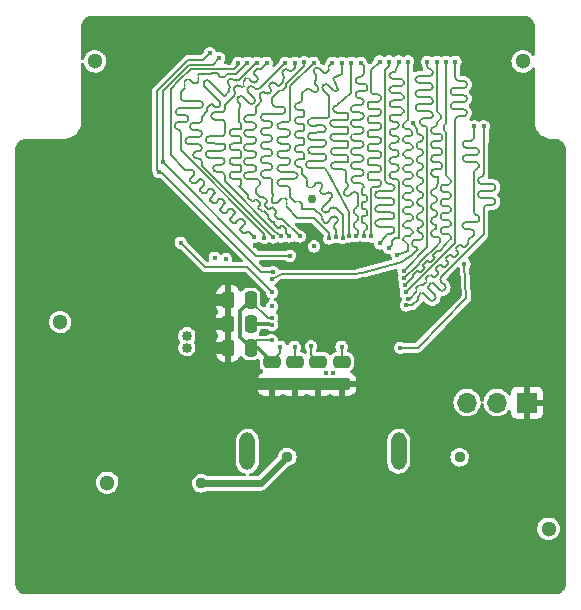
<source format=gbr>
%TF.GenerationSoftware,KiCad,Pcbnew,6.0.4-6f826c9f35~116~ubuntu20.04.1*%
%TF.CreationDate,2022-04-18T13:25:31+07:00*%
%TF.ProjectId,CH569Board,43483536-3942-46f6-9172-642e6b696361,rev?*%
%TF.SameCoordinates,Original*%
%TF.FileFunction,Copper,L4,Bot*%
%TF.FilePolarity,Positive*%
%FSLAX46Y46*%
G04 Gerber Fmt 4.6, Leading zero omitted, Abs format (unit mm)*
G04 Created by KiCad (PCBNEW 6.0.4-6f826c9f35~116~ubuntu20.04.1) date 2022-04-18 13:25:31*
%MOMM*%
%LPD*%
G01*
G04 APERTURE LIST*
G04 Aperture macros list*
%AMRoundRect*
0 Rectangle with rounded corners*
0 $1 Rounding radius*
0 $2 $3 $4 $5 $6 $7 $8 $9 X,Y pos of 4 corners*
0 Add a 4 corners polygon primitive as box body*
4,1,4,$2,$3,$4,$5,$6,$7,$8,$9,$2,$3,0*
0 Add four circle primitives for the rounded corners*
1,1,$1+$1,$2,$3*
1,1,$1+$1,$4,$5*
1,1,$1+$1,$6,$7*
1,1,$1+$1,$8,$9*
0 Add four rect primitives between the rounded corners*
20,1,$1+$1,$2,$3,$4,$5,0*
20,1,$1+$1,$4,$5,$6,$7,0*
20,1,$1+$1,$6,$7,$8,$9,0*
20,1,$1+$1,$8,$9,$2,$3,0*%
G04 Aperture macros list end*
%TA.AperFunction,ComponentPad*%
%ADD10C,1.300000*%
%TD*%
%TA.AperFunction,ComponentPad*%
%ADD11R,1.700000X1.700000*%
%TD*%
%TA.AperFunction,ComponentPad*%
%ADD12O,1.700000X1.700000*%
%TD*%
%TA.AperFunction,ComponentPad*%
%ADD13O,1.300000X3.200000*%
%TD*%
%TA.AperFunction,ComponentPad*%
%ADD14C,0.850000*%
%TD*%
%TA.AperFunction,ComponentPad*%
%ADD15O,0.850000X0.850000*%
%TD*%
%TA.AperFunction,SMDPad,CuDef*%
%ADD16RoundRect,0.250000X-0.475000X0.250000X-0.475000X-0.250000X0.475000X-0.250000X0.475000X0.250000X0*%
%TD*%
%TA.AperFunction,SMDPad,CuDef*%
%ADD17RoundRect,0.250000X0.250000X0.475000X-0.250000X0.475000X-0.250000X-0.475000X0.250000X-0.475000X0*%
%TD*%
%TA.AperFunction,ViaPad*%
%ADD18C,0.450000*%
%TD*%
%TA.AperFunction,ViaPad*%
%ADD19C,0.950000*%
%TD*%
%TA.AperFunction,ViaPad*%
%ADD20C,1.300000*%
%TD*%
%TA.AperFunction,ViaPad*%
%ADD21C,0.750000*%
%TD*%
%TA.AperFunction,Conductor*%
%ADD22C,1.000000*%
%TD*%
%TA.AperFunction,Conductor*%
%ADD23C,0.205740*%
%TD*%
%TA.AperFunction,Conductor*%
%ADD24C,0.200000*%
%TD*%
%TA.AperFunction,Conductor*%
%ADD25C,0.300000*%
%TD*%
%TA.AperFunction,Conductor*%
%ADD26C,0.600000*%
%TD*%
G04 APERTURE END LIST*
D10*
%TO.P,CN1,*%
%TO.N,*%
X143710000Y-82390000D03*
X107510000Y-82390000D03*
%TD*%
D11*
%TO.P,J2,1,Pin_1*%
%TO.N,GND*%
X144075000Y-111275000D03*
D12*
%TO.P,J2,2,Pin_2*%
%TO.N,/RXD*%
X141535000Y-111275000D03*
%TO.P,J2,3,Pin_3*%
%TO.N,/TXD*%
X138995000Y-111275000D03*
%TD*%
D13*
%TO.P,USB1,10,10*%
%TO.N,unconnected-(USB1-Pad10)*%
X120400000Y-115390007D03*
%TO.P,USB1,11,11*%
%TO.N,unconnected-(USB1-Pad11)*%
X133200000Y-115390007D03*
%TD*%
D14*
%TO.P,J1,1,Pin_1*%
%TO.N,/GX+*%
X115275000Y-106625000D03*
D15*
%TO.P,J1,2,Pin_2*%
%TO.N,/GX-*%
X115275000Y-105625000D03*
%TD*%
D16*
%TO.P,C6,1*%
%TO.N,+1V2*%
X126410000Y-107820000D03*
%TO.P,C6,2*%
%TO.N,GND*%
X126410000Y-109720000D03*
%TD*%
%TO.P,C8,1*%
%TO.N,/VIO*%
X128400000Y-107820000D03*
%TO.P,C8,2*%
%TO.N,GND*%
X128400000Y-109720000D03*
%TD*%
D17*
%TO.P,C18,1*%
%TO.N,+3V3*%
X120670000Y-102580000D03*
%TO.P,C18,2*%
%TO.N,GND*%
X118770000Y-102580000D03*
%TD*%
D16*
%TO.P,C10,1*%
%TO.N,+1V2*%
X124430000Y-107820000D03*
%TO.P,C10,2*%
%TO.N,GND*%
X124430000Y-109720000D03*
%TD*%
D17*
%TO.P,C17,1*%
%TO.N,+3V3*%
X120680000Y-106620000D03*
%TO.P,C17,2*%
%TO.N,GND*%
X118780000Y-106620000D03*
%TD*%
D16*
%TO.P,C9,1*%
%TO.N,+3V3*%
X122460000Y-107810000D03*
%TO.P,C9,2*%
%TO.N,GND*%
X122460000Y-109710000D03*
%TD*%
D17*
%TO.P,C20,1*%
%TO.N,+1V2*%
X120670000Y-104600000D03*
%TO.P,C20,2*%
%TO.N,GND*%
X118770000Y-104600000D03*
%TD*%
D18*
%TO.N,GND*%
X110520000Y-126730000D03*
X126810000Y-82460000D03*
D19*
X117023147Y-104516260D03*
X127711200Y-105521000D03*
D18*
X118170000Y-119510000D03*
X116240000Y-112310000D03*
D19*
X127711200Y-104454200D03*
D18*
X135850000Y-124950000D03*
D19*
X123444000Y-103362000D03*
D18*
X130820000Y-82450000D03*
X113680000Y-126720000D03*
X109540000Y-82520000D03*
X102580000Y-122560000D03*
X139827000Y-106553000D03*
D20*
X118790000Y-109750000D03*
D19*
X129780000Y-115940000D03*
X124510800Y-102295200D03*
D18*
X117620000Y-110660000D03*
D19*
X126644400Y-102320600D03*
D18*
X109510000Y-102680000D03*
X102320000Y-90180000D03*
X141986000Y-90678000D03*
X123750000Y-119540000D03*
X135330000Y-110590000D03*
D19*
X124510800Y-104428800D03*
X123444000Y-104428800D03*
D18*
X142990000Y-94170000D03*
X141986000Y-97663000D03*
D19*
X123444000Y-105495600D03*
D18*
X114800000Y-81680000D03*
D19*
X125577600Y-105495600D03*
D18*
X109540000Y-87200000D03*
X141953756Y-100853519D03*
X116230000Y-114580000D03*
D19*
X123444000Y-102295200D03*
D18*
X136220000Y-117640000D03*
D21*
X125848191Y-94020630D03*
D18*
X138810000Y-82390000D03*
X101370000Y-120690000D03*
D19*
X124510800Y-101203000D03*
D18*
X129840000Y-119470000D03*
X116190000Y-116320000D03*
X102220000Y-115860000D03*
X107670000Y-84820000D03*
X111610000Y-82500000D03*
D19*
X126820000Y-112680000D03*
X124510800Y-103362000D03*
X125577600Y-103362000D03*
D18*
X122810000Y-82450000D03*
X132440000Y-112320000D03*
D19*
X126644400Y-103387400D03*
X125577600Y-102295200D03*
X123444000Y-101203000D03*
D18*
X141986000Y-87376000D03*
X102250000Y-96690000D03*
X138176000Y-107950000D03*
X143040000Y-84800000D03*
D19*
X125577600Y-104428800D03*
D18*
X143040000Y-80040000D03*
D19*
X126644400Y-105521000D03*
D18*
X102270000Y-93470000D03*
D19*
X127711200Y-103387400D03*
D18*
X121080000Y-98060000D03*
X134810000Y-82380000D03*
X141986000Y-104394000D03*
D19*
X124510800Y-105495600D03*
D18*
X107610000Y-79950000D03*
D19*
X126644400Y-101228400D03*
X126644400Y-104454200D03*
D18*
X112180000Y-110660000D03*
X118810000Y-82490000D03*
D19*
X125577600Y-101203000D03*
X127711200Y-102320600D03*
X127711200Y-101228400D03*
D20*
%TO.N,+3V3*%
X104540000Y-104460000D03*
D18*
X123200000Y-106550000D03*
X117640000Y-99000000D03*
X122450000Y-106000000D03*
X122480000Y-104080000D03*
D20*
%TO.N,+5V*%
X108528000Y-118062000D03*
X145896800Y-121958000D03*
D18*
%TO.N,+1V2*%
X122500000Y-104680000D03*
X125790000Y-106510000D03*
X124400000Y-106560000D03*
D19*
X138360000Y-115910000D03*
D18*
%TO.N,/VIO*%
X126034800Y-98044000D03*
X122490000Y-103110000D03*
X118590000Y-99110000D03*
X128380000Y-106550000D03*
%TO.N,/CS*%
X114760000Y-97730000D03*
X122490000Y-101930000D03*
%TO.N,/HD2*%
X122460000Y-100810000D03*
X134420000Y-87640000D03*
%TO.N,/HD18*%
X132400000Y-82400000D03*
X131622800Y-97790000D03*
%TO.N,/HD17*%
X133225000Y-82400000D03*
X132384800Y-98196400D03*
%TO.N,/HD16*%
X133096000Y-98755200D03*
X134000000Y-82400000D03*
%TO.N,/HD15*%
X133637768Y-100128917D03*
X135625000Y-82425000D03*
%TO.N,/HD14*%
X133678099Y-100731164D03*
X136425000Y-82425000D03*
%TO.N,/HD13*%
X137225000Y-82425000D03*
X133775000Y-101325000D03*
%TO.N,/HD12*%
X138000000Y-82425000D03*
X133817712Y-101951384D03*
%TO.N,/HD11*%
X139598400Y-87884000D03*
X133993549Y-102500416D03*
%TO.N,/HD10*%
X140411200Y-87884000D03*
X133822478Y-103050952D03*
%TO.N,/HTRDY*%
X133340000Y-106640000D03*
X138770000Y-99520000D03*
%TO.N,/HD19*%
X131600000Y-82400000D03*
X130850000Y-97200000D03*
%TO.N,/HD20*%
X130250000Y-97175000D03*
X130000000Y-82500000D03*
%TO.N,/HD21*%
X129604047Y-97152549D03*
X129200000Y-82500000D03*
%TO.N,/HD23*%
X128462025Y-97301824D03*
X127600000Y-82500000D03*
%TO.N,/HD25*%
X125225000Y-82475000D03*
X127317823Y-97370467D03*
%TO.N,/HD27*%
X123950000Y-97200000D03*
X123600000Y-82500000D03*
%TO.N,/HD28*%
X123250000Y-97210000D03*
X122025000Y-82500000D03*
%TO.N,/LED1*%
X123991255Y-98830218D03*
X118010000Y-82120000D03*
X113260000Y-90930000D03*
%TO.N,/HD29*%
X122580000Y-97280000D03*
X121200000Y-82500000D03*
%TO.N,/LED2*%
X117220000Y-81690000D03*
X112945711Y-91770711D03*
X122580000Y-100220000D03*
%TO.N,/HD30*%
X121825000Y-97300000D03*
X120400000Y-82500000D03*
%TO.N,/HD31*%
X120950000Y-97250000D03*
X119600000Y-82500000D03*
%TO.N,/TXD*%
X127029324Y-108749973D03*
%TO.N,/RXD*%
X127680000Y-108760000D03*
D19*
%TO.N,/VBUS*%
X116500000Y-118120000D03*
X123780000Y-115870000D03*
D18*
%TO.N,/HD22*%
X129029532Y-97200378D03*
X128400000Y-82500000D03*
%TO.N,/HD24*%
X126000000Y-82500000D03*
X127886195Y-97273983D03*
%TO.N,/HD26*%
X124425000Y-82500000D03*
X124825000Y-97200000D03*
%TD*%
D22*
%TO.N,GND*%
X118780000Y-106620000D02*
X117460000Y-106620000D01*
X117106887Y-104600000D02*
X117023147Y-104516260D01*
X117023147Y-108193147D02*
X117023147Y-104516260D01*
X128400000Y-109720000D02*
X118550000Y-109720000D01*
X118770000Y-104600000D02*
X117106887Y-104600000D01*
X117250000Y-102580000D02*
X117023147Y-102806853D01*
X117023147Y-102806853D02*
X117023147Y-104516260D01*
X118550000Y-109720000D02*
X117023147Y-108193147D01*
X117023147Y-106183147D02*
X117023147Y-104516260D01*
X118770000Y-102580000D02*
X117250000Y-102580000D01*
X117460000Y-106620000D02*
X117023147Y-106183147D01*
D23*
%TO.N,+3V3*%
X122450000Y-106000000D02*
X121230000Y-106000000D01*
D24*
X122110000Y-104110000D02*
X120650000Y-102650000D01*
D25*
X120670000Y-102580000D02*
X119770000Y-103480000D01*
D23*
X121230000Y-106000000D02*
X120680000Y-106550000D01*
D25*
X121270000Y-106620000D02*
X122460000Y-107810000D01*
D24*
X123200000Y-107070000D02*
X122460000Y-107810000D01*
D25*
X119770000Y-105710000D02*
X120680000Y-106620000D01*
X120680000Y-106620000D02*
X121270000Y-106620000D01*
D24*
X123200000Y-106550000D02*
X123200000Y-107070000D01*
D25*
X119770000Y-103480000D02*
X119770000Y-105710000D01*
D24*
X122480000Y-104080000D02*
X122110000Y-104110000D01*
%TO.N,+1V2*%
X122500000Y-104680000D02*
X120756503Y-104686503D01*
X120766959Y-104503041D02*
X120670000Y-104600000D01*
X125790000Y-106510000D02*
X125820000Y-107230000D01*
X125820000Y-107230000D02*
X126410000Y-107820000D01*
X124410000Y-107800000D02*
X124430000Y-107820000D01*
X122330000Y-104570000D02*
X122263041Y-104503041D01*
X124400000Y-106560000D02*
X124410000Y-107800000D01*
X120756503Y-104686503D02*
X120670000Y-104600000D01*
X122263041Y-104503041D02*
X120766959Y-104503041D01*
%TO.N,/VIO*%
X128380000Y-107800000D02*
X128400000Y-107820000D01*
X128380000Y-106550000D02*
X128380000Y-107800000D01*
%TO.N,/CS*%
X116841631Y-99811631D02*
X114760000Y-97730000D01*
X120371631Y-99811631D02*
X116841631Y-99811631D01*
X122490000Y-101930000D02*
X120371631Y-99811631D01*
D23*
%TO.N,/HD2*%
X130135000Y-100275000D02*
X133450000Y-99410000D01*
X135011961Y-92208216D02*
X135011960Y-92208216D01*
X135264709Y-92556237D02*
X135263921Y-92456240D01*
X134731260Y-88310305D02*
X134731261Y-88310304D01*
X123350000Y-100420000D02*
X129420000Y-100430000D01*
X133800063Y-99150405D02*
X134340000Y-98750000D01*
X134797007Y-96660048D02*
X134797008Y-96660048D01*
X135283606Y-94956163D02*
X135282818Y-94856166D01*
X135015503Y-95833301D02*
X135015504Y-95833301D01*
X134788738Y-95610079D02*
X134788739Y-95610079D01*
X134578512Y-97486797D02*
X135028497Y-97483252D01*
X129420000Y-100430000D02*
X130135000Y-100275000D01*
X134778895Y-94360118D02*
X134778896Y-94360118D01*
X134993064Y-89808290D02*
X134993063Y-89808290D01*
X135030858Y-94608142D02*
X135030857Y-94608142D01*
X135285969Y-88905956D02*
X135285575Y-88855957D01*
X134356471Y-97863555D02*
X134356472Y-97863556D01*
X134741102Y-89560266D02*
X134740317Y-89460270D01*
X133450000Y-99410000D02*
X133800063Y-99150405D01*
X135274157Y-93756200D02*
X135273369Y-93656203D01*
X134731261Y-88310304D02*
X134730000Y-88150000D01*
X122460000Y-100810000D02*
X123180000Y-100440000D01*
X135002512Y-91008253D02*
X135002511Y-91008253D01*
X134769446Y-93160155D02*
X134769447Y-93160155D01*
X135243450Y-96206518D02*
X135242268Y-96056522D01*
X134678060Y-88064548D02*
X134420000Y-87640000D01*
X135008418Y-88583130D02*
X135008418Y-88583131D01*
X134741101Y-89560266D02*
X134741102Y-89560266D01*
X135264710Y-92556236D02*
X135264709Y-92556237D01*
X135274158Y-93756199D02*
X135274157Y-93756200D01*
X134759999Y-91960192D02*
X134759214Y-91860196D01*
X134778896Y-94360118D02*
X134778111Y-94260122D01*
X135013142Y-89183113D02*
X135013143Y-89183113D01*
X134730000Y-88150000D02*
X134678060Y-88064548D01*
X134340000Y-98750000D02*
X134810000Y-98310000D01*
X135283607Y-94956162D02*
X135283606Y-94956163D01*
X134797006Y-96660048D02*
X134797007Y-96660048D01*
X135245812Y-90156311D02*
X135245024Y-90056314D01*
X135023771Y-96883270D02*
X135023772Y-96883270D01*
X123160000Y-100450000D02*
X123350000Y-100420000D01*
X134356472Y-97863556D02*
X134355292Y-97713560D01*
X134759998Y-91960192D02*
X134759999Y-91960192D01*
X135243451Y-96206517D02*
X135243450Y-96206518D01*
X135021409Y-93408179D02*
X135021408Y-93408179D01*
X135255261Y-91356273D02*
X135255260Y-91356274D01*
X135251718Y-97256487D02*
X135250536Y-97106491D01*
X134788739Y-95610079D02*
X134787560Y-95460085D01*
X134750549Y-90760229D02*
X134750550Y-90760229D01*
X135285969Y-88905955D02*
X135285969Y-88905956D01*
X135255260Y-91356274D02*
X135254472Y-91256277D01*
X134578513Y-97486797D02*
X134578512Y-97486797D01*
X134769447Y-93160155D02*
X134768663Y-93060159D01*
X123180000Y-100440000D02*
X123160000Y-100450000D01*
X135245813Y-90156310D02*
X135245812Y-90156311D01*
X134750550Y-90760229D02*
X134749766Y-90660233D01*
X134578513Y-97486793D02*
G75*
G03*
X134355293Y-97713560I1787J-225007D01*
G01*
X135016686Y-92808164D02*
G75*
G03*
X134768664Y-93060159I2014J-250036D01*
G01*
X134741111Y-89560266D02*
G75*
G03*
X134993063Y-89808289I249989J1966D01*
G01*
X134731270Y-88310305D02*
G75*
G03*
X135008418Y-88583131I275030J2205D01*
G01*
X135243482Y-96206517D02*
G75*
G02*
X135020229Y-96433282I-224982J-1783D01*
G01*
X135035582Y-95208061D02*
G75*
G03*
X134787561Y-95460085I2018J-250039D01*
G01*
X134778859Y-94360118D02*
G75*
G03*
X135030857Y-94608141I250041J2018D01*
G01*
X135274160Y-93756199D02*
G75*
G02*
X135026134Y-94008161I-249960J-2001D01*
G01*
X134750546Y-90760229D02*
G75*
G03*
X135002511Y-91008253I249954J1929D01*
G01*
X135030858Y-94608083D02*
G75*
G02*
X135282818Y-94856166I1942J-250017D01*
G01*
X135255335Y-91356272D02*
G75*
G02*
X135007237Y-91608234I-250035J-1928D01*
G01*
X135007237Y-91608215D02*
G75*
G03*
X134759215Y-91860196I1963J-249985D01*
G01*
X135264697Y-92556236D02*
G75*
G02*
X135016686Y-92808197I-249997J-1964D01*
G01*
X135283623Y-94956162D02*
G75*
G02*
X135035583Y-95208123I-250023J-1938D01*
G01*
X135002512Y-91008229D02*
G75*
G02*
X135254472Y-91256277I1988J-249971D01*
G01*
X135026134Y-94008212D02*
G75*
G03*
X134778111Y-94260122I1966J-249988D01*
G01*
X135011961Y-92208180D02*
G75*
G02*
X135263920Y-92456240I1939J-250020D01*
G01*
X135286013Y-88905955D02*
G75*
G02*
X135013143Y-89183113I-275013J-2145D01*
G01*
X134769421Y-93160155D02*
G75*
G03*
X135021408Y-93408179I249979J1955D01*
G01*
X134993064Y-89808276D02*
G75*
G02*
X135245023Y-90056314I1936J-250024D01*
G01*
X134356522Y-97863555D02*
G75*
G03*
X134583235Y-98086778I224978J1755D01*
G01*
X135013142Y-89183117D02*
G75*
G03*
X134740318Y-89460270I2158J-274983D01*
G01*
X135251652Y-97256488D02*
G75*
G02*
X135028497Y-97483252I-224952J-1812D01*
G01*
X135008418Y-88583126D02*
G75*
G02*
X135285575Y-88855957I2182J-274974D01*
G01*
X134788699Y-95610079D02*
G75*
G03*
X135015504Y-95833301I225001J1779D01*
G01*
X135021409Y-93408232D02*
G75*
G02*
X135273368Y-93656203I1991J-249968D01*
G01*
X134759985Y-91960192D02*
G75*
G03*
X135011960Y-92208215I250015J1992D01*
G01*
X134997789Y-90408267D02*
G75*
G03*
X134749766Y-90660233I2011J-250033D01*
G01*
X135245771Y-90156310D02*
G75*
G02*
X134997789Y-90408271I-249971J-1990D01*
G01*
X135020229Y-96433309D02*
G75*
G03*
X134797009Y-96660048I1771J-224991D01*
G01*
X134583235Y-98086800D02*
G75*
G02*
X134810000Y-98310000I1765J-225000D01*
G01*
X135015503Y-95833332D02*
G75*
G02*
X135242268Y-96056522I1797J-224968D01*
G01*
X135023771Y-96883264D02*
G75*
G02*
X135250536Y-97106491I1729J-225036D01*
G01*
X134797031Y-96660048D02*
G75*
G03*
X135023772Y-96883269I224969J1748D01*
G01*
%TO.N,/HD18*%
X132562964Y-95172000D02*
X131517036Y-95172000D01*
X132562964Y-92772000D02*
X132390000Y-92772000D01*
X132090000Y-83110000D02*
X132400000Y-82800000D01*
X132400000Y-82800000D02*
X132400000Y-82400000D01*
X131517036Y-93372000D02*
X132562964Y-93372000D01*
X132090000Y-92472000D02*
X132090000Y-83110000D01*
X131517036Y-95772000D02*
X132562964Y-95772000D01*
X131622800Y-97790000D02*
X132090000Y-97272000D01*
X132562964Y-96372000D02*
X132390000Y-96372000D01*
X132562964Y-93972000D02*
X131517036Y-93972000D01*
X132390000Y-96972000D02*
X132562964Y-96972000D01*
X132390000Y-96372000D02*
X131517036Y-96372000D01*
X131517036Y-94572000D02*
X132562964Y-94572000D01*
X131517036Y-95772036D02*
G75*
G03*
X131217036Y-96072000I-36J-299964D01*
G01*
X132562964Y-92772036D02*
G75*
G02*
X132862964Y-93072000I36J-299964D01*
G01*
X132863000Y-94272000D02*
G75*
G02*
X132562964Y-94572000I-300000J0D01*
G01*
X131517036Y-93372036D02*
G75*
G03*
X131217036Y-93672000I-36J-299964D01*
G01*
X132562964Y-95172036D02*
G75*
G02*
X132862964Y-95472000I36J-299964D01*
G01*
X131217000Y-96072000D02*
G75*
G03*
X131517036Y-96372000I300000J0D01*
G01*
X131217000Y-94872000D02*
G75*
G03*
X131517036Y-95172000I300000J0D01*
G01*
X132863000Y-95472000D02*
G75*
G02*
X132562964Y-95772000I-300000J0D01*
G01*
X132863000Y-96672000D02*
G75*
G02*
X132562964Y-96972000I-300000J0D01*
G01*
X131217000Y-93672000D02*
G75*
G03*
X131517036Y-93972000I300000J0D01*
G01*
X132090000Y-92472000D02*
G75*
G03*
X132390000Y-92772000I300000J0D01*
G01*
X132863000Y-93072000D02*
G75*
G02*
X132562964Y-93372000I-300000J0D01*
G01*
X132390000Y-96972000D02*
G75*
G03*
X132090000Y-97272000I0J-300000D01*
G01*
X132562964Y-96372036D02*
G75*
G02*
X132862964Y-96672000I36J-299964D01*
G01*
X132562964Y-93972036D02*
G75*
G02*
X132862964Y-94272000I36J-299964D01*
G01*
X131517036Y-94572036D02*
G75*
G03*
X131217036Y-94872000I-36J-299964D01*
G01*
%TO.N,/HD17*%
X133248400Y-97332800D02*
X133230355Y-92784987D01*
X133230355Y-92784987D02*
X133229761Y-92634990D01*
X133229761Y-92634990D02*
X133229759Y-92634989D01*
X132725000Y-89285000D02*
X132925000Y-89285000D01*
X132725000Y-88085000D02*
X132925000Y-88085000D01*
X132728573Y-92336975D02*
X132728574Y-92336974D01*
X133625000Y-84285000D02*
X133625000Y-84085000D01*
X132925000Y-91085000D02*
X132725000Y-91085000D01*
X132925000Y-88685000D02*
X132725000Y-88685000D01*
X132726193Y-91736980D02*
X132926192Y-91736187D01*
X132649436Y-97582365D02*
X132899003Y-97332799D01*
X133225000Y-91435000D02*
X133225000Y-91385000D01*
X133425000Y-85085000D02*
X132725000Y-85085000D01*
X132725000Y-83285000D02*
X132925000Y-83285000D01*
X133625000Y-86685000D02*
X133625000Y-86485000D01*
X132925000Y-87485000D02*
X132725000Y-87485000D01*
X132725000Y-86885000D02*
X133425000Y-86885000D01*
X132925000Y-83285000D02*
X133225000Y-82400000D01*
X132725000Y-84485000D02*
X133425000Y-84485000D01*
X132399871Y-98181328D02*
X132649436Y-97931761D01*
X132926192Y-91736187D02*
X132926192Y-91736188D01*
X132427386Y-92038168D02*
X132427385Y-92038168D01*
X132725000Y-85685000D02*
X133425000Y-85685000D01*
X133425000Y-86285000D02*
X132725000Y-86285000D01*
X132384800Y-98196400D02*
X132399871Y-98181328D01*
X132725000Y-90485000D02*
X132925000Y-90485000D01*
X133425000Y-83885000D02*
X132725000Y-83885000D01*
X132925000Y-89885000D02*
X132725000Y-89885000D01*
X133073701Y-97332799D02*
X133073702Y-97332800D01*
X133625000Y-85485000D02*
X133625000Y-85285000D01*
X132928571Y-92336181D02*
X132728573Y-92336975D01*
X132425000Y-87185000D02*
G75*
G03*
X132725000Y-87485000I300000J0D01*
G01*
X132427426Y-92038168D02*
G75*
G03*
X132728574Y-92336974I299974J1168D01*
G01*
X132725000Y-85685000D02*
G75*
G03*
X132425000Y-85985000I0J-300000D01*
G01*
X132725000Y-90485000D02*
G75*
G03*
X132425000Y-90785000I0J-300000D01*
G01*
X132425000Y-84785000D02*
G75*
G03*
X132725000Y-85085000I300000J0D01*
G01*
X133248400Y-97332800D02*
G75*
G02*
X133073702Y-97332800I-87349J87349D01*
G01*
X133225000Y-87785000D02*
G75*
G02*
X132925000Y-88085000I-300000J0D01*
G01*
X132425000Y-85985000D02*
G75*
G03*
X132725000Y-86285000I300000J0D01*
G01*
X132925000Y-88685000D02*
G75*
G02*
X133225000Y-88985000I0J-300000D01*
G01*
X132925000Y-91085000D02*
G75*
G02*
X133225000Y-91385000I0J-300000D01*
G01*
X132726193Y-91736985D02*
G75*
G03*
X132427385Y-92038168I1207J-300015D01*
G01*
X132649448Y-97757051D02*
G75*
G02*
X132649436Y-97931761I-87348J-87349D01*
G01*
X133225000Y-88985000D02*
G75*
G02*
X132925000Y-89285000I-300000J0D01*
G01*
X133225000Y-90185000D02*
G75*
G02*
X132925000Y-90485000I-300000J0D01*
G01*
X132425000Y-89585000D02*
G75*
G03*
X132725000Y-89885000I300000J0D01*
G01*
X133425000Y-83885000D02*
G75*
G02*
X133625000Y-84085000I0J-200000D01*
G01*
X132725000Y-86885000D02*
G75*
G03*
X132425000Y-87185000I0J-300000D01*
G01*
X133625000Y-86685000D02*
G75*
G02*
X133425000Y-86885000I-200000J0D01*
G01*
X133425000Y-86285000D02*
G75*
G02*
X133625000Y-86485000I0J-200000D01*
G01*
X133625000Y-84285000D02*
G75*
G02*
X133425000Y-84485000I-200000J0D01*
G01*
X133224988Y-91435000D02*
G75*
G02*
X132926192Y-91736188I-299988J-1200D01*
G01*
X132425000Y-90785000D02*
G75*
G03*
X132725000Y-91085000I300000J0D01*
G01*
X133425000Y-85085000D02*
G75*
G02*
X133625000Y-85285000I0J-200000D01*
G01*
X132925000Y-89885000D02*
G75*
G02*
X133225000Y-90185000I0J-300000D01*
G01*
X132425000Y-83585000D02*
G75*
G03*
X132725000Y-83885000I300000J0D01*
G01*
X133625000Y-85485000D02*
G75*
G02*
X133425000Y-85685000I-200000J0D01*
G01*
X132925000Y-87485000D02*
G75*
G02*
X133225000Y-87785000I0J-300000D01*
G01*
X132928571Y-92336242D02*
G75*
G02*
X133229759Y-92634989I1229J-299958D01*
G01*
X132725000Y-89285000D02*
G75*
G03*
X132425000Y-89585000I0J-300000D01*
G01*
X133073701Y-97332799D02*
G75*
G03*
X132899003Y-97332799I-87349J-87349D01*
G01*
X132725000Y-84485000D02*
G75*
G03*
X132425000Y-84785000I0J-300000D01*
G01*
X132649422Y-97582351D02*
G75*
G03*
X132649436Y-97757063I87378J-87349D01*
G01*
X132725000Y-83285000D02*
G75*
G03*
X132425000Y-83585000I0J-300000D01*
G01*
X132725000Y-88085000D02*
G75*
G03*
X132425000Y-88385000I0J-300000D01*
G01*
X132425000Y-88385000D02*
G75*
G03*
X132725000Y-88685000I300000J0D01*
G01*
%TO.N,/HD16*%
X134000000Y-95332000D02*
X134200000Y-95332000D01*
X133600000Y-91332000D02*
X133600000Y-91532000D01*
X134400000Y-95532000D02*
X134400000Y-95732000D01*
X133600000Y-88932000D02*
X133600000Y-89132000D01*
X134000000Y-89332000D02*
X134200000Y-89332000D01*
X133600000Y-93732000D02*
X133600000Y-93932000D01*
X133800000Y-92932000D02*
X134000000Y-92932000D01*
X134000000Y-98407422D02*
X133096000Y-98755200D01*
X134200000Y-91132000D02*
X134000000Y-91132000D01*
X133600000Y-97332000D02*
X133600000Y-97532000D01*
X134000000Y-93532000D02*
X133800000Y-93532000D01*
X133800000Y-90532000D02*
X134000000Y-90532000D01*
X134400000Y-90732000D02*
X134400000Y-90932000D01*
X134400000Y-91932000D02*
X134400000Y-92132000D01*
X134000000Y-90532000D02*
X134200000Y-90532000D01*
X134150000Y-88732000D02*
X134000000Y-88732000D01*
X134000000Y-82400000D02*
X134000000Y-87332000D01*
X134000000Y-95932000D02*
X133800000Y-95932000D01*
X133800000Y-95332000D02*
X134000000Y-95332000D01*
X133600000Y-96132000D02*
X133600000Y-96332000D01*
X134400000Y-93132000D02*
X134400000Y-93332000D01*
X134200000Y-92332000D02*
X134000000Y-92332000D01*
X133600000Y-94932000D02*
X133600000Y-95132000D01*
X134300000Y-88282000D02*
X134300000Y-88582000D01*
X134000000Y-97132000D02*
X133800000Y-97132000D01*
X134000000Y-88132000D02*
X134150000Y-88132000D01*
X133800000Y-88132000D02*
X134000000Y-88132000D01*
X134200000Y-97132000D02*
X134000000Y-97132000D01*
X134000000Y-92332000D02*
X133800000Y-92332000D01*
X134000000Y-91732000D02*
X134200000Y-91732000D01*
X134000000Y-91132000D02*
X133800000Y-91132000D01*
X134000000Y-94132000D02*
X134200000Y-94132000D01*
X134200000Y-94732000D02*
X134000000Y-94732000D01*
X133800000Y-89332000D02*
X134000000Y-89332000D01*
X134400000Y-96732000D02*
X134400000Y-96932000D01*
X133800000Y-96532000D02*
X134000000Y-96532000D01*
X134000000Y-97932000D02*
X134000000Y-98407422D01*
X133600000Y-87732000D02*
X133600000Y-87932000D01*
X133600000Y-90132000D02*
X133600000Y-90332000D01*
X134000000Y-94732000D02*
X133800000Y-94732000D01*
X134400000Y-89532000D02*
X134400000Y-89732000D01*
X133600000Y-92532000D02*
X133600000Y-92732000D01*
X134200000Y-93532000D02*
X134000000Y-93532000D01*
X134200000Y-89932000D02*
X134000000Y-89932000D01*
X134000000Y-96532000D02*
X134200000Y-96532000D01*
X134000000Y-88732000D02*
X133800000Y-88732000D01*
X134000000Y-92932000D02*
X134200000Y-92932000D01*
X134000000Y-89932000D02*
X133800000Y-89932000D01*
X133800000Y-94132000D02*
X134000000Y-94132000D01*
X134200000Y-95932000D02*
X134000000Y-95932000D01*
X133800000Y-91732000D02*
X134000000Y-91732000D01*
X134400000Y-94332000D02*
X134400000Y-94532000D01*
X134300000Y-88282000D02*
G75*
G03*
X134150000Y-88132000I-150000J0D01*
G01*
X133800000Y-97732000D02*
G75*
G02*
X133600000Y-97532000I0J200000D01*
G01*
X134400000Y-96732000D02*
G75*
G03*
X134200000Y-96532000I-200000J0D01*
G01*
X133800000Y-90532000D02*
G75*
G02*
X133600000Y-90332000I0J200000D01*
G01*
X134400000Y-94332000D02*
G75*
G03*
X134200000Y-94132000I-200000J0D01*
G01*
X134400000Y-93132000D02*
G75*
G03*
X134200000Y-92932000I-200000J0D01*
G01*
X134200000Y-93532000D02*
G75*
G03*
X134400000Y-93332000I0J200000D01*
G01*
X133600000Y-94932000D02*
G75*
G02*
X133800000Y-94732000I200000J0D01*
G01*
X134200000Y-89932000D02*
G75*
G03*
X134400000Y-89732000I0J200000D01*
G01*
X134150000Y-88732000D02*
G75*
G03*
X134300000Y-88582000I0J150000D01*
G01*
X134200000Y-97132000D02*
G75*
G03*
X134400000Y-96932000I0J200000D01*
G01*
X133800000Y-92932000D02*
G75*
G02*
X133600000Y-92732000I0J200000D01*
G01*
X133600000Y-92532000D02*
G75*
G02*
X133800000Y-92332000I200000J0D01*
G01*
X134200000Y-91132000D02*
G75*
G03*
X134400000Y-90932000I0J200000D01*
G01*
X133800000Y-94132000D02*
G75*
G02*
X133600000Y-93932000I0J200000D01*
G01*
X133800000Y-95332000D02*
G75*
G02*
X133600000Y-95132000I0J200000D01*
G01*
X134400000Y-89532000D02*
G75*
G03*
X134200000Y-89332000I-200000J0D01*
G01*
X134200000Y-95932000D02*
G75*
G03*
X134400000Y-95732000I0J200000D01*
G01*
X133600000Y-93732000D02*
G75*
G02*
X133800000Y-93532000I200000J0D01*
G01*
X133600000Y-91332000D02*
G75*
G02*
X133800000Y-91132000I200000J0D01*
G01*
X133600000Y-87732000D02*
G75*
G02*
X133800000Y-87532000I200000J0D01*
G01*
X133600000Y-90132000D02*
G75*
G02*
X133800000Y-89932000I200000J0D01*
G01*
X133600000Y-96132000D02*
G75*
G02*
X133800000Y-95932000I200000J0D01*
G01*
X133800000Y-96532000D02*
G75*
G02*
X133600000Y-96332000I0J200000D01*
G01*
X134400000Y-91932000D02*
G75*
G03*
X134200000Y-91732000I-200000J0D01*
G01*
X133800000Y-88132000D02*
G75*
G02*
X133600000Y-87932000I0J200000D01*
G01*
X134000000Y-97932000D02*
G75*
G03*
X133800000Y-97732000I-200000J0D01*
G01*
X133600000Y-88932000D02*
G75*
G02*
X133800000Y-88732000I200000J0D01*
G01*
X133800000Y-91732000D02*
G75*
G02*
X133600000Y-91532000I0J200000D01*
G01*
X134400000Y-90732000D02*
G75*
G03*
X134200000Y-90532000I-200000J0D01*
G01*
X134400000Y-95532000D02*
G75*
G03*
X134200000Y-95332000I-200000J0D01*
G01*
X134200000Y-92332000D02*
G75*
G03*
X134400000Y-92132000I0J200000D01*
G01*
X133800000Y-89332000D02*
G75*
G02*
X133600000Y-89132000I0J200000D01*
G01*
X133600000Y-97332000D02*
G75*
G02*
X133800000Y-97132000I200000J0D01*
G01*
X133800000Y-87532000D02*
G75*
G03*
X134000000Y-87332000I0J200000D01*
G01*
X134200000Y-94732000D02*
G75*
G03*
X134400000Y-94532000I0J200000D01*
G01*
%TO.N,/HD15*%
X134925000Y-83618000D02*
X135850000Y-83618000D01*
X134925000Y-86618000D02*
X135850000Y-86618000D01*
X134925000Y-84818000D02*
X135850000Y-84818000D01*
X134925000Y-85418000D02*
X135850000Y-85418000D01*
X135625000Y-88118000D02*
X135625000Y-98141685D01*
X136075000Y-86843000D02*
X136075000Y-86993000D01*
X135275000Y-87218000D02*
X135850000Y-87218000D01*
X135275000Y-87818000D02*
X135325000Y-87818000D01*
X134925000Y-86018000D02*
X135850000Y-86018000D01*
X136075000Y-85643000D02*
X136075000Y-85793000D01*
X135625000Y-82425000D02*
X135625000Y-82793000D01*
X136075000Y-83243000D02*
X136075000Y-83393000D01*
X135625000Y-98141685D02*
X133637768Y-100128917D01*
X134925000Y-84218000D02*
X135850000Y-84218000D01*
X136075000Y-84443000D02*
X136075000Y-84593000D01*
X134625000Y-85118000D02*
G75*
G02*
X134925000Y-84818000I300000J0D01*
G01*
X134925000Y-85418000D02*
G75*
G02*
X134625000Y-85118000I0J300000D01*
G01*
X135850000Y-83018000D02*
G75*
G02*
X135625000Y-82793000I0J225000D01*
G01*
X134625000Y-86318000D02*
G75*
G02*
X134925000Y-86018000I300000J0D01*
G01*
X136075000Y-85643000D02*
G75*
G03*
X135850000Y-85418000I-225000J0D01*
G01*
X134975000Y-87518000D02*
G75*
G02*
X135275000Y-87218000I300000J0D01*
G01*
X134925000Y-84218000D02*
G75*
G02*
X134625000Y-83918000I0J300000D01*
G01*
X134625000Y-83918000D02*
G75*
G02*
X134925000Y-83618000I300000J0D01*
G01*
X135850000Y-84818000D02*
G75*
G03*
X136075000Y-84593000I0J225000D01*
G01*
X135625000Y-88118000D02*
G75*
G03*
X135325000Y-87818000I-300000J0D01*
G01*
X134925000Y-86618000D02*
G75*
G02*
X134625000Y-86318000I0J300000D01*
G01*
X135275000Y-87818000D02*
G75*
G02*
X134975000Y-87518000I0J300000D01*
G01*
X136075000Y-86843000D02*
G75*
G03*
X135850000Y-86618000I-225000J0D01*
G01*
X136075000Y-83243000D02*
G75*
G03*
X135850000Y-83018000I-225000J0D01*
G01*
X136075000Y-84443000D02*
G75*
G03*
X135850000Y-84218000I-225000J0D01*
G01*
X135850000Y-83618000D02*
G75*
G03*
X136075000Y-83393000I0J225000D01*
G01*
X135850000Y-86018000D02*
G75*
G03*
X136075000Y-85793000I0J225000D01*
G01*
X135850000Y-87218000D02*
G75*
G03*
X136075000Y-86993000I0J225000D01*
G01*
%TO.N,/HD14*%
X133678099Y-100731164D02*
X134730631Y-99678632D01*
X136650000Y-89734263D02*
X136200000Y-89734263D01*
X136200000Y-90334263D02*
X136650000Y-90334263D01*
X136425000Y-86591546D02*
X136425000Y-82425000D01*
X136425000Y-95359263D02*
X136425000Y-95209263D01*
X136425000Y-94159263D02*
X136425000Y-94009263D01*
X135975000Y-88309263D02*
X135975000Y-88159263D01*
X136875000Y-88909263D02*
X136875000Y-88759263D01*
X135975000Y-93559263D02*
X135975000Y-93409263D01*
X134730631Y-99678632D02*
X135225608Y-99183658D01*
X136875000Y-91309263D02*
X136875000Y-91159263D01*
X136575000Y-97234263D02*
X136200000Y-97234263D01*
X136875000Y-90109263D02*
X136875000Y-89959263D01*
X136650000Y-90934263D02*
X136200000Y-90934263D01*
X136798455Y-87191546D02*
X136798455Y-86965000D01*
X135975000Y-94759263D02*
X135975000Y-94609263D01*
X135225608Y-99183658D02*
X136425000Y-97984263D01*
X136425000Y-87709263D02*
X136425000Y-87565000D01*
X135975000Y-95959263D02*
X135975000Y-95809263D01*
X136575000Y-92659263D02*
X136575000Y-92209263D01*
X136425000Y-92959263D02*
X136425000Y-92809263D01*
X136200000Y-91534263D02*
X136650000Y-91534263D01*
X136611727Y-87378273D02*
X136611728Y-87378273D01*
X135975000Y-97009263D02*
X135975000Y-96859263D01*
X136725000Y-97684263D02*
X136725000Y-97384263D01*
X136650000Y-88534263D02*
X136200000Y-88534263D01*
X135975000Y-90709263D02*
X135975000Y-90559263D01*
X136200000Y-89134263D02*
X136650000Y-89134263D01*
X135975000Y-89509263D02*
X135975000Y-89359263D01*
X136500000Y-92134263D02*
X136200000Y-92134263D01*
X135975000Y-91909263D02*
X135975000Y-91759263D01*
X136611728Y-86778273D02*
X136611727Y-86778273D01*
X136650000Y-88534300D02*
G75*
G02*
X136875000Y-88759263I0J-225000D01*
G01*
X135975037Y-89509263D02*
G75*
G03*
X136200000Y-89734263I224963J-37D01*
G01*
X136424963Y-92959263D02*
G75*
G02*
X136200000Y-93184263I-224963J-37D01*
G01*
X136200000Y-94384300D02*
G75*
G03*
X135975000Y-94609263I0J-225000D01*
G01*
X136424963Y-95359263D02*
G75*
G02*
X136200000Y-95584263I-224963J-37D01*
G01*
X136500000Y-92734300D02*
G75*
G03*
X136425000Y-92809263I0J-75000D01*
G01*
X136424963Y-94159263D02*
G75*
G02*
X136200000Y-94384263I-224963J-37D01*
G01*
X136575000Y-97834300D02*
G75*
G03*
X136425000Y-97984263I0J-150000D01*
G01*
X136574963Y-92659263D02*
G75*
G02*
X136500000Y-92734263I-74963J-37D01*
G01*
X136200000Y-87934300D02*
G75*
G03*
X135975000Y-88159263I0J-225000D01*
G01*
X135975037Y-95959263D02*
G75*
G03*
X136200000Y-96184263I224963J-37D01*
G01*
X135975037Y-93559263D02*
G75*
G03*
X136200000Y-93784263I224963J-37D01*
G01*
X136200000Y-93784300D02*
G75*
G02*
X136425000Y-94009263I0J-225000D01*
G01*
X136650000Y-89734300D02*
G75*
G02*
X136875000Y-89959263I0J-225000D01*
G01*
X136200000Y-96634300D02*
G75*
G03*
X135975000Y-96859263I0J-225000D01*
G01*
X136798473Y-87191546D02*
G75*
G02*
X136611728Y-87378273I-186773J46D01*
G01*
X136200000Y-95584300D02*
G75*
G03*
X135975000Y-95809263I0J-225000D01*
G01*
X136650000Y-90934300D02*
G75*
G02*
X136875000Y-91159263I0J-225000D01*
G01*
X136200000Y-93184300D02*
G75*
G03*
X135975000Y-93409263I0J-225000D01*
G01*
X136424963Y-87709263D02*
G75*
G02*
X136200000Y-87934263I-224963J-37D01*
G01*
X136611727Y-87378300D02*
G75*
G03*
X136425000Y-87565000I-27J-186700D01*
G01*
X136200000Y-94984300D02*
G75*
G02*
X136425000Y-95209263I0J-225000D01*
G01*
X135975037Y-97009263D02*
G75*
G03*
X136200000Y-97234263I224963J-37D01*
G01*
X136874963Y-88909263D02*
G75*
G02*
X136650000Y-89134263I-224963J-37D01*
G01*
X135975037Y-90709263D02*
G75*
G03*
X136200000Y-90934263I224963J-37D01*
G01*
X136200000Y-89134300D02*
G75*
G03*
X135975000Y-89359263I0J-225000D01*
G01*
X136200000Y-96184300D02*
G75*
G02*
X136425000Y-96409263I0J-225000D01*
G01*
X136200000Y-90334300D02*
G75*
G03*
X135975000Y-90559263I0J-225000D01*
G01*
X136424963Y-96409263D02*
G75*
G02*
X136200000Y-96634263I-224963J-37D01*
G01*
X136500000Y-92134300D02*
G75*
G02*
X136575000Y-92209263I0J-75000D01*
G01*
X136575000Y-97234300D02*
G75*
G02*
X136725000Y-97384263I0J-150000D01*
G01*
X136724963Y-97684263D02*
G75*
G02*
X136575000Y-97834263I-149963J-37D01*
G01*
X135975037Y-91909263D02*
G75*
G03*
X136200000Y-92134263I224963J-37D01*
G01*
X135975037Y-88309263D02*
G75*
G03*
X136200000Y-88534263I224963J-37D01*
G01*
X136611728Y-86778245D02*
G75*
G02*
X136798455Y-86965000I-28J-186755D01*
G01*
X136874963Y-90109263D02*
G75*
G02*
X136650000Y-90334263I-224963J-37D01*
G01*
X136424927Y-86591546D02*
G75*
G03*
X136611727Y-86778273I186773J46D01*
G01*
X136874963Y-91309263D02*
G75*
G02*
X136650000Y-91534263I-224963J-37D01*
G01*
X135975037Y-94759263D02*
G75*
G03*
X136200000Y-94984263I224963J-37D01*
G01*
X136200000Y-91534300D02*
G75*
G03*
X135975000Y-91759263I0J-225000D01*
G01*
%TO.N,/HD13*%
X137625000Y-96025000D02*
X137625000Y-96225000D01*
X136775000Y-93050000D02*
X136775000Y-93200000D01*
X137225000Y-94025000D02*
X137000000Y-94025000D01*
X137425000Y-94025000D02*
X137225000Y-94025000D01*
X137000000Y-93425000D02*
X137225000Y-93425000D01*
X136775000Y-95450000D02*
X136775000Y-95600000D01*
X137000000Y-97025000D02*
X137225000Y-97025000D01*
X137000000Y-95825000D02*
X137225000Y-95825000D01*
X134918300Y-100181703D02*
X134865266Y-100128669D01*
X134918299Y-100181701D02*
X134918300Y-100181703D01*
X135342562Y-99757435D02*
X135395596Y-99810469D01*
X137225000Y-88412296D02*
X137225000Y-92025000D01*
X134441000Y-100446868D02*
X134441001Y-100446867D01*
X137037703Y-87812296D02*
X137037703Y-88225000D01*
X137225000Y-96425000D02*
X137000000Y-96425000D01*
X135342564Y-99757436D02*
X135342562Y-99757435D01*
X137000000Y-94625000D02*
X137225000Y-94625000D01*
X137625000Y-92425000D02*
X137625000Y-92625000D01*
X135766830Y-99333170D02*
X135766831Y-99333172D01*
X136244127Y-99068004D02*
X135925929Y-99386203D01*
X134971332Y-100234734D02*
X134918299Y-100181701D01*
X136456262Y-98431607D02*
X136138062Y-98749806D01*
X136191095Y-98908905D02*
X136191093Y-98908904D01*
X135289531Y-99704403D02*
X135342564Y-99757436D01*
X137225000Y-97025000D02*
X137425000Y-97025000D01*
X137131351Y-88318648D02*
X137131352Y-88318648D01*
X137225000Y-97875000D02*
X136668395Y-98431608D01*
X137225000Y-82425000D02*
X137225000Y-87625000D01*
X136775000Y-96650000D02*
X136775000Y-96800000D01*
X137225000Y-94625000D02*
X137425000Y-94625000D01*
X137225000Y-93425000D02*
X137425000Y-93425000D01*
X137625000Y-94825000D02*
X137625000Y-95025000D01*
X137425000Y-96425000D02*
X137225000Y-96425000D01*
X137225000Y-97825000D02*
X137225000Y-97875000D01*
X136775000Y-94250000D02*
X136775000Y-94400000D01*
X137225000Y-95825000D02*
X137425000Y-95825000D01*
X137625000Y-97225000D02*
X137625000Y-97425000D01*
X137131352Y-87718648D02*
X137131351Y-87718648D01*
X136191093Y-98908904D02*
X136244127Y-98961938D01*
X137625000Y-93625000D02*
X137625000Y-93825000D01*
X137225000Y-92825000D02*
X137000000Y-92825000D01*
X135766831Y-99333172D02*
X135713797Y-99280138D01*
X134759200Y-100128669D02*
X134441000Y-100446868D01*
X135607731Y-99280138D02*
X135289531Y-99598337D01*
X137425000Y-95225000D02*
X137225000Y-95225000D01*
X134441000Y-100659000D02*
X133775000Y-101325000D01*
X137225000Y-95225000D02*
X137000000Y-95225000D01*
X136138062Y-98855872D02*
X136191095Y-98908905D01*
X135395596Y-99916535D02*
X135077398Y-100234734D01*
X135819863Y-99386203D02*
X135766830Y-99333170D01*
X137425000Y-92825000D02*
X137225000Y-92825000D01*
X137131351Y-88318697D02*
G75*
G02*
X137037703Y-88225000I49J93697D01*
G01*
X137625000Y-93625000D02*
G75*
G03*
X137425000Y-93425000I-200000J0D01*
G01*
X134971333Y-100234733D02*
G75*
G03*
X135077397Y-100234733I53032J53032D01*
G01*
X137000000Y-93425000D02*
G75*
G02*
X136775000Y-93200000I0J225000D01*
G01*
X135289501Y-99704433D02*
G75*
G02*
X135289531Y-99598337I53099J53033D01*
G01*
X136775000Y-94250000D02*
G75*
G02*
X137000000Y-94025000I225000J0D01*
G01*
X135395594Y-99916533D02*
G75*
G03*
X135395596Y-99810469I-52994J53033D01*
G01*
X134759201Y-100128670D02*
G75*
G02*
X134865265Y-100128670I53032J-53032D01*
G01*
X137425000Y-94025000D02*
G75*
G03*
X137625000Y-93825000I0J200000D01*
G01*
X136562366Y-98431569D02*
G75*
G03*
X136668395Y-98431608I53034J52969D01*
G01*
X137000000Y-97025000D02*
G75*
G02*
X136775000Y-96800000I0J225000D01*
G01*
X137425000Y-96425000D02*
G75*
G03*
X137625000Y-96225000I0J200000D01*
G01*
X137037748Y-87812296D02*
G75*
G02*
X137131351Y-87718648I93652J-4D01*
G01*
X135819864Y-99386202D02*
G75*
G03*
X135925928Y-99386202I53032J53032D01*
G01*
X137000000Y-94625000D02*
G75*
G02*
X136775000Y-94400000I0J225000D01*
G01*
X137425000Y-92225000D02*
G75*
G02*
X137225000Y-92025000I0J200000D01*
G01*
X134441002Y-100552932D02*
G75*
G02*
X134441002Y-100446868I52998J53032D01*
G01*
X136456263Y-98431608D02*
G75*
G02*
X136562327Y-98431608I53032J-53032D01*
G01*
X136775000Y-96650000D02*
G75*
G02*
X137000000Y-96425000I225000J0D01*
G01*
X137000000Y-95825000D02*
G75*
G02*
X136775000Y-95600000I0J225000D01*
G01*
X137225052Y-88412296D02*
G75*
G03*
X137131352Y-88318648I-93652J-4D01*
G01*
X136244156Y-99068033D02*
G75*
G03*
X136244127Y-98961938I-53056J53033D01*
G01*
X136775000Y-95450000D02*
G75*
G02*
X137000000Y-95225000I225000J0D01*
G01*
X136138102Y-98855832D02*
G75*
G02*
X136138063Y-98749807I52998J53032D01*
G01*
X137625000Y-92425000D02*
G75*
G03*
X137425000Y-92225000I-200000J0D01*
G01*
X137425000Y-95225000D02*
G75*
G03*
X137625000Y-95025000I0J200000D01*
G01*
X137625000Y-97225000D02*
G75*
G03*
X137425000Y-97025000I-200000J0D01*
G01*
X137225000Y-97825000D02*
G75*
G02*
X137425000Y-97625000I200000J0D01*
G01*
X135607732Y-99280139D02*
G75*
G02*
X135713796Y-99280139I53032J-53032D01*
G01*
X137425000Y-97625000D02*
G75*
G03*
X137625000Y-97425000I0J200000D01*
G01*
X136775000Y-93050000D02*
G75*
G02*
X137000000Y-92825000I225000J0D01*
G01*
X137625000Y-96025000D02*
G75*
G03*
X137425000Y-95825000I-200000J0D01*
G01*
X137425000Y-92825000D02*
G75*
G03*
X137625000Y-92625000I0J200000D01*
G01*
X134441033Y-100659033D02*
G75*
G03*
X134441000Y-100552934I-53033J53033D01*
G01*
X137625000Y-94825000D02*
G75*
G03*
X137425000Y-94625000I-200000J0D01*
G01*
X137131352Y-87718600D02*
G75*
G03*
X137225000Y-87625000I48J93600D01*
G01*
%TO.N,/HD12*%
X137800000Y-86442000D02*
X138000000Y-86442000D01*
X138000000Y-86442000D02*
X138700000Y-86442000D01*
X133848616Y-101951384D02*
X133817712Y-101951384D01*
X137800000Y-84642000D02*
X138700000Y-84642000D01*
X137600000Y-84842000D02*
X137600000Y-85042000D01*
X138000000Y-87342000D02*
X138000000Y-97800000D01*
X138000000Y-85242000D02*
X138700000Y-85242000D01*
X138000000Y-82425000D02*
X138000000Y-83742000D01*
X137800000Y-85242000D02*
X138000000Y-85242000D01*
X138300000Y-84042000D02*
X138700000Y-84042000D01*
X138700000Y-87042000D02*
X138300000Y-87042000D01*
X138700000Y-85842000D02*
X138000000Y-85842000D01*
X138000000Y-85842000D02*
X137800000Y-85842000D01*
X137600000Y-86042000D02*
X137600000Y-86242000D01*
X138000000Y-97800000D02*
X133848616Y-101951384D01*
X139000000Y-85542000D02*
G75*
G03*
X138700000Y-85242000I-300000J0D01*
G01*
X137600000Y-84842000D02*
G75*
G02*
X137800000Y-84642000I200000J0D01*
G01*
X137800000Y-86442000D02*
G75*
G02*
X137600000Y-86242000I0J200000D01*
G01*
X138700000Y-85842000D02*
G75*
G03*
X139000000Y-85542000I0J300000D01*
G01*
X138700000Y-84642000D02*
G75*
G03*
X139000000Y-84342000I0J300000D01*
G01*
X138700000Y-87042000D02*
G75*
G03*
X139000000Y-86742000I0J300000D01*
G01*
X137800000Y-85242000D02*
G75*
G02*
X137600000Y-85042000I0J200000D01*
G01*
X138300000Y-84042000D02*
G75*
G02*
X138000000Y-83742000I0J300000D01*
G01*
X138000000Y-87342000D02*
G75*
G02*
X138300000Y-87042000I300000J0D01*
G01*
X139000000Y-86742000D02*
G75*
G03*
X138700000Y-86442000I-300000J0D01*
G01*
X139000000Y-84342000D02*
G75*
G03*
X138700000Y-84042000I-300000J0D01*
G01*
X137600000Y-86042000D02*
G75*
G02*
X137800000Y-85842000I200000J0D01*
G01*
%TO.N,/HD11*%
X139600000Y-95062958D02*
X139600000Y-95175000D01*
X138102121Y-98371103D02*
X138261218Y-98530201D01*
X140050000Y-95625000D02*
X140050000Y-95775000D01*
X139825000Y-96000000D02*
X138900000Y-96000000D01*
X136139892Y-100651528D02*
X135980795Y-100492431D01*
X136564156Y-100227263D02*
X136564157Y-100227264D01*
X137129845Y-99802997D02*
X137129844Y-99802998D01*
X136829325Y-99643900D02*
X136829323Y-99643901D01*
X136564156Y-100368685D02*
X136281314Y-100651528D01*
X137412687Y-99520154D02*
X137129845Y-99802997D01*
X134708000Y-101942000D02*
X134149584Y-102500416D01*
X135132265Y-101340961D02*
X135132265Y-101340960D01*
X138261218Y-98671623D02*
X137978376Y-98954466D01*
X135309043Y-101340960D02*
X135309042Y-101340962D01*
X139109749Y-97681670D02*
X139109750Y-97681671D01*
X138826907Y-98105935D02*
X138826906Y-98105936D01*
X138931230Y-89698751D02*
X139807590Y-89698556D01*
X138900000Y-96600000D02*
X139300000Y-96600000D01*
X137253591Y-99042856D02*
X137253590Y-99042858D01*
X139598400Y-87884000D02*
X139598604Y-88798604D01*
X140016690Y-91107291D02*
X140016732Y-91289718D01*
X139600000Y-96900000D02*
X139600000Y-97050000D01*
X134708000Y-101588448D02*
X134708001Y-101588447D01*
X139599253Y-91707383D02*
X139600000Y-95062958D01*
X138631432Y-90598814D02*
X138631432Y-90598815D01*
X138931498Y-90898747D02*
X138931498Y-90898748D01*
X134955489Y-101340960D02*
X134708000Y-101588448D01*
X137253590Y-99219634D02*
X137412687Y-99378732D01*
X138631164Y-89398817D02*
X138631164Y-89398818D01*
X135980795Y-100492431D02*
X135980795Y-100492430D01*
X138261218Y-98530201D02*
X138261219Y-98530202D01*
X135804019Y-100492430D02*
X135556530Y-100739918D01*
X138349609Y-97946839D02*
X138102122Y-98194325D01*
X138931230Y-89698750D02*
X138931230Y-89698751D01*
X139599254Y-91707383D02*
X139599253Y-91707383D01*
X138102122Y-98194325D02*
X138102121Y-98194327D01*
X138685485Y-98105935D02*
X138526387Y-97946838D01*
X139298670Y-89098670D02*
X138931098Y-89098751D01*
X138526387Y-97946838D02*
X138526385Y-97946839D01*
X136652547Y-99643901D02*
X136405060Y-99891387D01*
X134149584Y-102500416D02*
X133993549Y-102500416D01*
X137677856Y-98795369D02*
X137677854Y-98795370D01*
X138931498Y-90898748D02*
X139807858Y-90898553D01*
X136281314Y-100651528D02*
X136281313Y-100651529D01*
X138931366Y-90298748D02*
X139807725Y-90298555D01*
X136405059Y-100068165D02*
X136564156Y-100227263D01*
X137978376Y-98954466D02*
X137978375Y-98954467D01*
X136405060Y-99891387D02*
X136405059Y-99891389D01*
X139109749Y-97823092D02*
X138826907Y-98105935D01*
X140016422Y-89907294D02*
X140016464Y-90089721D01*
X137412687Y-99378732D02*
X137412688Y-99378733D01*
X139600000Y-97050000D02*
X139109748Y-97540249D01*
X135556530Y-101093470D02*
X135309043Y-101340960D01*
X139807994Y-91498552D02*
X139807993Y-91498552D01*
X139807726Y-90298555D02*
X139807725Y-90298555D01*
X137836954Y-98954466D02*
X137677856Y-98795369D01*
X137501078Y-98795370D02*
X137253591Y-99042856D01*
X136988423Y-99802997D02*
X136829325Y-99643900D01*
X135556530Y-100739918D02*
X135556531Y-100739917D01*
X136139889Y-100651531D02*
G75*
G03*
X136281313Y-100651529I70711J70731D01*
G01*
X139807726Y-90298564D02*
G75*
G03*
X140016464Y-90089721I-26J208764D01*
G01*
X138261205Y-98671610D02*
G75*
G03*
X138261218Y-98530203I-70705J70710D01*
G01*
X137836990Y-98954430D02*
G75*
G03*
X137978374Y-98954466I70710J70630D01*
G01*
X134707988Y-101941988D02*
G75*
G03*
X134708000Y-101765224I-88388J88388D01*
G01*
X140050000Y-95625000D02*
G75*
G03*
X139825000Y-95400000I-225000J0D01*
G01*
X139298670Y-89098704D02*
G75*
G03*
X139598604Y-88798604I-70J300004D01*
G01*
X140016344Y-89907294D02*
G75*
G03*
X139807590Y-89698556I-208744J-6D01*
G01*
X139109767Y-97823110D02*
G75*
G03*
X139109749Y-97681672I-70767J70710D01*
G01*
X138631448Y-90598814D02*
G75*
G02*
X138931366Y-90298748I299952J114D01*
G01*
X138931230Y-89698836D02*
G75*
G02*
X138631164Y-89398818I-30J300036D01*
G01*
X137253636Y-99219588D02*
G75*
G02*
X137253590Y-99042858I88364J88388D01*
G01*
X136564182Y-100368711D02*
G75*
G03*
X136564157Y-100227264I-70782J70711D01*
G01*
X138631151Y-89398817D02*
G75*
G02*
X138931098Y-89098751I300049J17D01*
G01*
X139825000Y-96000000D02*
G75*
G03*
X140050000Y-95775000I0J225000D01*
G01*
X136988389Y-99803031D02*
G75*
G03*
X137129844Y-99802998I70711J70731D01*
G01*
X136405036Y-100068188D02*
G75*
G02*
X136405059Y-99891389I88364J88388D01*
G01*
X138349609Y-97946839D02*
G75*
G02*
X138526385Y-97946839I88388J-88386D01*
G01*
X135556547Y-101093487D02*
G75*
G03*
X135556529Y-100916695I-88447J88387D01*
G01*
X134708036Y-101765188D02*
G75*
G02*
X134708001Y-101588447I88364J88388D01*
G01*
X138685489Y-98105931D02*
G75*
G03*
X138826906Y-98105936I70711J70731D01*
G01*
X138102136Y-98371088D02*
G75*
G02*
X138102121Y-98194327I88364J88388D01*
G01*
X137412644Y-99520111D02*
G75*
G03*
X137412688Y-99378733I-70644J70711D01*
G01*
X138600000Y-96300000D02*
G75*
G02*
X138900000Y-96000000I300000J0D01*
G01*
X139109709Y-97681710D02*
G75*
G02*
X139109749Y-97540250I70791J70710D01*
G01*
X139599252Y-91707383D02*
G75*
G02*
X139807993Y-91498552I208748J83D01*
G01*
X135132311Y-101340915D02*
G75*
G03*
X135309042Y-101340962I88389J88315D01*
G01*
X139825000Y-95400000D02*
G75*
G02*
X139600000Y-95175000I0J225000D01*
G01*
X135556536Y-100916688D02*
G75*
G02*
X135556531Y-100739917I88364J88388D01*
G01*
X138900000Y-96600000D02*
G75*
G02*
X138600000Y-96300000I0J300000D01*
G01*
X136652547Y-99643901D02*
G75*
G02*
X136829323Y-99643901I88388J-88386D01*
G01*
X138931498Y-90898668D02*
G75*
G02*
X138631432Y-90598815I-98J299968D01*
G01*
X134955489Y-101340960D02*
G75*
G02*
X135132265Y-101340960I88388J-88386D01*
G01*
X139807994Y-91498632D02*
G75*
G03*
X140016732Y-91289718I-94J208832D01*
G01*
X135804019Y-100492430D02*
G75*
G02*
X135980795Y-100492430I88388J-88386D01*
G01*
X140016647Y-91107291D02*
G75*
G03*
X139807858Y-90898553I-208747J-9D01*
G01*
X139600000Y-96900000D02*
G75*
G03*
X139300000Y-96600000I-300000J0D01*
G01*
X137501078Y-98795370D02*
G75*
G02*
X137677854Y-98795370I88388J-88386D01*
G01*
%TO.N,/HD10*%
X135690031Y-101452127D02*
X135972875Y-101169284D01*
X134841500Y-102442080D02*
X134841501Y-102442078D01*
X135265766Y-102017815D02*
X135831450Y-102583498D01*
X141403396Y-94253363D02*
X141403396Y-94253362D01*
X136821402Y-100603595D02*
X137148624Y-100276376D01*
X140400000Y-97025000D02*
X140402662Y-94852138D01*
X137104245Y-101310702D02*
X136821402Y-101027859D01*
X141103763Y-93952994D02*
X140178766Y-93951859D01*
X134374048Y-103050952D02*
X134841500Y-102583500D01*
X134841502Y-102300657D02*
X134841500Y-102300658D01*
X140179501Y-93351859D02*
X140404501Y-93352135D01*
X135690030Y-101452128D02*
X135690031Y-101452127D01*
X140406248Y-91927133D02*
X140411200Y-87884000D01*
X136255714Y-102159233D02*
X135690031Y-101593549D01*
X140703029Y-94552505D02*
X141103028Y-94552995D01*
X141404867Y-93053360D02*
X141404866Y-93053360D01*
X141105234Y-92752992D02*
X141105233Y-92752992D01*
X137104245Y-101310701D02*
X137104245Y-101310702D01*
X140406248Y-91927134D02*
X140406248Y-91927133D01*
X136114297Y-101169284D02*
X136679981Y-101734967D01*
X133822478Y-103050952D02*
X134374048Y-103050952D01*
X135265765Y-102017814D02*
X135265766Y-102017815D01*
X140404501Y-93352135D02*
X140404500Y-93352135D01*
X140404500Y-93352135D02*
X141104499Y-93352992D01*
X134841500Y-102300658D02*
X135124344Y-102017815D01*
X141105233Y-92752992D02*
X140180236Y-92751857D01*
X139954042Y-93726585D02*
X139954227Y-93576585D01*
X136114296Y-101169283D02*
X136114297Y-101169284D01*
X136255714Y-102159232D02*
X136255714Y-102159233D01*
X140703028Y-94552506D02*
X140703029Y-94552505D01*
X139955512Y-92526583D02*
X139955697Y-92376583D01*
X141103764Y-93952994D02*
X141103763Y-93952994D01*
X137148624Y-100276376D02*
X140400000Y-97025000D01*
X136821375Y-100603568D02*
G75*
G03*
X136821402Y-101027859I212125J-212132D01*
G01*
X134841489Y-102442091D02*
G75*
G02*
X134841499Y-102583499I-70689J-70709D01*
G01*
X139954041Y-93726585D02*
G75*
G03*
X140178766Y-93951859I224959J-315D01*
G01*
X135689992Y-101452090D02*
G75*
G03*
X135690031Y-101593549I70708J-70710D01*
G01*
X136114309Y-101169270D02*
G75*
G03*
X135972876Y-101169285I-70709J-70730D01*
G01*
X134841534Y-102300689D02*
G75*
G03*
X134841501Y-102442078I70666J-70711D01*
G01*
X135265809Y-102017770D02*
G75*
G03*
X135124345Y-102017816I-70709J-70730D01*
G01*
X140180971Y-92151897D02*
G75*
G03*
X139955697Y-92376583I-271J-225003D01*
G01*
X140406157Y-91927134D02*
G75*
G02*
X140180971Y-92151857I-224957J234D01*
G01*
X141403395Y-94253363D02*
G75*
G02*
X141103028Y-94552995I-299995J363D01*
G01*
X139955543Y-92526583D02*
G75*
G03*
X140180236Y-92751857I224957J-317D01*
G01*
X136255713Y-102583497D02*
G75*
G02*
X135831451Y-102583497I-212131J212131D01*
G01*
X140703028Y-94552462D02*
G75*
G03*
X140402662Y-94852138I-328J-300038D01*
G01*
X136255679Y-102159267D02*
G75*
G02*
X136255714Y-102583498I-212079J-212133D01*
G01*
X137104244Y-101734966D02*
G75*
G02*
X136679982Y-101734966I-212131J212131D01*
G01*
X141105234Y-92753034D02*
G75*
G02*
X141404866Y-93053360I-334J-299966D01*
G01*
X141404892Y-93053360D02*
G75*
G02*
X141104499Y-93352992I-299992J360D01*
G01*
X140179501Y-93351927D02*
G75*
G03*
X139954227Y-93576585I-301J-224973D01*
G01*
X137104278Y-101310668D02*
G75*
G02*
X137104244Y-101734966I-212178J-212132D01*
G01*
X141103764Y-93953004D02*
G75*
G02*
X141403396Y-94253362I-364J-299996D01*
G01*
%TO.N,/HTRDY*%
X138950000Y-102410000D02*
X134820000Y-106640000D01*
X134820000Y-106640000D02*
X133340000Y-106640000D01*
X138770000Y-99520000D02*
X138950000Y-102410000D01*
%TO.N,/HD19*%
X130850000Y-84890000D02*
X130850000Y-83150000D01*
X130850000Y-88790000D02*
X130725000Y-88790000D01*
X130600000Y-86265000D02*
X130600000Y-85915000D01*
X130725000Y-86990000D02*
X130850000Y-86990000D01*
X130725000Y-91790000D02*
X130850000Y-91790000D01*
X130850000Y-87590000D02*
X130725000Y-87590000D01*
X130600000Y-91065000D02*
X130600000Y-90715000D01*
X130850000Y-91790000D02*
X131450000Y-91790000D01*
X131450000Y-91190000D02*
X130850000Y-91190000D01*
X130725000Y-85790000D02*
X130850000Y-85790000D01*
X130725000Y-89390000D02*
X130850000Y-89390000D01*
X130850000Y-90590000D02*
X131450000Y-90590000D01*
X130725000Y-92390000D02*
X131450000Y-92390000D01*
X131450000Y-89990000D02*
X130850000Y-89990000D01*
X130600000Y-92265000D02*
X130600000Y-91915000D01*
X130850000Y-91190000D02*
X130725000Y-91190000D01*
X131150000Y-92990000D02*
X131450000Y-92990000D01*
X130600000Y-89865000D02*
X130600000Y-89515000D01*
X130850000Y-89990000D02*
X130725000Y-89990000D01*
X130850000Y-86390000D02*
X130725000Y-86390000D01*
X130600000Y-87465000D02*
X130600000Y-87115000D01*
X130850000Y-97200000D02*
X130850000Y-93290000D01*
X131450000Y-85190000D02*
X131150000Y-85190000D01*
X130850000Y-86990000D02*
X131450000Y-86990000D01*
X130725000Y-90590000D02*
X130850000Y-90590000D01*
X131450000Y-87590000D02*
X130850000Y-87590000D01*
X130850000Y-83150000D02*
X131600000Y-82400000D01*
X130850000Y-85790000D02*
X131450000Y-85790000D01*
X130725000Y-88190000D02*
X130850000Y-88190000D01*
X130600000Y-88665000D02*
X130600000Y-88315000D01*
X130850000Y-88190000D02*
X131450000Y-88190000D01*
X131450000Y-88790000D02*
X130850000Y-88790000D01*
X130850000Y-89390000D02*
X131450000Y-89390000D01*
X131450000Y-86390000D02*
X130850000Y-86390000D01*
X131750000Y-91490000D02*
G75*
G02*
X131450000Y-91790000I-300000J0D01*
G01*
X130725000Y-88190000D02*
G75*
G03*
X130600000Y-88315000I0J-125000D01*
G01*
X130600000Y-86265000D02*
G75*
G03*
X130725000Y-86390000I125000J0D01*
G01*
X130600000Y-92265000D02*
G75*
G03*
X130725000Y-92390000I125000J0D01*
G01*
X130600000Y-87465000D02*
G75*
G03*
X130725000Y-87590000I125000J0D01*
G01*
X131450000Y-91190000D02*
G75*
G02*
X131750000Y-91490000I0J-300000D01*
G01*
X130600000Y-89865000D02*
G75*
G03*
X130725000Y-89990000I125000J0D01*
G01*
X130600000Y-88665000D02*
G75*
G03*
X130725000Y-88790000I125000J0D01*
G01*
X131750000Y-86690000D02*
G75*
G02*
X131450000Y-86990000I-300000J0D01*
G01*
X130725000Y-91790000D02*
G75*
G03*
X130600000Y-91915000I0J-125000D01*
G01*
X131750000Y-90290000D02*
G75*
G02*
X131450000Y-90590000I-300000J0D01*
G01*
X131450000Y-85190000D02*
G75*
G02*
X131750000Y-85490000I0J-300000D01*
G01*
X131450000Y-89990000D02*
G75*
G02*
X131750000Y-90290000I0J-300000D01*
G01*
X131750000Y-87890000D02*
G75*
G02*
X131450000Y-88190000I-300000J0D01*
G01*
X131450000Y-92390000D02*
G75*
G02*
X131750000Y-92690000I0J-300000D01*
G01*
X131750000Y-92690000D02*
G75*
G02*
X131450000Y-92990000I-300000J0D01*
G01*
X130850000Y-84890000D02*
G75*
G03*
X131150000Y-85190000I300000J0D01*
G01*
X131450000Y-88790000D02*
G75*
G02*
X131750000Y-89090000I0J-300000D01*
G01*
X131150000Y-92990000D02*
G75*
G03*
X130850000Y-93290000I0J-300000D01*
G01*
X130725000Y-85790000D02*
G75*
G03*
X130600000Y-85915000I0J-125000D01*
G01*
X130725000Y-90590000D02*
G75*
G03*
X130600000Y-90715000I0J-125000D01*
G01*
X131750000Y-89090000D02*
G75*
G02*
X131450000Y-89390000I-300000J0D01*
G01*
X131450000Y-86390000D02*
G75*
G02*
X131750000Y-86690000I0J-300000D01*
G01*
X130725000Y-86990000D02*
G75*
G03*
X130600000Y-87115000I0J-125000D01*
G01*
X130600000Y-91065000D02*
G75*
G03*
X130725000Y-91190000I125000J0D01*
G01*
X131450000Y-87590000D02*
G75*
G02*
X131750000Y-87890000I0J-300000D01*
G01*
X130725000Y-89390000D02*
G75*
G03*
X130600000Y-89515000I0J-125000D01*
G01*
X131750000Y-85490000D02*
G75*
G02*
X131450000Y-85790000I-300000J0D01*
G01*
%TO.N,/HD20*%
X129950000Y-86710000D02*
X129453930Y-86710000D01*
X130250000Y-93685000D02*
X130176965Y-93685000D01*
X130373035Y-94885000D02*
X130250000Y-94885000D01*
X130496070Y-95361965D02*
X130496070Y-95008035D01*
X129950000Y-87910000D02*
X129453930Y-87910000D01*
X130103930Y-96011965D02*
X130103930Y-95558035D01*
X129950000Y-91510000D02*
X129453930Y-91510000D01*
X130250000Y-94285000D02*
X130373035Y-94285000D01*
X130373035Y-93685000D02*
X130250000Y-93685000D01*
X129453930Y-87310000D02*
X129950000Y-87310000D01*
X130250000Y-96085000D02*
X130176965Y-96085000D01*
X129853930Y-83710000D02*
X129950000Y-83710000D01*
X130373035Y-96086965D02*
X130250000Y-96086965D01*
X129453930Y-90910000D02*
X129950000Y-90910000D01*
X130250000Y-93011965D02*
X130250000Y-93010000D01*
X130250000Y-96086965D02*
X130250000Y-96085000D01*
X130373035Y-84310000D02*
X130250000Y-84310000D01*
X130176965Y-95485000D02*
X130250000Y-95485000D01*
X130250000Y-84310000D02*
X129853930Y-84310000D01*
X129453930Y-86110000D02*
X129950000Y-86110000D01*
X130250000Y-94885000D02*
X130176965Y-94885000D01*
X129950000Y-85510000D02*
X129853930Y-85510000D01*
X130250000Y-95485000D02*
X130373035Y-95485000D01*
X129503930Y-92110000D02*
X129950000Y-92110000D01*
X129950000Y-90310000D02*
X129453930Y-90310000D01*
X129453930Y-89710000D02*
X129950000Y-89710000D01*
X130103930Y-93611965D02*
X130103930Y-93158035D01*
X130103930Y-94811965D02*
X130103930Y-94358035D01*
X130496070Y-96563930D02*
X130496070Y-96210000D01*
X130250000Y-83410000D02*
X130250000Y-82750000D01*
X129950000Y-84910000D02*
X130373035Y-84910000D01*
X130496070Y-94161965D02*
X130496070Y-93808035D01*
X129853930Y-84910000D02*
X129950000Y-84910000D01*
X130250000Y-82750000D02*
X130000000Y-82500000D01*
X130176965Y-94285000D02*
X130250000Y-94285000D01*
X129453930Y-88510000D02*
X129950000Y-88510000D01*
X129950000Y-89110000D02*
X129453930Y-89110000D01*
X130250000Y-97175000D02*
X130250000Y-96810000D01*
X129950000Y-92710000D02*
X129503930Y-92710000D01*
X130496070Y-84786965D02*
X130496070Y-84433035D01*
X129950000Y-85510000D02*
G75*
G02*
X130250000Y-85810000I0J-300000D01*
G01*
X130176965Y-95484930D02*
G75*
G03*
X130103930Y-95558035I35J-73070D01*
G01*
X130373035Y-96086930D02*
G75*
G02*
X130496070Y-96210000I-35J-123070D01*
G01*
X129950000Y-87910000D02*
G75*
G02*
X130250000Y-88210000I0J-300000D01*
G01*
X129453930Y-86110030D02*
G75*
G03*
X129153930Y-86410000I-30J-299970D01*
G01*
X130250000Y-88210000D02*
G75*
G02*
X129950000Y-88510000I-300000J0D01*
G01*
X129950000Y-89110000D02*
G75*
G02*
X130250000Y-89410000I0J-300000D01*
G01*
X129950000Y-92710000D02*
G75*
G02*
X130250000Y-93010000I0J-300000D01*
G01*
X129453930Y-88510030D02*
G75*
G03*
X129153930Y-88810000I-30J-299970D01*
G01*
X129853930Y-84910030D02*
G75*
G03*
X129553930Y-85210000I-30J-299970D01*
G01*
X130496000Y-95361965D02*
G75*
G02*
X130373035Y-95485000I-123000J-35D01*
G01*
X129950000Y-91510000D02*
G75*
G02*
X130250000Y-91810000I0J-300000D01*
G01*
X129553900Y-85210000D02*
G75*
G03*
X129853930Y-85510000I300000J0D01*
G01*
X130104000Y-94811965D02*
G75*
G03*
X130176965Y-94885000I73000J-35D01*
G01*
X130496000Y-84786965D02*
G75*
G02*
X130373035Y-84910000I-123000J-35D01*
G01*
X130250000Y-85810000D02*
G75*
G02*
X129950000Y-86110000I-300000J0D01*
G01*
X130104000Y-96011965D02*
G75*
G03*
X130176965Y-96085000I73000J-35D01*
G01*
X129553900Y-84010000D02*
G75*
G03*
X129853930Y-84310000I300000J0D01*
G01*
X129153900Y-91210000D02*
G75*
G03*
X129453930Y-91510000I300000J0D01*
G01*
X130496000Y-94161965D02*
G75*
G02*
X130373035Y-94285000I-123000J-35D01*
G01*
X130250000Y-90610000D02*
G75*
G02*
X129950000Y-90910000I-300000J0D01*
G01*
X129950000Y-90310000D02*
G75*
G02*
X130250000Y-90610000I0J-300000D01*
G01*
X130250000Y-83410000D02*
G75*
G02*
X129950000Y-83710000I-300000J0D01*
G01*
X129453930Y-87310030D02*
G75*
G03*
X129153930Y-87610000I-30J-299970D01*
G01*
X129153900Y-87610000D02*
G75*
G03*
X129453930Y-87910000I300000J0D01*
G01*
X129203900Y-92410000D02*
G75*
G03*
X129503930Y-92710000I300000J0D01*
G01*
X129453930Y-89710030D02*
G75*
G03*
X129153930Y-90010000I-30J-299970D01*
G01*
X130373035Y-94884930D02*
G75*
G02*
X130496070Y-95008035I-35J-123070D01*
G01*
X129153900Y-86410000D02*
G75*
G03*
X129453930Y-86710000I300000J0D01*
G01*
X130250000Y-87010000D02*
G75*
G02*
X129950000Y-87310000I-300000J0D01*
G01*
X130176965Y-93084930D02*
G75*
G03*
X130103930Y-93158035I35J-73070D01*
G01*
X129153900Y-88810000D02*
G75*
G03*
X129453930Y-89110000I300000J0D01*
G01*
X129453930Y-90910030D02*
G75*
G03*
X129153930Y-91210000I-30J-299970D01*
G01*
X129153900Y-90010000D02*
G75*
G03*
X129453930Y-90310000I300000J0D01*
G01*
X130373035Y-93684930D02*
G75*
G02*
X130496070Y-93808035I-35J-123070D01*
G01*
X130250000Y-89410000D02*
G75*
G02*
X129950000Y-89710000I-300000J0D01*
G01*
X129503930Y-92110030D02*
G75*
G03*
X129203930Y-92410000I-30J-299970D01*
G01*
X130496065Y-96563930D02*
G75*
G02*
X130373035Y-96686965I-123065J30D01*
G01*
X129853930Y-83710030D02*
G75*
G03*
X129553930Y-84010000I-30J-299970D01*
G01*
X130250000Y-93011965D02*
G75*
G02*
X130176965Y-93085000I-73000J-35D01*
G01*
X130176965Y-94284930D02*
G75*
G03*
X130103930Y-94358035I35J-73070D01*
G01*
X130373035Y-84309930D02*
G75*
G02*
X130496070Y-84433035I-35J-123070D01*
G01*
X130104000Y-93611965D02*
G75*
G03*
X130176965Y-93685000I73000J-35D01*
G01*
X129950000Y-86710000D02*
G75*
G02*
X130250000Y-87010000I0J-300000D01*
G01*
X130250000Y-91810000D02*
G75*
G02*
X129950000Y-92110000I-300000J0D01*
G01*
X130373035Y-96687000D02*
G75*
G03*
X130250000Y-96810000I-35J-123000D01*
G01*
%TO.N,/HD21*%
X129065952Y-93708362D02*
X129255024Y-93519289D01*
X128880000Y-86770000D02*
X128880000Y-87270000D01*
X128880000Y-87970000D02*
X128880000Y-88470000D01*
X129750000Y-97006596D02*
X129604047Y-97152549D01*
X129432611Y-96130000D02*
X129432611Y-96412612D01*
X129591306Y-94771306D02*
X129591305Y-94771306D01*
X129200000Y-82500000D02*
X129200000Y-85050000D01*
X128880000Y-90370000D02*
X128880000Y-90870000D01*
X128830000Y-90920000D02*
X127762611Y-90920000D01*
X127762611Y-90320000D02*
X128830000Y-90320000D01*
X128780000Y-91820000D02*
X128780000Y-92620000D01*
X129591305Y-96571306D02*
X129591306Y-96571306D01*
X128880000Y-89170000D02*
X128880000Y-89670000D01*
X128780000Y-92620000D02*
X128830760Y-92670760D01*
X129255024Y-93519289D02*
X129255025Y-93519289D01*
X129200000Y-85050000D02*
X127962611Y-86120000D01*
X127762611Y-91520000D02*
X128480000Y-91520000D01*
X129432611Y-94930000D02*
X129432611Y-95212612D01*
X129750000Y-96730000D02*
X129750000Y-97006596D01*
X128830000Y-88520000D02*
X127712611Y-88520000D01*
X129591306Y-95971306D02*
X129591305Y-95971306D01*
X129591305Y-95371306D02*
X129591306Y-95371306D01*
X127962611Y-86720000D02*
X128830000Y-86720000D01*
X129750000Y-93590000D02*
X129750000Y-94612612D01*
X129750000Y-95530000D02*
X129750000Y-95812612D01*
X127712611Y-89120000D02*
X128830000Y-89120000D01*
X128830000Y-87320000D02*
X127712611Y-87320000D01*
X129679290Y-93519290D02*
X129750000Y-93590000D01*
X128830760Y-93095024D02*
X128641687Y-93284096D01*
X128641687Y-93284096D02*
X128641687Y-93284097D01*
X128830000Y-89720000D02*
X127762611Y-89720000D01*
X127712611Y-87920000D02*
X128830000Y-87920000D01*
X127412600Y-88820000D02*
G75*
G02*
X127712611Y-88520000I300000J0D01*
G01*
X129591306Y-95971300D02*
G75*
G03*
X129750000Y-95812612I-6J158700D01*
G01*
X127462600Y-90020000D02*
G75*
G02*
X127762611Y-89720000I300000J0D01*
G01*
X129432606Y-96130000D02*
G75*
G02*
X129591305Y-95971306I158694J0D01*
G01*
X127762611Y-91519989D02*
G75*
G02*
X127462611Y-91220000I-11J299989D01*
G01*
X128880000Y-89170000D02*
G75*
G03*
X128830000Y-89120000I-50000J0D01*
G01*
X128880000Y-86770000D02*
G75*
G03*
X128830000Y-86720000I-50000J0D01*
G01*
X127962611Y-86719989D02*
G75*
G02*
X127662611Y-86420000I-11J299989D01*
G01*
X127762611Y-90319989D02*
G75*
G02*
X127462611Y-90020000I-11J299989D01*
G01*
X129065951Y-93708361D02*
G75*
G02*
X128641689Y-93708361I-212131J212131D01*
G01*
X129749994Y-96730000D02*
G75*
G03*
X129591306Y-96571306I-158694J0D01*
G01*
X128641717Y-93708333D02*
G75*
G02*
X128641687Y-93284097I212083J212133D01*
G01*
X128830768Y-93095032D02*
G75*
G03*
X128830760Y-92670760I-212168J212132D01*
G01*
X127462600Y-91220000D02*
G75*
G02*
X127762611Y-90920000I300000J0D01*
G01*
X127412600Y-87620000D02*
G75*
G02*
X127712611Y-87320000I300000J0D01*
G01*
X129591305Y-96571289D02*
G75*
G02*
X129432611Y-96412612I-5J158689D01*
G01*
X127662600Y-86420000D02*
G75*
G02*
X127962611Y-86120000I300000J0D01*
G01*
X128830000Y-90920000D02*
G75*
G03*
X128880000Y-90870000I0J50000D01*
G01*
X128830000Y-89720000D02*
G75*
G03*
X128880000Y-89670000I0J50000D01*
G01*
X129432606Y-94930000D02*
G75*
G02*
X129591305Y-94771306I158694J0D01*
G01*
X128830000Y-87320000D02*
G75*
G03*
X128880000Y-87270000I0J50000D01*
G01*
X128780000Y-91820000D02*
G75*
G03*
X128480000Y-91520000I-300000J0D01*
G01*
X129679333Y-93519247D02*
G75*
G03*
X129255025Y-93519289I-212133J-212153D01*
G01*
X127712611Y-89119989D02*
G75*
G02*
X127412611Y-88820000I-11J299989D01*
G01*
X128880000Y-87970000D02*
G75*
G03*
X128830000Y-87920000I-50000J0D01*
G01*
X129591306Y-94771300D02*
G75*
G03*
X129750000Y-94612612I-6J158700D01*
G01*
X128880000Y-90370000D02*
G75*
G03*
X128830000Y-90320000I-50000J0D01*
G01*
X128830000Y-88520000D02*
G75*
G03*
X128880000Y-88470000I0J50000D01*
G01*
X129749994Y-95530000D02*
G75*
G03*
X129591306Y-95371306I-158694J0D01*
G01*
X127712611Y-87919989D02*
G75*
G02*
X127412611Y-87620000I-11J299989D01*
G01*
X129591305Y-95371289D02*
G75*
G02*
X129432611Y-95212612I-5J158689D01*
G01*
%TO.N,/HD23*%
X125060000Y-88290000D02*
X124711558Y-88290000D01*
X125320099Y-84779904D02*
X125320098Y-84779903D01*
X125208442Y-86564221D02*
X125208442Y-87015779D01*
X126805576Y-83294427D02*
X126805023Y-83294977D01*
X127498411Y-93975249D02*
X127498412Y-93975251D01*
X125208442Y-88964221D02*
X125208442Y-89415779D01*
X127498412Y-93975251D02*
X127286829Y-94186831D01*
X126014589Y-92914589D02*
X126226169Y-92703006D01*
X127497310Y-93550986D02*
X127498411Y-93552087D01*
X125320098Y-84779903D02*
X125214032Y-84885968D01*
X127217773Y-95105520D02*
X127499514Y-94823778D01*
X125208442Y-87764221D02*
X125208442Y-88215779D01*
X127217774Y-95105519D02*
X127217773Y-95105520D01*
X125134221Y-87090000D02*
X125060000Y-87090000D01*
X128462025Y-95362025D02*
X128462025Y-97301824D01*
X127286829Y-94186831D02*
X127287383Y-94187383D01*
X124711558Y-86490000D02*
X124760000Y-86490000D01*
X125448905Y-92912387D02*
X125591428Y-93054910D01*
X125060000Y-90090000D02*
X125134221Y-90090000D01*
X126649333Y-92703008D02*
X126650434Y-92704109D01*
X125060000Y-90690000D02*
X124711558Y-90690000D01*
X125873169Y-93054909D02*
X125873169Y-93054910D01*
X126805023Y-83294977D02*
X126523281Y-83013235D01*
X125060000Y-91590000D02*
X125060000Y-91960000D01*
X126168625Y-83931373D02*
X126168626Y-83931372D01*
X127287383Y-94187383D02*
X126793509Y-94681256D01*
X125060000Y-87090000D02*
X124711558Y-87090000D01*
X126649334Y-92703009D02*
X126649333Y-92703008D01*
X125214032Y-84885968D02*
X125060000Y-85040000D01*
X126168626Y-84355639D02*
X126308946Y-84495959D01*
X126168627Y-84355639D02*
X126168626Y-84355639D01*
X125060000Y-91960000D02*
X125448905Y-92348905D01*
X126014039Y-92914039D02*
X126014589Y-92914589D01*
X125134221Y-90690000D02*
X125060000Y-90690000D01*
X125134221Y-89490000D02*
X125060000Y-89490000D01*
X126650433Y-93550433D02*
X126650986Y-93550986D01*
X127600000Y-82500000D02*
X127300000Y-82800000D01*
X124711558Y-91290000D02*
X124760000Y-91290000D01*
X126875735Y-83364586D02*
X126805576Y-83294427D01*
X126168626Y-83931372D02*
X126168627Y-83931373D01*
X124711558Y-88890000D02*
X125060000Y-88890000D01*
X127074149Y-93550985D02*
X127074148Y-93550986D01*
X127300001Y-83080639D02*
X127300000Y-83080640D01*
X127300000Y-83080640D02*
X127016055Y-83364586D01*
X124760000Y-86490000D02*
X125134221Y-86490000D01*
X124760000Y-85890000D02*
X124711558Y-85890000D01*
X125134221Y-88290000D02*
X125060000Y-88290000D01*
X124711558Y-90090000D02*
X125060000Y-90090000D01*
X125060000Y-85040000D02*
X125060000Y-85590000D01*
X125060000Y-87690000D02*
X125134221Y-87690000D01*
X125060000Y-88890000D02*
X125134221Y-88890000D01*
X125448905Y-92912386D02*
X125448905Y-92912387D01*
X125448904Y-92630646D02*
X125448905Y-92630646D01*
X127923778Y-94823778D02*
X128462025Y-95362025D01*
X124711558Y-87690000D02*
X125060000Y-87690000D01*
X126099017Y-83437499D02*
X126168626Y-83507108D01*
X126650434Y-93127271D02*
X126650433Y-93127271D01*
X125884682Y-84920223D02*
X125744363Y-84779904D01*
X125060000Y-89490000D02*
X124711558Y-89490000D01*
X125873169Y-93054910D02*
X126014039Y-92914039D01*
X125208442Y-90164221D02*
X125208442Y-90615779D01*
X126098984Y-83437532D02*
G75*
G02*
X126099017Y-83013235I212116J212132D01*
G01*
X124411600Y-87390000D02*
G75*
G02*
X124711558Y-87090000I300000J0D01*
G01*
X125208400Y-90164221D02*
G75*
G03*
X125134221Y-90090000I-74200J21D01*
G01*
X127299961Y-82940359D02*
G75*
G02*
X127300001Y-82800001I70239J70159D01*
G01*
X127923777Y-94823779D02*
G75*
G03*
X127499515Y-94823779I-212131J-212131D01*
G01*
X125208400Y-87764221D02*
G75*
G03*
X125134221Y-87690000I-74200J21D01*
G01*
X125448929Y-92630671D02*
G75*
G03*
X125448905Y-92348905I-140929J140871D01*
G01*
X124411600Y-89790000D02*
G75*
G02*
X124711558Y-89490000I300000J0D01*
G01*
X124711558Y-90090042D02*
G75*
G02*
X124411558Y-89790000I42J300042D01*
G01*
X127497310Y-93550986D02*
G75*
G03*
X127074148Y-93550986I-211581J-211583D01*
G01*
X125884683Y-84920222D02*
G75*
G03*
X126308945Y-84920222I212131J212131D01*
G01*
X125320100Y-84779905D02*
G75*
G02*
X125744362Y-84779905I212131J-212131D01*
G01*
X126168585Y-83931333D02*
G75*
G03*
X126168626Y-83507108I-212085J212133D01*
G01*
X125134221Y-90690042D02*
G75*
G03*
X125208442Y-90615779I-21J74242D01*
G01*
X124411600Y-86190000D02*
G75*
G02*
X124711558Y-85890000I300000J0D01*
G01*
X125208400Y-88964221D02*
G75*
G03*
X125134221Y-88890000I-74200J21D01*
G01*
X125873170Y-93054910D02*
G75*
G02*
X125591429Y-93054909I-140870J140910D01*
G01*
X125134221Y-89490042D02*
G75*
G03*
X125208442Y-89415779I-21J74242D01*
G01*
X124711558Y-86490042D02*
G75*
G02*
X124411558Y-86190000I42J300042D01*
G01*
X126099018Y-83013236D02*
G75*
G02*
X126523280Y-83013236I212131J-212131D01*
G01*
X126875735Y-83364586D02*
G75*
G03*
X127016055Y-83364586I70160J70164D01*
G01*
X127074182Y-93551018D02*
G75*
G02*
X126650986Y-93550986I-211582J211618D01*
G01*
X127300021Y-83080659D02*
G75*
G03*
X127300000Y-82940320I-70221J70159D01*
G01*
X124411600Y-90990000D02*
G75*
G02*
X124711558Y-90690000I300000J0D01*
G01*
X126168633Y-84355633D02*
G75*
G02*
X126168627Y-83931373I212167J212133D01*
G01*
X124711558Y-91290042D02*
G75*
G02*
X124411558Y-90990000I42J300042D01*
G01*
X125448921Y-92912370D02*
G75*
G02*
X125448905Y-92630646I140879J140870D01*
G01*
X125134221Y-87090042D02*
G75*
G03*
X125208442Y-87015779I-21J74242D01*
G01*
X124760000Y-85890000D02*
G75*
G03*
X125060000Y-85590000I0J300000D01*
G01*
X126650444Y-93127281D02*
G75*
G03*
X126650434Y-92704109I-211544J211581D01*
G01*
X127217733Y-95105478D02*
G75*
G02*
X126793509Y-95105520I-212133J212078D01*
G01*
X126308955Y-84920232D02*
G75*
G03*
X126308946Y-84495959I-212155J212132D01*
G01*
X124711558Y-88890042D02*
G75*
G02*
X124411558Y-88590000I42J300042D01*
G01*
X126793497Y-95105532D02*
G75*
G02*
X126793509Y-94681256I212103J212132D01*
G01*
X124711558Y-87690042D02*
G75*
G02*
X124411558Y-87390000I42J300042D01*
G01*
X124411600Y-88590000D02*
G75*
G02*
X124711558Y-88290000I300000J0D01*
G01*
X125208400Y-86564221D02*
G75*
G03*
X125134221Y-86490000I-74200J21D01*
G01*
X126650386Y-93550480D02*
G75*
G02*
X126650434Y-93127272I211614J211580D01*
G01*
X125134221Y-88290042D02*
G75*
G03*
X125208442Y-88215779I-21J74242D01*
G01*
X125060000Y-91590000D02*
G75*
G03*
X124760000Y-91290000I-300000J0D01*
G01*
X127498443Y-93975281D02*
G75*
G03*
X127498411Y-93552087I-211643J211581D01*
G01*
X126649284Y-92703059D02*
G75*
G03*
X126226169Y-92703006I-211584J-211541D01*
G01*
%TO.N,/HD25*%
X124630000Y-95630000D02*
X126020000Y-95630000D01*
X121834862Y-91019874D02*
X122210000Y-91019874D01*
X122510000Y-94323365D02*
X122510000Y-94323366D01*
X121834862Y-92219874D02*
X122210000Y-92219874D01*
X122210000Y-91619874D02*
X121834862Y-91619874D01*
X125225000Y-82475000D02*
X125225000Y-82754874D01*
X121834862Y-89819874D02*
X122210000Y-89819874D01*
X123597323Y-93996088D02*
X123720969Y-94119734D01*
X123137605Y-94137604D02*
X123146396Y-94146396D01*
X127317823Y-96927823D02*
X127317823Y-97370467D01*
X122510000Y-92569874D02*
X122510000Y-93510000D01*
X125225000Y-82754874D02*
X123680382Y-84299492D01*
X123680382Y-84547176D02*
X123379959Y-84847600D01*
X122210000Y-90419874D02*
X121834862Y-90419874D01*
X123256118Y-84847601D02*
X123256117Y-84847600D01*
X122510000Y-92519874D02*
X122510000Y-92569874D01*
X126020000Y-95630000D02*
X127317823Y-96927823D01*
X122934264Y-94340946D02*
X123137605Y-94137604D01*
X122510000Y-94323366D02*
X122527580Y-94340946D01*
X123132276Y-84847601D02*
X123132277Y-84847599D01*
X123132277Y-84847599D02*
X122510000Y-85469874D01*
X123680383Y-84547175D02*
X123680382Y-84547176D01*
X123720968Y-94720968D02*
X124630000Y-95630000D01*
X123146396Y-94146396D02*
X123296703Y-93996086D01*
X121834862Y-87419874D02*
X122210000Y-87419874D01*
X123720969Y-94720968D02*
X123720968Y-94720968D01*
X122810000Y-86219874D02*
X123335138Y-86219874D01*
X122509999Y-93916683D02*
X122510000Y-93916683D01*
X121834862Y-86819874D02*
X123335138Y-86819874D01*
X122510000Y-85469874D02*
X122510000Y-85919874D01*
X121834862Y-88619874D02*
X122210000Y-88619874D01*
X122210000Y-88019874D02*
X121834862Y-88019874D01*
X122210000Y-89219874D02*
X121834862Y-89219874D01*
X122510026Y-90119874D02*
G75*
G03*
X122210000Y-89819874I-300026J-26D01*
G01*
X121834862Y-89819938D02*
G75*
G02*
X121534862Y-89519874I38J300038D01*
G01*
X121534874Y-90719874D02*
G75*
G02*
X121834862Y-90419874I300026J-26D01*
G01*
X122210000Y-88019900D02*
G75*
G03*
X122510000Y-87719874I0J300000D01*
G01*
X123680427Y-84547219D02*
G75*
G03*
X123680381Y-84423335I-61927J61919D01*
G01*
X123256080Y-84847639D02*
G75*
G03*
X123379959Y-84847600I61920J61939D01*
G01*
X123635126Y-86519874D02*
G75*
G03*
X123335138Y-86219874I-300026J-26D01*
G01*
X122510026Y-88919874D02*
G75*
G03*
X122210000Y-88619874I-300026J-26D01*
G01*
X122934264Y-94340946D02*
G75*
G02*
X122527580Y-94340946I-203342J203342D01*
G01*
X123680395Y-84423321D02*
G75*
G02*
X123680382Y-84299492I61905J61921D01*
G01*
X123132280Y-84847605D02*
G75*
G02*
X123256116Y-84847601I61920J-61895D01*
G01*
X122509958Y-93916642D02*
G75*
G03*
X122510000Y-93510000I-203258J203342D01*
G01*
X121834862Y-92219938D02*
G75*
G02*
X121534862Y-91919874I38J300038D01*
G01*
X123720929Y-94721008D02*
G75*
G02*
X123720969Y-94420352I150371J150308D01*
G01*
X123597311Y-93996100D02*
G75*
G03*
X123296703Y-93996086I-150311J-150300D01*
G01*
X122210000Y-90419900D02*
G75*
G03*
X122510000Y-90119874I0J300000D01*
G01*
X122510026Y-87719874D02*
G75*
G03*
X122210000Y-87419874I-300026J-26D01*
G01*
X122510024Y-94323341D02*
G75*
G02*
X122510000Y-93916683I203276J203341D01*
G01*
X123720926Y-94420309D02*
G75*
G03*
X123720969Y-94119734I-150226J150309D01*
G01*
X121534874Y-87119874D02*
G75*
G02*
X121834862Y-86819874I300026J-26D01*
G01*
X121834862Y-88619938D02*
G75*
G02*
X121534862Y-88319874I38J300038D01*
G01*
X121534874Y-89519874D02*
G75*
G02*
X121834862Y-89219874I300026J-26D01*
G01*
X122810000Y-86219900D02*
G75*
G02*
X122510000Y-85919874I0J300000D01*
G01*
X121834862Y-87419938D02*
G75*
G02*
X121534862Y-87119874I38J300038D01*
G01*
X121534874Y-91919874D02*
G75*
G02*
X121834862Y-91619874I300026J-26D01*
G01*
X121834862Y-91019938D02*
G75*
G02*
X121534862Y-90719874I38J300038D01*
G01*
X122510026Y-91319874D02*
G75*
G03*
X122210000Y-91019874I-300026J-26D01*
G01*
X123335138Y-86819938D02*
G75*
G03*
X123635138Y-86519874I-38J300038D01*
G01*
X121534874Y-88319874D02*
G75*
G02*
X121834862Y-88019874I300026J-26D01*
G01*
X122210000Y-91619900D02*
G75*
G03*
X122510000Y-91319874I0J300000D01*
G01*
X122510026Y-92519874D02*
G75*
G03*
X122210000Y-92219874I-300026J-26D01*
G01*
X122210000Y-89219900D02*
G75*
G03*
X122510000Y-88919874I0J300000D01*
G01*
%TO.N,/HD27*%
X119730000Y-91730000D02*
X119780000Y-91730000D01*
X122589045Y-95945046D02*
X122589045Y-95945047D01*
X123260734Y-96334022D02*
X123172378Y-96422378D01*
X122164780Y-95414780D02*
X121846518Y-95096518D01*
X121316251Y-94672253D02*
X121316250Y-94672251D01*
X121369251Y-94619250D02*
X121369217Y-94619217D01*
X119180091Y-88130000D02*
X119730000Y-88130000D01*
X119830000Y-88080000D02*
X119830000Y-87580000D01*
X119780000Y-92330000D02*
X119730000Y-92330000D01*
X121457573Y-94354148D02*
X121210020Y-94106595D01*
X122310946Y-83789054D02*
X123600000Y-82500000D01*
X119730000Y-87480000D02*
X119730000Y-86370000D01*
X123950000Y-97200000D02*
X123685000Y-96935000D01*
X120467683Y-93717684D02*
X119730000Y-92980000D01*
X122164780Y-95520781D02*
X122164780Y-95520782D01*
X123260735Y-96334022D02*
X123260734Y-96334022D01*
X123172346Y-96422346D02*
X123119343Y-96475346D01*
X120896796Y-84566939D02*
X121002798Y-84672941D01*
X123172378Y-96422378D02*
X123172346Y-96422346D01*
X119830000Y-89280000D02*
X119830000Y-88780000D01*
X121316251Y-94672252D02*
X121316251Y-94672253D01*
X119780000Y-89930000D02*
X119730000Y-89930000D01*
X119830000Y-91680000D02*
X119830000Y-91180000D01*
X120944951Y-94194951D02*
X120891948Y-94247951D01*
X119730000Y-89330000D02*
X119780000Y-89330000D01*
X119830000Y-92880000D02*
X119830000Y-92380000D01*
X121740516Y-95096517D02*
X121740516Y-95096518D01*
X119180091Y-90530000D02*
X119730000Y-90530000D01*
X120896796Y-84566940D02*
X120896796Y-84566939D01*
X122695080Y-95945080D02*
X122695078Y-95945079D01*
X120790661Y-85309336D02*
X120790663Y-85309337D01*
X123685000Y-96758288D02*
X123685000Y-96758287D01*
X122695080Y-96051082D02*
X122695078Y-96051081D01*
X119730000Y-88730000D02*
X119180091Y-88730000D01*
X121634515Y-95096519D02*
X121634514Y-95096517D01*
X119780000Y-88730000D02*
X119730000Y-88730000D01*
X119730000Y-88130000D02*
X119780000Y-88130000D01*
X120949664Y-85928024D02*
X120985084Y-85892603D01*
X119780000Y-91130000D02*
X119730000Y-91130000D01*
X121427062Y-84672941D02*
X122310946Y-83789054D01*
X120048265Y-85415471D02*
X120048265Y-85415470D01*
X121634514Y-95096517D02*
X121316250Y-94778253D01*
X119730000Y-92330000D02*
X119180091Y-92330000D01*
X120467683Y-93823686D02*
X120467684Y-93823686D01*
X120048265Y-85415470D02*
X120560820Y-85928024D01*
X120467685Y-93717685D02*
X120467683Y-93717684D01*
X119830000Y-90480000D02*
X119830000Y-89980000D01*
X120785948Y-94247952D02*
X120467684Y-93929688D01*
X122695078Y-95945079D02*
X122695047Y-95945047D01*
X122483043Y-95945046D02*
X122164779Y-95626782D01*
X122589046Y-95945046D02*
X122589045Y-95945046D01*
X119730000Y-91130000D02*
X119180091Y-91130000D01*
X123685000Y-96581575D02*
X123437447Y-96334022D01*
X121740517Y-95096517D02*
X121740516Y-95096517D01*
X120985084Y-85503759D02*
X120790661Y-85309336D01*
X122483044Y-95945048D02*
X122483043Y-95945046D01*
X120785947Y-94247950D02*
X120785948Y-94247952D01*
X121033308Y-94106595D02*
X120944951Y-94194951D01*
X123013343Y-96475347D02*
X122695079Y-96157083D01*
X119730000Y-90530000D02*
X119780000Y-90530000D01*
X121369217Y-94619217D02*
X121457573Y-94530860D01*
X123013342Y-96475345D02*
X123013343Y-96475347D01*
X120467685Y-93823687D02*
X120467683Y-93823686D01*
X122164780Y-95520782D02*
X122164779Y-95520780D01*
X119730000Y-85945736D02*
X119623999Y-85839735D01*
X122695078Y-96051081D02*
X122695079Y-96051081D01*
X119180091Y-89330000D02*
X119730000Y-89330000D01*
X119180091Y-91730000D02*
X119730000Y-91730000D01*
X120790663Y-85309337D02*
X120472530Y-84991204D01*
X121316250Y-94672251D02*
X121369251Y-94619250D01*
X122164780Y-95414779D02*
X122164780Y-95414780D01*
X119730000Y-89930000D02*
X119180091Y-89930000D01*
X123684999Y-96758289D02*
X123685000Y-96758288D01*
X119830000Y-89280000D02*
G75*
G02*
X119780000Y-89330000I-50000J0D01*
G01*
X120785899Y-94247998D02*
G75*
G03*
X120891948Y-94247951I53001J53098D01*
G01*
X119180091Y-90529991D02*
G75*
G03*
X118880091Y-90830000I9J-300009D01*
G01*
X123684955Y-96758245D02*
G75*
G03*
X123685000Y-96935000I88445J-88355D01*
G01*
X120985064Y-85503779D02*
G75*
G02*
X120985083Y-85892602I-194364J-194421D01*
G01*
X122164798Y-95520799D02*
G75*
G03*
X122164779Y-95626782I53002J-53001D01*
G01*
X121634500Y-95096534D02*
G75*
G03*
X121740516Y-95096518I53000J53034D01*
G01*
X119780000Y-89930000D02*
G75*
G02*
X119830000Y-89980000I0J-50000D01*
G01*
X119830000Y-91680000D02*
G75*
G02*
X119780000Y-91730000I-50000J0D01*
G01*
X119830000Y-92880000D02*
G75*
G02*
X119780000Y-92930000I-50000J0D01*
G01*
X122695060Y-95945100D02*
G75*
G02*
X122695079Y-96051081I-52960J-53000D01*
G01*
X122164759Y-95414800D02*
G75*
G02*
X122164779Y-95520780I-52959J-53000D01*
G01*
X122695097Y-96051099D02*
G75*
G03*
X122695079Y-96157083I53003J-53001D01*
G01*
X121740500Y-95096500D02*
G75*
G02*
X121846518Y-95096518I53000J-53000D01*
G01*
X119180091Y-88129991D02*
G75*
G03*
X118880091Y-88430000I9J-300009D01*
G01*
X120472558Y-84566968D02*
G75*
G03*
X120472530Y-84991204I212142J-212132D01*
G01*
X119830000Y-88080000D02*
G75*
G02*
X119780000Y-88130000I-50000J0D01*
G01*
X119729968Y-85945768D02*
G75*
G02*
X119730000Y-86370000I-212068J-212132D01*
G01*
X120896795Y-84566941D02*
G75*
G03*
X120472531Y-84566941I-212132J-212130D01*
G01*
X119780000Y-92930000D02*
G75*
G03*
X119730000Y-92980000I0J-50000D01*
G01*
X121033309Y-94106596D02*
G75*
G02*
X121210019Y-94106596I88355J-88356D01*
G01*
X118880100Y-92030000D02*
G75*
G03*
X119180091Y-92330000I300000J0D01*
G01*
X120467670Y-93717700D02*
G75*
G02*
X120467684Y-93823686I-52970J-53000D01*
G01*
X119830000Y-90480000D02*
G75*
G02*
X119780000Y-90530000I-50000J0D01*
G01*
X121427061Y-84672940D02*
G75*
G02*
X121002799Y-84672940I-212131J212131D01*
G01*
X123685031Y-96581544D02*
G75*
G02*
X123685000Y-96758287I-88431J-88356D01*
G01*
X118880100Y-88430000D02*
G75*
G03*
X119180091Y-88730000I300000J0D01*
G01*
X121316298Y-94672299D02*
G75*
G03*
X121316250Y-94778253I53002J-53001D01*
G01*
X120467697Y-93823699D02*
G75*
G03*
X120467684Y-93929688I53003J-53001D01*
G01*
X120949663Y-85928023D02*
G75*
G02*
X120560821Y-85928023I-194421J194422D01*
G01*
X119623996Y-85415468D02*
G75*
G03*
X119623999Y-85839735I212104J-212132D01*
G01*
X122589000Y-95945000D02*
G75*
G02*
X122695047Y-95945047I53000J-53000D01*
G01*
X119180091Y-89329991D02*
G75*
G03*
X118880091Y-89630000I9J-300009D01*
G01*
X119780000Y-88730000D02*
G75*
G02*
X119830000Y-88780000I0J-50000D01*
G01*
X121457577Y-94354144D02*
G75*
G02*
X121457573Y-94530860I-88377J-88356D01*
G01*
X123260736Y-96334023D02*
G75*
G02*
X123437446Y-96334023I88355J-88356D01*
G01*
X119780000Y-91130000D02*
G75*
G02*
X119830000Y-91180000I0J-50000D01*
G01*
X123013299Y-96475388D02*
G75*
G03*
X123119343Y-96475346I53001J53088D01*
G01*
X119730000Y-87480000D02*
G75*
G03*
X119780000Y-87530000I50000J0D01*
G01*
X119780000Y-87530000D02*
G75*
G02*
X119830000Y-87580000I0J-50000D01*
G01*
X118880100Y-90830000D02*
G75*
G03*
X119180091Y-91130000I300000J0D01*
G01*
X119780000Y-92330000D02*
G75*
G02*
X119830000Y-92380000I0J-50000D01*
G01*
X122483000Y-95945092D02*
G75*
G03*
X122589045Y-95945047I53000J53092D01*
G01*
X119180091Y-91729991D02*
G75*
G03*
X118880091Y-92030000I9J-300009D01*
G01*
X118880100Y-89630000D02*
G75*
G03*
X119180091Y-89930000I300000J0D01*
G01*
X120048264Y-85415472D02*
G75*
G03*
X119624000Y-85415472I-212132J-212130D01*
G01*
%TO.N,/HD28*%
X121226576Y-84044558D02*
X121155865Y-84115270D01*
X118510000Y-87910000D02*
X118505382Y-88445784D01*
X118480000Y-89770000D02*
X118192463Y-89943142D01*
X121385674Y-83001574D02*
X121385675Y-83001574D01*
X117154180Y-90534215D02*
X118187290Y-90543121D01*
X120625535Y-83938494D02*
X120625533Y-83938493D01*
X120961410Y-83425837D02*
X120961410Y-83425838D01*
X117626851Y-87310000D02*
X118210000Y-87310000D01*
X122650000Y-96710000D02*
X123250000Y-97210000D01*
X118197635Y-89343166D02*
X118490000Y-89410000D01*
X119317382Y-85246641D02*
X118510000Y-86054026D01*
X118202808Y-88743186D02*
X117169697Y-88734281D01*
X118490000Y-89410000D02*
X118540000Y-89570000D01*
X117169697Y-88734281D02*
X117169696Y-88734280D01*
X120802311Y-84115270D02*
X120625535Y-83938494D01*
X118187290Y-90543121D02*
X118187290Y-90543122D01*
X120307333Y-83832427D02*
X120095201Y-84044558D01*
X118510000Y-87610000D02*
X118510000Y-87910000D01*
X118210000Y-86710000D02*
X117626851Y-86710000D01*
X118197635Y-89343165D02*
X118197635Y-89343166D01*
X122025000Y-82500000D02*
X122025000Y-82535000D01*
X117793812Y-91739773D02*
X118176946Y-91743077D01*
X118192463Y-89943142D02*
X117159351Y-89934236D01*
X118510000Y-86054026D02*
X118510000Y-86410000D01*
X121208898Y-83001574D02*
X120961410Y-83249061D01*
X117798984Y-91139796D02*
X117798983Y-91139795D01*
X118484692Y-90845696D02*
X118484694Y-90845696D01*
X118470000Y-92550000D02*
X122650000Y-96710000D01*
X118176946Y-91743077D02*
X118176946Y-91743078D01*
X117496409Y-91437199D02*
X117496410Y-91437199D01*
X120961410Y-83425838D02*
X121226576Y-83691004D01*
X120095200Y-84468823D02*
X120095201Y-84468822D01*
X121208898Y-83001573D02*
X121208898Y-83001574D01*
X118474348Y-92045652D02*
X118470000Y-92550000D01*
X122025000Y-82535000D02*
X121562452Y-82997548D01*
X117164525Y-89334259D02*
X118197635Y-89343165D01*
X118540000Y-89570000D02*
X118480000Y-89770000D01*
X121562452Y-82997548D02*
X121562452Y-83001574D01*
X118182119Y-91143099D02*
X117798984Y-91139796D01*
X120095201Y-84468822D02*
X120095202Y-84468824D01*
X120625533Y-83938493D02*
X120519466Y-83832426D01*
X119388095Y-84468823D02*
X119317383Y-84539534D01*
X118210000Y-86710000D02*
G75*
G03*
X118510000Y-86410000I0J300000D01*
G01*
X119741648Y-84468824D02*
G75*
G03*
X120095202Y-84468824I176777J176778D01*
G01*
X117626851Y-87310049D02*
G75*
G02*
X117326851Y-87010000I49J300049D01*
G01*
X119317395Y-84893076D02*
G75*
G02*
X119317384Y-84539535I176805J176776D01*
G01*
X121385675Y-83001573D02*
G75*
G03*
X121562451Y-83001573I88388J88388D01*
G01*
X121208912Y-83001587D02*
G75*
G02*
X121385675Y-83001574I88388J-88413D01*
G01*
X121226595Y-84044577D02*
G75*
G03*
X121226576Y-83691004I-176795J176777D01*
G01*
X118182119Y-91143094D02*
G75*
G03*
X118484694Y-90845696I2581J299994D01*
G01*
X118510000Y-87610000D02*
G75*
G03*
X118210000Y-87310000I-300000J0D01*
G01*
X116867080Y-89031684D02*
G75*
G02*
X117169696Y-88734280I300020J-2616D01*
G01*
X120961459Y-83425788D02*
G75*
G02*
X120961410Y-83249061I88341J88388D01*
G01*
X118202808Y-88743182D02*
G75*
G03*
X118505382Y-88445784I2592J299982D01*
G01*
X118484678Y-90845696D02*
G75*
G03*
X118187290Y-90543122I-299978J2596D01*
G01*
X120095225Y-84256666D02*
G75*
G02*
X120095201Y-84044558I106075J106066D01*
G01*
X117154180Y-90534222D02*
G75*
G02*
X116856778Y-90231640I2620J300022D01*
G01*
X120802311Y-84115270D02*
G75*
G03*
X121155865Y-84115270I176777J176778D01*
G01*
X117326900Y-87010000D02*
G75*
G02*
X117626851Y-86710000I300000J0D01*
G01*
X117793812Y-91739790D02*
G75*
G02*
X117496410Y-91437199I2588J299990D01*
G01*
X117496395Y-91437199D02*
G75*
G02*
X117798983Y-91139795I300005J-2601D01*
G01*
X120307333Y-83832427D02*
G75*
G02*
X120519466Y-83832426I106067J-106073D01*
G01*
X116856837Y-90231641D02*
G75*
G02*
X117159351Y-89934237I299963J-2559D01*
G01*
X119317418Y-85246677D02*
G75*
G03*
X119317383Y-84893088I-176818J176777D01*
G01*
X120095243Y-84468866D02*
G75*
G03*
X120095200Y-84256691I-106143J106066D01*
G01*
X119388124Y-84468852D02*
G75*
G02*
X119741648Y-84468824I176776J-176748D01*
G01*
X118474421Y-92045653D02*
G75*
G03*
X118176946Y-91743079I-300021J2553D01*
G01*
X117164525Y-89334278D02*
G75*
G02*
X116867122Y-89031684I2575J299978D01*
G01*
%TO.N,/LED1*%
X115452134Y-82667740D02*
X113260000Y-84859874D01*
X113260000Y-84859874D02*
X113260000Y-90930000D01*
X113400081Y-91075081D02*
X113260000Y-90930000D01*
X121155218Y-98830218D02*
X113400081Y-91075081D01*
X123991255Y-98830218D02*
X121155218Y-98830218D01*
X117482260Y-82667740D02*
X115452134Y-82667740D01*
X118010000Y-82120000D02*
X117482260Y-82667740D01*
%TO.N,/HD29*%
X116570000Y-91260000D02*
X122580000Y-97280000D01*
X117286135Y-86024283D02*
X117016660Y-86293757D01*
X118090693Y-86121731D02*
X118090693Y-86121732D01*
X118402207Y-85288505D02*
X117186755Y-84073053D01*
X116260000Y-90010000D02*
X116091093Y-90010000D01*
X118826471Y-84934952D02*
X118826471Y-84934951D01*
X115441093Y-89410000D02*
X116260000Y-89410000D01*
X118402207Y-85288506D02*
X118402207Y-85288505D01*
X117666430Y-86249784D02*
X117518324Y-86101678D01*
X118826471Y-84864241D02*
X118826470Y-84864241D01*
X116260000Y-87610000D02*
X115841093Y-87610000D01*
X116762491Y-84497317D02*
X118090694Y-85825520D01*
X118090693Y-86121732D02*
X117962642Y-86249784D01*
X117518321Y-86101679D02*
X117440925Y-86024283D01*
X118826471Y-84793528D02*
X118826471Y-84793529D01*
X118826471Y-84934951D02*
X118472917Y-85288506D01*
X117016660Y-86603337D02*
X116560000Y-87060000D01*
X116560000Y-87060000D02*
X116560000Y-87310000D01*
X117518324Y-86101678D02*
X117518321Y-86101679D01*
X116560000Y-91250000D02*
X116570000Y-91260000D01*
X118813101Y-84355894D02*
X118826470Y-84369263D01*
X121120000Y-82500000D02*
X119675000Y-83945000D01*
X116260000Y-88810000D02*
X115441093Y-88810000D01*
X116091093Y-90610000D02*
X116260000Y-90610000D01*
X119250735Y-83945000D02*
X119237365Y-83931630D01*
X116560000Y-90960000D02*
X116560000Y-91250000D01*
X116560000Y-90910000D02*
X116560000Y-90960000D01*
X115841093Y-88210000D02*
X116260000Y-88210000D01*
X119250734Y-83945000D02*
X119250735Y-83945000D01*
X118826470Y-84793527D02*
X118826471Y-84793528D01*
X117666431Y-86249785D02*
X117666430Y-86249784D01*
X121200000Y-82500000D02*
X121120000Y-82500000D01*
X117016613Y-86448594D02*
G75*
G02*
X117016661Y-86293758I77487J77394D01*
G01*
X116560000Y-89710000D02*
G75*
G03*
X116260000Y-89410000I-300000J0D01*
G01*
X116260000Y-90010000D02*
G75*
G03*
X116560000Y-89710000I0J300000D01*
G01*
X118813063Y-84355932D02*
G75*
G02*
X118813101Y-83931630I212137J212132D01*
G01*
X118090668Y-86121706D02*
G75*
G03*
X118090694Y-85825520I-148068J148106D01*
G01*
X118402207Y-85288506D02*
G75*
G03*
X118472917Y-85288506I35355J35353D01*
G01*
X116260000Y-88810000D02*
G75*
G03*
X116560000Y-88510000I0J300000D01*
G01*
X116560000Y-90910000D02*
G75*
G03*
X116260000Y-90610000I-300000J0D01*
G01*
X118813102Y-83931631D02*
G75*
G02*
X119237364Y-83931631I212131J-212131D01*
G01*
X117016618Y-86603295D02*
G75*
G03*
X117016660Y-86448547I-77318J77395D01*
G01*
X118826473Y-84934954D02*
G75*
G03*
X118826469Y-84864242I-35373J35354D01*
G01*
X117286135Y-86024283D02*
G75*
G02*
X117440925Y-86024283I77395J-77395D01*
G01*
X115541100Y-87910000D02*
G75*
G02*
X115841093Y-87610000I300000J0D01*
G01*
X116091093Y-90610007D02*
G75*
G02*
X115791093Y-90310000I7J300007D01*
G01*
X116260000Y-87610000D02*
G75*
G03*
X116560000Y-87310000I0J300000D01*
G01*
X117666395Y-86249821D02*
G75*
G03*
X117962642Y-86249784I148105J148121D01*
G01*
X116762492Y-84073054D02*
G75*
G02*
X117186754Y-84073054I212131J-212131D01*
G01*
X116762476Y-84497332D02*
G75*
G02*
X116762491Y-84073053I212124J212132D01*
G01*
X115791100Y-90310000D02*
G75*
G02*
X116091093Y-90010000I300000J0D01*
G01*
X115141100Y-89110000D02*
G75*
G02*
X115441093Y-88810000I300000J0D01*
G01*
X118826456Y-84864256D02*
G75*
G02*
X118826471Y-84793529I35344J35356D01*
G01*
X118826475Y-84793532D02*
G75*
G03*
X118826470Y-84369263I-212175J212132D01*
G01*
X119250734Y-83945000D02*
G75*
G03*
X119675000Y-83945000I212133J212134D01*
G01*
X116560000Y-88510000D02*
G75*
G03*
X116260000Y-88210000I-300000J0D01*
G01*
X115441093Y-89410007D02*
G75*
G02*
X115141093Y-89110000I7J300007D01*
G01*
X115841093Y-88210007D02*
G75*
G02*
X115541093Y-87910000I7J300007D01*
G01*
%TO.N,/LED2*%
X122580000Y-100220000D02*
X121570000Y-100190000D01*
X112730000Y-91555000D02*
X112730000Y-84920000D01*
X116660000Y-82250000D02*
X117220000Y-81690000D01*
X116580000Y-82250000D02*
X116660000Y-82250000D01*
X112730000Y-84920000D02*
X115400000Y-82250000D01*
X115400000Y-82250000D02*
X116580000Y-82250000D01*
X113070711Y-91770711D02*
X112945711Y-91770711D01*
X121570000Y-100190000D02*
X113190000Y-91810000D01*
X112945711Y-91770711D02*
X112730000Y-91555000D01*
%TO.N,/HD30*%
X117882030Y-83364060D02*
X117407970Y-83364060D01*
X119450000Y-83490000D02*
X118670000Y-83490000D01*
X116240000Y-84092372D02*
X116116920Y-84215453D01*
X121825000Y-97005000D02*
X121825000Y-97300000D01*
X117282030Y-83490000D02*
X116240000Y-83490000D01*
X120400000Y-82500000D02*
X120400000Y-82540000D01*
X115204856Y-83922773D02*
X115081776Y-84045852D01*
X115656634Y-84073366D02*
X115506041Y-83922773D01*
X115665144Y-84064860D02*
X115656634Y-84073366D01*
X114527030Y-86340000D02*
X116365940Y-86340000D01*
X116240001Y-84092371D02*
X116240000Y-84092372D01*
X115815736Y-84215452D02*
X115665144Y-84064860D01*
X114740000Y-88377970D02*
X114740000Y-89920000D01*
X117945000Y-83490000D02*
X117945000Y-83427030D01*
X115081777Y-84347037D02*
X115081776Y-84347037D01*
X115040000Y-85740000D02*
X116365940Y-85740000D01*
X117957030Y-83490000D02*
X117945000Y-83490000D01*
X114502030Y-87540000D02*
X115115940Y-87540000D01*
X118444060Y-83715940D02*
X118070000Y-83715940D01*
X114740000Y-89920000D02*
X121825000Y-97005000D01*
X120400000Y-82540000D02*
X119450000Y-83490000D01*
X114314060Y-86552970D02*
X114314060Y-86727030D01*
X114527030Y-86940000D02*
X115115940Y-86940000D01*
X114740000Y-84990000D02*
X114740000Y-85440000D01*
X115081776Y-84648222D02*
X114740000Y-84990000D01*
X115815735Y-84215452D02*
X115815736Y-84215452D01*
X115081775Y-84648222D02*
X115081776Y-84648222D01*
X115204855Y-83922773D02*
X115204856Y-83922773D01*
X117957030Y-83602970D02*
X117957030Y-83490000D01*
X114264060Y-87777970D02*
X114264060Y-87902030D01*
X116239993Y-83791193D02*
G75*
G02*
X116240000Y-83490000I150607J150593D01*
G01*
X114740000Y-88377970D02*
G75*
G03*
X114502030Y-88140000I-238000J-30D01*
G01*
X117345060Y-83427030D02*
G75*
G02*
X117407970Y-83364060I62940J30D01*
G01*
X118557000Y-83602970D02*
G75*
G02*
X118670000Y-83490000I113000J-30D01*
G01*
X118444060Y-83715930D02*
G75*
G03*
X118557030Y-83602970I40J112930D01*
G01*
X116365940Y-86340040D02*
G75*
G03*
X116665940Y-86040000I-40J300040D01*
G01*
X114314000Y-86552970D02*
G75*
G02*
X114527030Y-86340000I213000J-30D01*
G01*
X115204856Y-83922774D02*
G75*
G02*
X115506040Y-83922774I150592J-150591D01*
G01*
X117957060Y-83602970D02*
G75*
G03*
X118070000Y-83715940I112940J-30D01*
G01*
X115115940Y-87540040D02*
G75*
G03*
X115415940Y-87240000I-40J300040D01*
G01*
X117882030Y-83364000D02*
G75*
G02*
X117945000Y-83427030I-30J-63000D01*
G01*
X115040000Y-85740000D02*
G75*
G02*
X114740000Y-85440000I0J300000D01*
G01*
X116665900Y-86040000D02*
G75*
G03*
X116365940Y-85740000I-300000J0D01*
G01*
X117282030Y-83490000D02*
G75*
G03*
X117345000Y-83427030I-30J63000D01*
G01*
X114527030Y-86939940D02*
G75*
G02*
X114314060Y-86727030I-30J212940D01*
G01*
X116240022Y-84092392D02*
G75*
G03*
X116240000Y-83791186I-150622J150592D01*
G01*
X115081746Y-84648193D02*
G75*
G03*
X115081776Y-84347037I-150546J150593D01*
G01*
X114502030Y-88139940D02*
G75*
G02*
X114264060Y-87902030I-30J237940D01*
G01*
X115081822Y-84346992D02*
G75*
G02*
X115081777Y-84045853I150578J150592D01*
G01*
X115415900Y-87240000D02*
G75*
G03*
X115115940Y-86940000I-300000J0D01*
G01*
X114264000Y-87777970D02*
G75*
G02*
X114502030Y-87540000I238000J-30D01*
G01*
X115815707Y-84215480D02*
G75*
G03*
X116116920Y-84215453I150593J150580D01*
G01*
%TO.N,/HD31*%
X118127325Y-95007712D02*
X118097877Y-94938336D01*
X120125873Y-96932325D02*
X120055862Y-96904024D01*
X116760541Y-92714529D02*
X116759888Y-92639186D01*
X118259229Y-94071383D02*
X118231769Y-94045582D01*
X116442067Y-93352271D02*
X116415451Y-93325488D01*
X120127296Y-95907700D02*
X119970774Y-95753838D01*
X116305404Y-92364613D02*
X116278626Y-92391235D01*
X119600000Y-82660000D02*
X119600000Y-82500000D01*
X115840144Y-92718946D02*
X115770282Y-92690709D01*
X115742817Y-92664903D02*
X115586295Y-92511043D01*
X117723420Y-94345053D02*
X117696636Y-94371677D01*
X118151306Y-94765667D02*
X118418057Y-94494302D01*
X119869800Y-96454949D02*
X120003174Y-96319268D01*
X117134399Y-93232462D02*
X116867647Y-93503826D01*
X115251131Y-91606335D02*
X115181278Y-91578095D01*
X119299630Y-95308069D02*
X119327845Y-95238212D01*
X116730455Y-92569826D02*
X116704205Y-92542791D01*
X115904589Y-91797842D02*
X115875094Y-91728310D01*
X115583988Y-92241985D02*
X115850738Y-91970621D01*
X116704205Y-92542791D02*
X116547683Y-92388929D01*
X117616337Y-93555752D02*
X117615691Y-93480400D01*
X120469503Y-96818816D02*
X120393999Y-96819472D01*
X117306213Y-93175708D02*
X117230706Y-93176361D01*
X118097220Y-94862972D02*
X118125451Y-94793092D01*
X119087543Y-94886792D02*
X119017675Y-94858544D01*
X119327187Y-95162875D02*
X119297754Y-95093523D01*
X120201386Y-96931676D02*
X120125873Y-96932325D01*
X120297686Y-96875562D02*
X120270901Y-96902178D01*
X119297754Y-95093523D02*
X119271524Y-95066472D01*
X115740000Y-91620000D02*
X115848432Y-91701564D01*
X116385309Y-93180464D02*
X116413616Y-93110457D01*
X119273830Y-95335529D02*
X119299630Y-95308069D01*
X115850738Y-91970621D02*
X115876902Y-91943385D01*
X117269366Y-93951664D02*
X117295533Y-93924440D01*
X116520446Y-92362776D02*
X116450435Y-92334473D01*
X116695929Y-93560142D02*
X116626078Y-93531905D01*
X117295533Y-93924440D02*
X117562284Y-93653075D01*
X119843964Y-96482389D02*
X119869800Y-96454949D01*
X117562284Y-93653075D02*
X117588098Y-93625616D01*
X119816384Y-96627620D02*
X119815731Y-96552262D01*
X116759888Y-92639186D02*
X116730455Y-92569826D01*
X120566743Y-96873257D02*
X120539508Y-96847109D01*
X119798016Y-95700032D02*
X119728502Y-95729530D01*
X120270901Y-96902178D02*
X120201386Y-96931676D01*
X117615691Y-93480400D02*
X117586258Y-93411030D01*
X118231769Y-94045582D02*
X118161912Y-94017365D01*
X115529976Y-92339326D02*
X115558217Y-92269476D01*
X116278626Y-92391235D02*
X116011875Y-92662598D01*
X120153556Y-95934727D02*
X120127296Y-95907700D01*
X116626078Y-93531905D02*
X116598589Y-93506131D01*
X115875094Y-91728310D02*
X115848432Y-91701564D01*
X118579193Y-95186280D02*
X118552181Y-95212563D01*
X120155410Y-96149298D02*
X120183640Y-96079436D01*
X117348252Y-83000000D02*
X117350838Y-83002492D01*
X118482809Y-95241999D02*
X118407453Y-95242648D01*
X119872107Y-96724007D02*
X119845823Y-96696994D01*
X117241067Y-94021680D02*
X117269366Y-93951664D01*
X116547683Y-92388929D02*
X116520446Y-92362776D01*
X115181278Y-91578095D02*
X115153796Y-91552314D01*
X118444216Y-94467066D02*
X118472528Y-94397051D01*
X118981301Y-95634379D02*
X119007079Y-95606894D01*
X118017223Y-94047458D02*
X117990172Y-94073689D01*
X117696636Y-94371677D02*
X117627115Y-94401189D01*
X118472528Y-94397051D02*
X118471888Y-94321532D01*
X114590027Y-83999721D02*
X115589748Y-83000000D01*
X116771268Y-93559506D02*
X116695929Y-93560142D01*
X118407453Y-95242648D02*
X118337585Y-95214411D01*
X118845945Y-94914916D02*
X118579193Y-95186280D01*
X117454362Y-94347358D02*
X117297840Y-94193498D01*
X115589748Y-83000000D02*
X117348252Y-83000000D01*
X116415451Y-93325488D02*
X116385953Y-93255974D01*
X120003174Y-96319268D02*
X119996227Y-96312439D01*
X115558217Y-92269476D02*
X115583988Y-92241985D01*
X115153796Y-91552314D02*
X113890000Y-90310000D01*
X117271222Y-94166713D02*
X117241719Y-94097196D01*
X118953062Y-95704231D02*
X118981301Y-95634379D01*
X116374922Y-92335118D02*
X116305404Y-92364613D01*
X119407953Y-96053782D02*
X119338585Y-96083204D01*
X120182989Y-96004090D02*
X120153556Y-95934727D01*
X119193381Y-96055608D02*
X119165908Y-96029812D01*
X115560025Y-92484030D02*
X115530610Y-92414666D01*
X120028629Y-96877867D02*
X119872107Y-96724007D01*
X118983116Y-95848938D02*
X118953700Y-95779573D01*
X115905224Y-91873368D02*
X115904589Y-91797842D01*
X117297840Y-94193498D02*
X117271222Y-94166713D01*
X118086575Y-94018024D02*
X118017223Y-94047458D01*
X118415751Y-94225245D02*
X118259229Y-94071383D01*
X116706511Y-92811848D02*
X116732316Y-92784388D01*
X115326474Y-91605697D02*
X115251131Y-91606335D01*
X115326474Y-91605697D02*
X115740000Y-91620000D01*
X117403456Y-93230156D02*
X117376220Y-93204005D01*
X116439760Y-93083213D02*
X116706511Y-92811848D01*
X118161912Y-94017365D02*
X118086575Y-94018024D01*
X116840632Y-93530094D02*
X116771268Y-93559506D01*
X120393999Y-96819472D02*
X120324496Y-96848977D01*
X119009386Y-95875952D02*
X118983116Y-95848938D01*
X119943538Y-95727685D02*
X119873527Y-95699384D01*
X119728502Y-95729530D02*
X119701717Y-95756144D01*
X119815731Y-96552262D02*
X119843964Y-96482389D01*
X115984862Y-92688875D02*
X115915493Y-92718302D01*
X118418057Y-94494302D02*
X118444216Y-94467066D01*
X118125451Y-94793092D02*
X118151306Y-94765667D01*
X118942315Y-94859183D02*
X118872936Y-94888611D01*
X115530610Y-92414666D02*
X115529976Y-92339326D01*
X119434966Y-96027507D02*
X119407953Y-96053782D01*
X113920000Y-84720000D02*
X114590027Y-83999721D01*
X116385953Y-93255974D02*
X116385309Y-93180464D01*
X117551593Y-94401847D02*
X117481568Y-94373550D01*
X117586258Y-93411030D02*
X117559978Y-93384018D01*
X118097877Y-94938336D02*
X118097220Y-94862972D01*
X116450435Y-92334473D02*
X116374922Y-92335118D01*
X117559978Y-93384018D02*
X117403456Y-93230156D01*
X118442393Y-94252007D02*
X118415751Y-94225245D01*
X117230706Y-93176361D02*
X117161198Y-93205864D01*
X119845823Y-96696994D02*
X119816384Y-96627620D01*
X118953700Y-95779573D02*
X118953062Y-95704231D01*
X113890000Y-90310000D02*
X113920000Y-84720000D01*
X119873527Y-95699384D02*
X119798016Y-95700032D01*
X120539508Y-96847109D02*
X120469503Y-96818816D01*
X119115002Y-94912610D02*
X119087543Y-94886792D01*
X119165908Y-96029812D02*
X119009386Y-95875952D01*
X116413616Y-93110457D02*
X116439760Y-93083213D01*
X118337585Y-95214411D02*
X118310135Y-95188585D01*
X117481568Y-94373550D02*
X117454362Y-94347358D01*
X120183640Y-96079436D02*
X120182989Y-96004090D01*
X120055862Y-96904024D02*
X120028629Y-96877867D01*
X119996227Y-96312439D02*
X120129602Y-96176757D01*
X116011875Y-92662598D02*
X115984862Y-92688875D01*
X117588098Y-93625616D02*
X117616337Y-93555752D01*
X117376220Y-93204005D02*
X117306213Y-93175708D01*
X115770282Y-92690709D02*
X115742817Y-92664903D01*
X118153613Y-95034725D02*
X118127325Y-95007712D01*
X117990172Y-94073689D02*
X117723420Y-94345053D01*
X115915493Y-92718302D02*
X115840144Y-92718946D01*
X116598589Y-93506131D02*
X116442067Y-93352271D01*
X119260000Y-83000000D02*
X119600000Y-82660000D01*
X117161198Y-93205864D02*
X117134399Y-93232462D01*
X119338585Y-96083204D02*
X119263239Y-96083845D01*
X120129602Y-96176757D02*
X120155410Y-96149298D01*
X120324496Y-96848977D02*
X120297686Y-96875562D01*
X118552181Y-95212563D02*
X118482809Y-95241999D01*
X117241719Y-94097196D02*
X117241067Y-94021680D01*
X119263239Y-96083845D02*
X119193381Y-96055608D01*
X115876902Y-91943385D02*
X115905224Y-91873368D01*
X118471888Y-94321532D02*
X118442393Y-94252007D01*
X119271524Y-95066472D02*
X119115002Y-94912610D01*
X119007079Y-95606894D02*
X119273830Y-95335529D01*
X119017675Y-94858544D02*
X118942315Y-94859183D01*
X117350838Y-83002492D02*
X117484835Y-83000000D01*
X115586295Y-92511043D02*
X115560025Y-92484030D01*
X119701717Y-95756144D02*
X119434966Y-96027507D01*
X117484835Y-83000000D02*
X119260000Y-83000000D01*
X116732316Y-92784388D02*
X116760541Y-92714529D01*
X119970774Y-95753838D02*
X119943538Y-95727685D01*
X118310135Y-95188585D02*
X118153613Y-95034725D01*
X119327845Y-95238212D02*
X119327187Y-95162875D01*
X117627115Y-94401189D02*
X117551593Y-94401847D01*
X118872936Y-94888611D02*
X118845945Y-94914916D01*
X116867647Y-93503826D02*
X116840632Y-93530094D01*
X120950000Y-97250000D02*
X120566743Y-96873257D01*
D26*
%TO.N,/VBUS*%
X121420000Y-118120000D02*
X116500000Y-118120000D01*
X123780000Y-115870000D02*
X121530000Y-118120000D01*
X121530000Y-118120000D02*
X121420000Y-118120000D01*
D23*
%TO.N,/HD22*%
X127060521Y-88100339D02*
X127060520Y-88100339D01*
X129029921Y-95130079D02*
X127110000Y-91700000D01*
X129029532Y-97200378D02*
X129029798Y-95800354D01*
X125518914Y-88721586D02*
X125518913Y-88721586D01*
X126772920Y-89004377D02*
X126772919Y-89004377D01*
X128400000Y-82490000D02*
X128400000Y-82500000D01*
X126756426Y-87804490D02*
X125806516Y-87817546D01*
X127300000Y-85320000D02*
X127242130Y-85262130D01*
X127077015Y-89300226D02*
X127077013Y-89300226D01*
X127810000Y-84110000D02*
X127650000Y-83770000D01*
X129029897Y-95250358D02*
X129029921Y-95130079D01*
X126789414Y-90204264D02*
X126789413Y-90204264D01*
X127077016Y-89300224D02*
X127077015Y-89300226D01*
X125535408Y-89921473D02*
X125535407Y-89921473D01*
X126398215Y-87209354D02*
X126748180Y-87204545D01*
X126756427Y-87804490D02*
X126756426Y-87804490D01*
X128410000Y-82480000D02*
X128400000Y-82490000D01*
X127242132Y-84395078D02*
X127242132Y-84395077D01*
X127296408Y-87071997D02*
X127300000Y-87068405D01*
X126805906Y-91404151D02*
X125656015Y-91419956D01*
X125351919Y-91124110D02*
X125351919Y-91124109D01*
X127650000Y-83770000D02*
X128400000Y-83480000D01*
X128090661Y-84819342D02*
X127810000Y-84110000D01*
X129029798Y-95800354D02*
X129029897Y-95250358D01*
X125831256Y-89617376D02*
X126781167Y-89604319D01*
X126805907Y-91404151D02*
X126805906Y-91404151D01*
X127242130Y-85243606D02*
X126817866Y-84819342D01*
X127093508Y-90500113D02*
X127093507Y-90500113D01*
X127242130Y-85262130D02*
X127242130Y-85243606D01*
X127060522Y-88100337D02*
X127060521Y-88100339D01*
X126772919Y-89004377D02*
X125823009Y-89017433D01*
X126748180Y-87204545D02*
X127173138Y-87198703D01*
X128400000Y-83480000D02*
X128410000Y-82480000D01*
X125647768Y-90820012D02*
X126797660Y-90804206D01*
X125502421Y-87521699D02*
X125502420Y-87521699D01*
X127242132Y-84395077D02*
X127666397Y-84819342D01*
X127300000Y-87068405D02*
X127300000Y-85320000D01*
X126789413Y-90204264D02*
X125839503Y-90217320D01*
X125814762Y-88417489D02*
X126764673Y-88404432D01*
X127093509Y-90500111D02*
X127093508Y-90500113D01*
X125798269Y-87217602D02*
X126398215Y-87209354D01*
X125535381Y-89921473D02*
G75*
G03*
X125839503Y-90217320I300019J4173D01*
G01*
X127060530Y-88100337D02*
G75*
G02*
X126764673Y-88404431I-299930J-4163D01*
G01*
X126756427Y-87804480D02*
G75*
G02*
X127060519Y-88100339I4073J-300020D01*
G01*
X125814762Y-88417515D02*
G75*
G03*
X125518914Y-88721586I4138J-299985D01*
G01*
X126789413Y-90204194D02*
G75*
G02*
X127093506Y-90500113I4087J-300006D01*
G01*
X125502454Y-87521699D02*
G75*
G03*
X125806516Y-87817546I299946J4099D01*
G01*
X125351944Y-91124110D02*
G75*
G03*
X125656015Y-91419956I299956J4110D01*
G01*
X125518967Y-88721585D02*
G75*
G03*
X125823009Y-89017433I299933J4085D01*
G01*
X125831256Y-89617409D02*
G75*
G03*
X125535408Y-89921473I4144J-299991D01*
G01*
X125647768Y-90820019D02*
G75*
G03*
X125351919Y-91124109I4132J-299981D01*
G01*
X127077019Y-89300224D02*
G75*
G02*
X126781167Y-89604318I-300019J-4076D01*
G01*
X125798269Y-87217620D02*
G75*
G03*
X125502420Y-87521699I4131J-299980D01*
G01*
X126805906Y-91404100D02*
G75*
G02*
X127110000Y-91700000I4094J-300000D01*
G01*
X127242131Y-84395079D02*
G75*
G03*
X126817867Y-84395079I-212132J-212130D01*
G01*
X127296403Y-87071997D02*
G75*
G02*
X127173138Y-87198703I-125003J-1703D01*
G01*
X126817856Y-84395068D02*
G75*
G03*
X126817866Y-84819342I212144J-212132D01*
G01*
X126772920Y-89004386D02*
G75*
G02*
X127077013Y-89300226I4080J-300014D01*
G01*
X128090660Y-84819341D02*
G75*
G02*
X127666398Y-84819341I-212131J212131D01*
G01*
X127093506Y-90500111D02*
G75*
G02*
X126797660Y-90804205I-300006J-4089D01*
G01*
%TO.N,/HD24*%
X123233784Y-92350000D02*
X124346216Y-92350000D01*
X124040000Y-93900000D02*
X124399207Y-94259207D01*
X127799999Y-96195735D02*
X127800000Y-96195735D01*
X126997909Y-96038832D02*
X126997908Y-96038831D01*
X124040000Y-84460000D02*
X126000000Y-82500000D01*
X123233784Y-91150000D02*
X123740000Y-91150000D01*
X123233784Y-91750000D02*
X124346216Y-91750000D01*
X126684105Y-95504104D02*
X126080000Y-94900000D01*
X126080000Y-94900000D02*
X125040000Y-94900000D01*
X127886195Y-96706195D02*
X127800000Y-96620000D01*
X123233784Y-87550000D02*
X123740000Y-87550000D01*
X123740000Y-89350000D02*
X123233784Y-89350000D01*
X124040000Y-87250000D02*
X124040000Y-87200000D01*
X127556907Y-95590298D02*
X127108370Y-96038831D01*
X127800000Y-96195735D02*
X127981172Y-96014562D01*
X123233784Y-88750000D02*
X123740000Y-88750000D01*
X127556907Y-95590297D02*
X127556907Y-95590298D01*
X123740000Y-88150000D02*
X123233784Y-88150000D01*
X126997908Y-96038831D02*
X126684105Y-95725028D01*
X124040000Y-93900000D02*
X124040000Y-93250000D01*
X125039999Y-94683473D02*
X125040000Y-94683472D01*
X123233784Y-89950000D02*
X123740000Y-89950000D01*
X125040000Y-94466944D02*
X124832263Y-94259207D01*
X123740000Y-92950000D02*
X123233784Y-92950000D01*
X124040000Y-87200000D02*
X124040000Y-84460000D01*
X127886195Y-97273983D02*
X127886195Y-96706195D01*
X123740000Y-90550000D02*
X123233784Y-90550000D01*
X123740000Y-90550000D02*
G75*
G02*
X124040000Y-90850000I0J-300000D01*
G01*
X126684109Y-95614570D02*
G75*
G03*
X126684106Y-95725027I55191J-55230D01*
G01*
X122933800Y-92650000D02*
G75*
G03*
X123233784Y-92950000I300000J0D01*
G01*
X123233784Y-87549984D02*
G75*
G03*
X122933784Y-87850000I16J-300016D01*
G01*
X124040000Y-87250000D02*
G75*
G02*
X123740000Y-87550000I-300000J0D01*
G01*
X126997870Y-96038871D02*
G75*
G03*
X127108370Y-96038831I55230J55271D01*
G01*
X124040000Y-89650000D02*
G75*
G02*
X123740000Y-89950000I-300000J0D01*
G01*
X127981202Y-95590268D02*
G75*
G02*
X127981172Y-96014562I-212202J-212132D01*
G01*
X122933800Y-87850000D02*
G75*
G03*
X123233784Y-88150000I300000J0D01*
G01*
X126684139Y-95504070D02*
G75*
G02*
X126684104Y-95614565I-55239J-55230D01*
G01*
X123233784Y-88749984D02*
G75*
G03*
X122933784Y-89050000I16J-300016D01*
G01*
X125039963Y-94683437D02*
G75*
G03*
X125040000Y-94900000I108337J-108263D01*
G01*
X125040008Y-94466936D02*
G75*
G02*
X125040000Y-94683472I-108308J-108264D01*
G01*
X123233784Y-89949984D02*
G75*
G03*
X122933784Y-90250000I16J-300016D01*
G01*
X123740000Y-89350000D02*
G75*
G02*
X124040000Y-89650000I0J-300000D01*
G01*
X123740000Y-92950000D02*
G75*
G02*
X124040000Y-93250000I0J-300000D01*
G01*
X124399207Y-94259207D02*
G75*
G03*
X124615735Y-94259207I108264J108265D01*
G01*
X123233784Y-92349984D02*
G75*
G03*
X122933784Y-92650000I16J-300016D01*
G01*
X124040000Y-90850000D02*
G75*
G02*
X123740000Y-91150000I-300000J0D01*
G01*
X124615735Y-94259207D02*
G75*
G02*
X124832263Y-94259207I108264J-108265D01*
G01*
X127800032Y-96195769D02*
G75*
G03*
X127800000Y-96620000I212068J-212131D01*
G01*
X123740000Y-88150000D02*
G75*
G02*
X124040000Y-88450000I0J-300000D01*
G01*
X127556868Y-95590258D02*
G75*
G02*
X127981172Y-95590298I212132J-212142D01*
G01*
X123233784Y-91149984D02*
G75*
G03*
X122933784Y-91450000I16J-300016D01*
G01*
X122933800Y-91450000D02*
G75*
G03*
X123233784Y-91750000I300000J0D01*
G01*
X124346216Y-91749984D02*
G75*
G02*
X124646216Y-92050000I-16J-300016D01*
G01*
X124646200Y-92050000D02*
G75*
G02*
X124346216Y-92350000I-300000J0D01*
G01*
X124040000Y-88450000D02*
G75*
G02*
X123740000Y-88750000I-300000J0D01*
G01*
X122933800Y-89050000D02*
G75*
G03*
X123233784Y-89350000I300000J0D01*
G01*
X122933800Y-90250000D02*
G75*
G03*
X123233784Y-90550000I300000J0D01*
G01*
%TO.N,/HD26*%
X120410000Y-92360000D02*
X121310000Y-92360000D01*
X121884781Y-94613335D02*
X122132268Y-94860822D01*
X122353487Y-84238695D02*
X122353487Y-84238694D01*
X121619616Y-93853194D02*
X121619617Y-93853196D01*
X123334347Y-95709348D02*
X124825000Y-97200000D01*
X120860000Y-91760000D02*
X120410000Y-91760000D01*
X122733307Y-95461861D02*
X122980794Y-95709348D01*
X124425000Y-82500000D02*
X124425000Y-82945000D01*
X120860000Y-88160000D02*
X120410000Y-88160000D01*
X121460000Y-92510000D02*
X121460000Y-92810000D01*
X123467182Y-83125000D02*
X123431826Y-83160355D01*
X121929222Y-85051868D02*
X121929223Y-85051868D01*
X123396471Y-84044241D02*
X123396470Y-84044241D01*
X123396471Y-84114952D02*
X123396471Y-84114951D01*
X120860000Y-89360000D02*
X120410000Y-89360000D01*
X122857053Y-95161342D02*
X122821696Y-95196696D01*
X121540314Y-85051867D02*
X121540314Y-85051868D01*
X124425000Y-82945000D02*
X124245000Y-83125000D01*
X122318130Y-85051867D02*
X122318131Y-85051866D01*
X122309044Y-94860822D02*
X122309045Y-94860822D01*
X122353487Y-84238694D02*
X122318131Y-84274049D01*
X122043879Y-94277459D02*
X121884781Y-94436558D01*
X121363538Y-86006462D02*
X121160000Y-86210000D01*
X120860000Y-86960000D02*
X120410000Y-86960000D01*
X122318132Y-84662958D02*
X122318131Y-84662958D01*
X121160000Y-86210000D02*
X121160000Y-86660000D01*
X121761037Y-93853195D02*
X122043879Y-94136037D01*
X122309045Y-94860822D02*
X122397433Y-94772433D01*
X122972207Y-84468505D02*
X122742396Y-84238694D01*
X121540314Y-85051868D02*
X121504958Y-85087223D01*
X121504959Y-85476132D02*
X121504958Y-85476132D01*
X122733308Y-95461861D02*
X122733307Y-95461861D01*
X123396471Y-84114951D02*
X123042917Y-84468506D01*
X120410000Y-88760000D02*
X120860000Y-88760000D01*
X123467182Y-83124999D02*
X123467182Y-83125000D01*
X122857052Y-95161340D02*
X122857053Y-95161342D01*
X123431827Y-83549264D02*
X123431826Y-83549264D01*
X122043880Y-94277458D02*
X122043879Y-94277459D01*
X120410000Y-89960000D02*
X120860000Y-89960000D01*
X120410000Y-91160000D02*
X120860000Y-91160000D01*
X121504957Y-85865041D02*
X121504958Y-85865040D01*
X120410000Y-87560000D02*
X120860000Y-87560000D01*
X121884782Y-94613335D02*
X121884781Y-94613335D01*
X121160000Y-93110000D02*
X121160000Y-93535000D01*
X121504958Y-85865040D02*
X121363538Y-86006462D01*
X122503499Y-94737077D02*
X122857052Y-95090630D01*
X122318131Y-85051866D02*
X122318132Y-85051868D01*
X122821696Y-95196696D02*
X122733307Y-95285084D01*
X121761037Y-93853196D02*
X121761037Y-93853195D01*
X121160000Y-93535000D02*
X121478195Y-93853195D01*
X123157570Y-95709348D02*
X123157571Y-95709348D01*
X122397433Y-94772433D02*
X122432787Y-94737076D01*
X122503500Y-94737079D02*
X122503499Y-94737077D01*
X122972207Y-84468506D02*
X122972207Y-84468505D01*
X123431826Y-83938172D02*
X123396471Y-83973529D01*
X120860000Y-90560000D02*
X120410000Y-90560000D01*
X123856090Y-83125000D02*
X123856091Y-83125000D01*
X123431825Y-83938173D02*
X123431826Y-83938172D01*
X123431806Y-83938154D02*
G75*
G03*
X123431825Y-83549265I-194406J194454D01*
G01*
X121160000Y-93110000D02*
G75*
G02*
X121310000Y-92960000I150000J0D01*
G01*
X121504971Y-85865055D02*
G75*
G03*
X121504958Y-85476132I-194471J194455D01*
G01*
X121310000Y-92960000D02*
G75*
G03*
X121460000Y-92810000I0J150000D01*
G01*
X121160000Y-91460000D02*
G75*
G03*
X120860000Y-91160000I-300000J0D01*
G01*
X121619610Y-93853188D02*
G75*
G02*
X121478196Y-93853194I-70710J70688D01*
G01*
X121761036Y-93853197D02*
G75*
G03*
X121619618Y-93853197I-70709J-70706D01*
G01*
X123856091Y-83124999D02*
G75*
G03*
X124244999Y-83124999I194454J194454D01*
G01*
X123334347Y-95709348D02*
G75*
G03*
X123157571Y-95709348I-88388J-88386D01*
G01*
X120860000Y-88160000D02*
G75*
G03*
X121160000Y-87860000I0J300000D01*
G01*
X120410000Y-91160000D02*
G75*
G02*
X120110000Y-90860000I0J300000D01*
G01*
X120860000Y-89360000D02*
G75*
G03*
X121160000Y-89060000I0J300000D01*
G01*
X121160000Y-90260000D02*
G75*
G03*
X120860000Y-89960000I-300000J0D01*
G01*
X122318136Y-84662954D02*
G75*
G02*
X122318132Y-84274050I194464J194454D01*
G01*
X120410000Y-89960000D02*
G75*
G02*
X120110000Y-89660000I0J300000D01*
G01*
X121160000Y-87860000D02*
G75*
G03*
X120860000Y-87560000I-300000J0D01*
G01*
X123396473Y-84114954D02*
G75*
G03*
X123396469Y-84044242I-35373J35354D01*
G01*
X122972207Y-84468506D02*
G75*
G03*
X123042917Y-84468506I35355J35353D01*
G01*
X122353445Y-84238653D02*
G75*
G02*
X122742396Y-84238694I194455J-194447D01*
G01*
X123396456Y-84044256D02*
G75*
G02*
X123396471Y-83973529I35344J35356D01*
G01*
X120410000Y-92360000D02*
G75*
G02*
X120110000Y-92060000I0J300000D01*
G01*
X120860000Y-91760000D02*
G75*
G03*
X121160000Y-91460000I0J300000D01*
G01*
X121929223Y-85051867D02*
G75*
G03*
X122318131Y-85051867I194454J194454D01*
G01*
X122857067Y-95161355D02*
G75*
G03*
X122857052Y-95090630I-35367J35355D01*
G01*
X121160000Y-89060000D02*
G75*
G03*
X120860000Y-88760000I-300000J0D01*
G01*
X123467146Y-83124963D02*
G75*
G02*
X123856091Y-83125000I194454J-194537D01*
G01*
X122503457Y-94737122D02*
G75*
G03*
X122432788Y-94737077I-35357J-35278D01*
G01*
X122733281Y-95461888D02*
G75*
G02*
X122733308Y-95285085I88419J88388D01*
G01*
X121504936Y-85476155D02*
G75*
G02*
X121504958Y-85087223I194464J194455D01*
G01*
X120110000Y-87260000D02*
G75*
G02*
X120410000Y-86960000I300000J0D01*
G01*
X121460000Y-92510000D02*
G75*
G03*
X121310000Y-92360000I-150000J0D01*
G01*
X122318117Y-85051854D02*
G75*
G03*
X122318130Y-84662959I-194417J194454D01*
G01*
X120860000Y-90560000D02*
G75*
G03*
X121160000Y-90260000I0J300000D01*
G01*
X120410000Y-87560000D02*
G75*
G02*
X120110000Y-87260000I0J300000D01*
G01*
X123431836Y-83549255D02*
G75*
G02*
X123431826Y-83160355I194464J194455D01*
G01*
X123157570Y-95709348D02*
G75*
G02*
X122980794Y-95709348I-88388J88386D01*
G01*
X121884829Y-94613288D02*
G75*
G02*
X121884782Y-94436559I88371J88388D01*
G01*
X120110000Y-88460000D02*
G75*
G02*
X120410000Y-88160000I300000J0D01*
G01*
X120110000Y-92060000D02*
G75*
G02*
X120410000Y-91760000I300000J0D01*
G01*
X122309044Y-94860822D02*
G75*
G02*
X122132268Y-94860822I-88388J88386D01*
G01*
X120110000Y-90860000D02*
G75*
G02*
X120410000Y-90560000I300000J0D01*
G01*
X122043831Y-94277409D02*
G75*
G03*
X122043878Y-94136038I-70631J70709D01*
G01*
X120110000Y-89660000D02*
G75*
G02*
X120410000Y-89360000I300000J0D01*
G01*
X120860000Y-86960000D02*
G75*
G03*
X121160000Y-86660000I0J300000D01*
G01*
X120410000Y-88760000D02*
G75*
G02*
X120110000Y-88460000I0J300000D01*
G01*
X121540346Y-85051899D02*
G75*
G02*
X121929223Y-85051868I194454J-194401D01*
G01*
%TD*%
%TA.AperFunction,Conductor*%
%TO.N,GND*%
G36*
X143812747Y-78519693D02*
G01*
X143816362Y-78520330D01*
X143817326Y-78520500D01*
X143828187Y-78522415D01*
X143839044Y-78520500D01*
X143849634Y-78520500D01*
X143861965Y-78521105D01*
X143991335Y-78533845D01*
X144015543Y-78538660D01*
X144160551Y-78582646D01*
X144183361Y-78592094D01*
X144316993Y-78663519D01*
X144337529Y-78677241D01*
X144454656Y-78773362D01*
X144472116Y-78790821D01*
X144568243Y-78907948D01*
X144581966Y-78928485D01*
X144653392Y-79062109D01*
X144662845Y-79084928D01*
X144670911Y-79111516D01*
X144706833Y-79229928D01*
X144711651Y-79254148D01*
X144724354Y-79383101D01*
X144724961Y-79395450D01*
X144724961Y-79406427D01*
X144723047Y-79417284D01*
X144724962Y-79428142D01*
X144725768Y-79432714D01*
X144727683Y-79454596D01*
X144727683Y-81780003D01*
X144707681Y-81848124D01*
X144654025Y-81894617D01*
X144583751Y-81904721D01*
X144519171Y-81875227D01*
X144504040Y-81859639D01*
X144502796Y-81858113D01*
X144439090Y-81780003D01*
X144391605Y-81721780D01*
X144391602Y-81721777D01*
X144387710Y-81717005D01*
X144382056Y-81712327D01*
X144298805Y-81643456D01*
X144244085Y-81598187D01*
X144080116Y-81509529D01*
X143991083Y-81481969D01*
X143907936Y-81456231D01*
X143907933Y-81456230D01*
X143902049Y-81454409D01*
X143895924Y-81453765D01*
X143895923Y-81453765D01*
X143722796Y-81435568D01*
X143722795Y-81435568D01*
X143716668Y-81434924D01*
X143638549Y-81442033D01*
X143537171Y-81451259D01*
X143537168Y-81451260D01*
X143531032Y-81451818D01*
X143525122Y-81453557D01*
X143525119Y-81453558D01*
X143358129Y-81502707D01*
X143352214Y-81504448D01*
X143187023Y-81590807D01*
X143041752Y-81707608D01*
X142921935Y-81850401D01*
X142918971Y-81855793D01*
X142918968Y-81855797D01*
X142869376Y-81946005D01*
X142832135Y-82013746D01*
X142830274Y-82019613D01*
X142830273Y-82019615D01*
X142777634Y-82185554D01*
X142775772Y-82191424D01*
X142754994Y-82376665D01*
X142755510Y-82382809D01*
X142769259Y-82546535D01*
X142770592Y-82562414D01*
X142772291Y-82568339D01*
X142817056Y-82724454D01*
X142821971Y-82741595D01*
X142907176Y-82907385D01*
X143022959Y-83053468D01*
X143164912Y-83174279D01*
X143170290Y-83177285D01*
X143170292Y-83177286D01*
X143232891Y-83212271D01*
X143327627Y-83265217D01*
X143504907Y-83322819D01*
X143689998Y-83344890D01*
X143696133Y-83344418D01*
X143696135Y-83344418D01*
X143869710Y-83331062D01*
X143869715Y-83331061D01*
X143875851Y-83330589D01*
X143881781Y-83328933D01*
X143881783Y-83328933D01*
X144049459Y-83282117D01*
X144049458Y-83282117D01*
X144055387Y-83280462D01*
X144221768Y-83196417D01*
X144231189Y-83189057D01*
X144363794Y-83085454D01*
X144363795Y-83085453D01*
X144368655Y-83081656D01*
X144490454Y-82940550D01*
X144493498Y-82935192D01*
X144497048Y-82930159D01*
X144498655Y-82931293D01*
X144543166Y-82888254D01*
X144612784Y-82874332D01*
X144678878Y-82900258D01*
X144720463Y-82957801D01*
X144727683Y-82999842D01*
X144727683Y-87406077D01*
X144725769Y-87427957D01*
X144723047Y-87443394D01*
X144724435Y-87451265D01*
X144739183Y-87657481D01*
X144740139Y-87661874D01*
X144740139Y-87661877D01*
X144753469Y-87723154D01*
X144784805Y-87867210D01*
X144786376Y-87871422D01*
X144845080Y-88028814D01*
X144859811Y-88068311D01*
X144861967Y-88072259D01*
X144861969Y-88072264D01*
X144958934Y-88249845D01*
X144962672Y-88256691D01*
X145091296Y-88428515D01*
X145243064Y-88580286D01*
X145246664Y-88582981D01*
X145246671Y-88582987D01*
X145367068Y-88673116D01*
X145414886Y-88708913D01*
X145418838Y-88711071D01*
X145582316Y-88800339D01*
X145603264Y-88811778D01*
X145607476Y-88813349D01*
X145607478Y-88813350D01*
X145800141Y-88885212D01*
X145804364Y-88886787D01*
X145808769Y-88887745D01*
X145808768Y-88887745D01*
X146009692Y-88931456D01*
X146009695Y-88931456D01*
X146014092Y-88932413D01*
X146220517Y-88947180D01*
X146228179Y-88948531D01*
X146243619Y-88945809D01*
X146265495Y-88943895D01*
X146450846Y-88943895D01*
X146472720Y-88945808D01*
X146488167Y-88948531D01*
X146499024Y-88946616D01*
X146509606Y-88946616D01*
X146521957Y-88947222D01*
X146651307Y-88959957D01*
X146675531Y-88964775D01*
X146748029Y-88986765D01*
X146820526Y-89008754D01*
X146843347Y-89018206D01*
X146852388Y-89023038D01*
X146976984Y-89089632D01*
X146997510Y-89103347D01*
X147114643Y-89199471D01*
X147132102Y-89216929D01*
X147205820Y-89306751D01*
X147228230Y-89334057D01*
X147241953Y-89354594D01*
X147313380Y-89488220D01*
X147322832Y-89511037D01*
X147366819Y-89656039D01*
X147371637Y-89680260D01*
X147384331Y-89809142D01*
X147383873Y-89821515D01*
X147384934Y-89821515D01*
X147384934Y-89832542D01*
X147383020Y-89843396D01*
X147384934Y-89854251D01*
X147385742Y-89858833D01*
X147387656Y-89880713D01*
X147387656Y-126528619D01*
X147385741Y-126550504D01*
X147383020Y-126565932D01*
X147384933Y-126576786D01*
X147384933Y-126587812D01*
X147384137Y-126587812D01*
X147384672Y-126600029D01*
X147377980Y-126676492D01*
X147374362Y-126717821D01*
X147370548Y-126739449D01*
X147333933Y-126876082D01*
X147326420Y-126896720D01*
X147296531Y-126960813D01*
X147277965Y-127000626D01*
X147266642Y-127024906D01*
X147255660Y-127043926D01*
X147174523Y-127159795D01*
X147160405Y-127176620D01*
X147060385Y-127276635D01*
X147043564Y-127290749D01*
X146927687Y-127371884D01*
X146908676Y-127382859D01*
X146780471Y-127442639D01*
X146759838Y-127450148D01*
X146691524Y-127468451D01*
X146623213Y-127486754D01*
X146601585Y-127490568D01*
X146556582Y-127494505D01*
X146483571Y-127500892D01*
X146471568Y-127500366D01*
X146471568Y-127501190D01*
X146460546Y-127501190D01*
X146449690Y-127499276D01*
X146434250Y-127501998D01*
X146412374Y-127503912D01*
X101704558Y-127503912D01*
X101682683Y-127501999D01*
X101667237Y-127499276D01*
X101656380Y-127501191D01*
X101645361Y-127501191D01*
X101645361Y-127500397D01*
X101633141Y-127500930D01*
X101515335Y-127490628D01*
X101493705Y-127486815D01*
X101357061Y-127450207D01*
X101336425Y-127442697D01*
X101208216Y-127382918D01*
X101189197Y-127371938D01*
X101073314Y-127290803D01*
X101056488Y-127276686D01*
X100956459Y-127176664D01*
X100942340Y-127159839D01*
X100861198Y-127043965D01*
X100850216Y-127024945D01*
X100790427Y-126896739D01*
X100782915Y-126876101D01*
X100746298Y-126739466D01*
X100742483Y-126717836D01*
X100732203Y-126600378D01*
X100732751Y-126587810D01*
X100732003Y-126587810D01*
X100732003Y-126576787D01*
X100733916Y-126565932D01*
X100731195Y-126550504D01*
X100729280Y-126528619D01*
X100729280Y-121944665D01*
X144941794Y-121944665D01*
X144957392Y-122130414D01*
X145008771Y-122309595D01*
X145093976Y-122475385D01*
X145209759Y-122621468D01*
X145351712Y-122742279D01*
X145514427Y-122833217D01*
X145691707Y-122890819D01*
X145876798Y-122912890D01*
X145882933Y-122912418D01*
X145882935Y-122912418D01*
X146056510Y-122899062D01*
X146056515Y-122899061D01*
X146062651Y-122898589D01*
X146068581Y-122896933D01*
X146068583Y-122896933D01*
X146236259Y-122850117D01*
X146236258Y-122850117D01*
X146242187Y-122848462D01*
X146408568Y-122764417D01*
X146433055Y-122745286D01*
X146550594Y-122653454D01*
X146550595Y-122653453D01*
X146555455Y-122649656D01*
X146677254Y-122508550D01*
X146769326Y-122346474D01*
X146828164Y-122169601D01*
X146851527Y-121984668D01*
X146851899Y-121958000D01*
X146833709Y-121772487D01*
X146831928Y-121766588D01*
X146831927Y-121766583D01*
X146781614Y-121599939D01*
X146779833Y-121594040D01*
X146692322Y-121429456D01*
X146688432Y-121424686D01*
X146688429Y-121424682D01*
X146578405Y-121289780D01*
X146578402Y-121289777D01*
X146574510Y-121285005D01*
X146568856Y-121280327D01*
X146435634Y-121170116D01*
X146430885Y-121166187D01*
X146266916Y-121077529D01*
X146177882Y-121049969D01*
X146094736Y-121024231D01*
X146094733Y-121024230D01*
X146088849Y-121022409D01*
X146082724Y-121021765D01*
X146082723Y-121021765D01*
X145909596Y-121003568D01*
X145909595Y-121003568D01*
X145903468Y-121002924D01*
X145825349Y-121010033D01*
X145723971Y-121019259D01*
X145723968Y-121019260D01*
X145717832Y-121019818D01*
X145711922Y-121021557D01*
X145711919Y-121021558D01*
X145544929Y-121070707D01*
X145539014Y-121072448D01*
X145373823Y-121158807D01*
X145228552Y-121275608D01*
X145108735Y-121418401D01*
X145105771Y-121423793D01*
X145105768Y-121423797D01*
X145031056Y-121559699D01*
X145018935Y-121581746D01*
X144962572Y-121759424D01*
X144941794Y-121944665D01*
X100729280Y-121944665D01*
X100729280Y-118048665D01*
X107572994Y-118048665D01*
X107588592Y-118234414D01*
X107590291Y-118240339D01*
X107604228Y-118288942D01*
X107639971Y-118413595D01*
X107642790Y-118419080D01*
X107711773Y-118553305D01*
X107725176Y-118579385D01*
X107840959Y-118725468D01*
X107982912Y-118846279D01*
X107988290Y-118849285D01*
X107988292Y-118849286D01*
X108051242Y-118884467D01*
X108145627Y-118937217D01*
X108322907Y-118994819D01*
X108507998Y-119016890D01*
X108514133Y-119016418D01*
X108514135Y-119016418D01*
X108687710Y-119003062D01*
X108687715Y-119003061D01*
X108693851Y-119002589D01*
X108699781Y-119000933D01*
X108699783Y-119000933D01*
X108867459Y-118954117D01*
X108867458Y-118954117D01*
X108873387Y-118952462D01*
X109039768Y-118868417D01*
X109064255Y-118849286D01*
X109181794Y-118757454D01*
X109181795Y-118757453D01*
X109186655Y-118753656D01*
X109308454Y-118612550D01*
X109400526Y-118450474D01*
X109459364Y-118273601D01*
X109466106Y-118220231D01*
X109480146Y-118109104D01*
X115719669Y-118109104D01*
X115736647Y-118282256D01*
X115791564Y-118447343D01*
X115795211Y-118453365D01*
X115795212Y-118453367D01*
X115874455Y-118584212D01*
X115881692Y-118596162D01*
X116002550Y-118721314D01*
X116148132Y-118816580D01*
X116211355Y-118840093D01*
X116304600Y-118874771D01*
X116304602Y-118874772D01*
X116311202Y-118877226D01*
X116318180Y-118878157D01*
X116318184Y-118878158D01*
X116386420Y-118887262D01*
X116483656Y-118900236D01*
X116490667Y-118899598D01*
X116490671Y-118899598D01*
X116627507Y-118887144D01*
X116656923Y-118884467D01*
X116663623Y-118882290D01*
X116663628Y-118882289D01*
X116815691Y-118832881D01*
X116815694Y-118832880D01*
X116822390Y-118830704D01*
X116971833Y-118741618D01*
X116972688Y-118743052D01*
X117030926Y-118720884D01*
X117040759Y-118720500D01*
X121482381Y-118720500D01*
X121498827Y-118721578D01*
X121530000Y-118725682D01*
X121538188Y-118724604D01*
X121569361Y-118720500D01*
X121678574Y-118706122D01*
X121686762Y-118705044D01*
X121832841Y-118644536D01*
X121958282Y-118548282D01*
X121977430Y-118523328D01*
X121988297Y-118510938D01*
X123825292Y-116673943D01*
X123887604Y-116639917D01*
X123902950Y-116637559D01*
X123936923Y-116634467D01*
X123943623Y-116632290D01*
X123943628Y-116632289D01*
X124095691Y-116582881D01*
X124095694Y-116582880D01*
X124102390Y-116580704D01*
X124251833Y-116491618D01*
X124360363Y-116388266D01*
X132249500Y-116388266D01*
X132264112Y-116532117D01*
X132321856Y-116716380D01*
X132415472Y-116885268D01*
X132541136Y-117031882D01*
X132546178Y-117035793D01*
X132546179Y-117035794D01*
X132688665Y-117146318D01*
X132688668Y-117146320D01*
X132693714Y-117150234D01*
X132866974Y-117235488D01*
X132873144Y-117237095D01*
X132873149Y-117237097D01*
X133047655Y-117282552D01*
X133047658Y-117282552D01*
X133053837Y-117284162D01*
X133137203Y-117288531D01*
X133240290Y-117293934D01*
X133240294Y-117293934D01*
X133246671Y-117294268D01*
X133437599Y-117265393D01*
X133452385Y-117259953D01*
X133612832Y-117200921D01*
X133612836Y-117200919D01*
X133618821Y-117198717D01*
X133782934Y-117096962D01*
X133923235Y-116964286D01*
X134033991Y-116806109D01*
X134110680Y-116628892D01*
X134129625Y-116538208D01*
X134149177Y-116444619D01*
X134149177Y-116444615D01*
X134150168Y-116439874D01*
X134150500Y-116433539D01*
X134150500Y-115899104D01*
X137579669Y-115899104D01*
X137596647Y-116072256D01*
X137651564Y-116237343D01*
X137655211Y-116243365D01*
X137655212Y-116243367D01*
X137732895Y-116371636D01*
X137741692Y-116386162D01*
X137862550Y-116511314D01*
X138008132Y-116606580D01*
X138068126Y-116628892D01*
X138164600Y-116664771D01*
X138164602Y-116664772D01*
X138171202Y-116667226D01*
X138178180Y-116668157D01*
X138178184Y-116668158D01*
X138246420Y-116677262D01*
X138343656Y-116690236D01*
X138350667Y-116689598D01*
X138350671Y-116689598D01*
X138487507Y-116677144D01*
X138516923Y-116674467D01*
X138523623Y-116672290D01*
X138523628Y-116672289D01*
X138675691Y-116622881D01*
X138675694Y-116622880D01*
X138682390Y-116620704D01*
X138831833Y-116531618D01*
X138957826Y-116411636D01*
X138971387Y-116391226D01*
X139050212Y-116272584D01*
X139054107Y-116266722D01*
X139115889Y-116104079D01*
X139140103Y-115931790D01*
X139140407Y-115910000D01*
X139121013Y-115737102D01*
X139063796Y-115572797D01*
X138971600Y-115425252D01*
X138958274Y-115411832D01*
X138853968Y-115306796D01*
X138849006Y-115301799D01*
X138838342Y-115295031D01*
X138775311Y-115255031D01*
X138702108Y-115208575D01*
X138583134Y-115166210D01*
X138544841Y-115152574D01*
X138544839Y-115152573D01*
X138538207Y-115150212D01*
X138531221Y-115149379D01*
X138531217Y-115149378D01*
X138408107Y-115134699D01*
X138365448Y-115129612D01*
X138358445Y-115130348D01*
X138358444Y-115130348D01*
X138312109Y-115135218D01*
X138192419Y-115147798D01*
X138185753Y-115150067D01*
X138185750Y-115150068D01*
X138034386Y-115201597D01*
X138034383Y-115201598D01*
X138027719Y-115203867D01*
X137879533Y-115295031D01*
X137874500Y-115299960D01*
X137792508Y-115380253D01*
X137755228Y-115416760D01*
X137660980Y-115563004D01*
X137658569Y-115569627D01*
X137658568Y-115569630D01*
X137603885Y-115719870D01*
X137603884Y-115719875D01*
X137601475Y-115726493D01*
X137579669Y-115899104D01*
X134150500Y-115899104D01*
X134150500Y-114391748D01*
X134135888Y-114247897D01*
X134078144Y-114063634D01*
X133984528Y-113894746D01*
X133858864Y-113748132D01*
X133770627Y-113679688D01*
X133711335Y-113633696D01*
X133711332Y-113633694D01*
X133706286Y-113629780D01*
X133533026Y-113544526D01*
X133526856Y-113542919D01*
X133526851Y-113542917D01*
X133352345Y-113497462D01*
X133352342Y-113497462D01*
X133346163Y-113495852D01*
X133262797Y-113491483D01*
X133159710Y-113486080D01*
X133159706Y-113486080D01*
X133153329Y-113485746D01*
X132962401Y-113514621D01*
X132956406Y-113516827D01*
X132956405Y-113516827D01*
X132787168Y-113579093D01*
X132787164Y-113579095D01*
X132781179Y-113581297D01*
X132617066Y-113683052D01*
X132476765Y-113815728D01*
X132366009Y-113973905D01*
X132289320Y-114151122D01*
X132288015Y-114157369D01*
X132269103Y-114247897D01*
X132249832Y-114340140D01*
X132249500Y-114346475D01*
X132249500Y-116388266D01*
X124360363Y-116388266D01*
X124377826Y-116371636D01*
X124474107Y-116226722D01*
X124535889Y-116064079D01*
X124560103Y-115891790D01*
X124560407Y-115870000D01*
X124541013Y-115697102D01*
X124483796Y-115532797D01*
X124391600Y-115385252D01*
X124378274Y-115371832D01*
X124273968Y-115266796D01*
X124269006Y-115261799D01*
X124258342Y-115255031D01*
X124185138Y-115208575D01*
X124122108Y-115168575D01*
X124012688Y-115129612D01*
X123964841Y-115112574D01*
X123964839Y-115112573D01*
X123958207Y-115110212D01*
X123951221Y-115109379D01*
X123951217Y-115109378D01*
X123828107Y-115094699D01*
X123785448Y-115089612D01*
X123778445Y-115090348D01*
X123778444Y-115090348D01*
X123732109Y-115095218D01*
X123612419Y-115107798D01*
X123605753Y-115110067D01*
X123605750Y-115110068D01*
X123454386Y-115161597D01*
X123454383Y-115161598D01*
X123447719Y-115163867D01*
X123299533Y-115255031D01*
X123175228Y-115376760D01*
X123080980Y-115523004D01*
X123078569Y-115529627D01*
X123078568Y-115529630D01*
X123023885Y-115679870D01*
X123023884Y-115679875D01*
X123021475Y-115686493D01*
X123013463Y-115749912D01*
X122985083Y-115814985D01*
X122977553Y-115823212D01*
X121318170Y-117482595D01*
X121255858Y-117516621D01*
X121229075Y-117519500D01*
X120633139Y-117519500D01*
X120565018Y-117499498D01*
X120518525Y-117445842D01*
X120508421Y-117375568D01*
X120537915Y-117310988D01*
X120597641Y-117272604D01*
X120614296Y-117268917D01*
X120637599Y-117265393D01*
X120652385Y-117259953D01*
X120812832Y-117200921D01*
X120812836Y-117200919D01*
X120818821Y-117198717D01*
X120982934Y-117096962D01*
X121123235Y-116964286D01*
X121233991Y-116806109D01*
X121310680Y-116628892D01*
X121329625Y-116538208D01*
X121349177Y-116444619D01*
X121349177Y-116444615D01*
X121350168Y-116439874D01*
X121350500Y-116433539D01*
X121350500Y-114391748D01*
X121335888Y-114247897D01*
X121278144Y-114063634D01*
X121184528Y-113894746D01*
X121058864Y-113748132D01*
X120970627Y-113679688D01*
X120911335Y-113633696D01*
X120911332Y-113633694D01*
X120906286Y-113629780D01*
X120733026Y-113544526D01*
X120726856Y-113542919D01*
X120726851Y-113542917D01*
X120552345Y-113497462D01*
X120552342Y-113497462D01*
X120546163Y-113495852D01*
X120462797Y-113491483D01*
X120359710Y-113486080D01*
X120359706Y-113486080D01*
X120353329Y-113485746D01*
X120162401Y-113514621D01*
X120156406Y-113516827D01*
X120156405Y-113516827D01*
X119987168Y-113579093D01*
X119987164Y-113579095D01*
X119981179Y-113581297D01*
X119817066Y-113683052D01*
X119676765Y-113815728D01*
X119566009Y-113973905D01*
X119489320Y-114151122D01*
X119488015Y-114157369D01*
X119469103Y-114247897D01*
X119449832Y-114340140D01*
X119449500Y-114346475D01*
X119449500Y-116388266D01*
X119464112Y-116532117D01*
X119521856Y-116716380D01*
X119615472Y-116885268D01*
X119741136Y-117031882D01*
X119746178Y-117035793D01*
X119746179Y-117035794D01*
X119888665Y-117146318D01*
X119888668Y-117146320D01*
X119893714Y-117150234D01*
X120066974Y-117235488D01*
X120073144Y-117237095D01*
X120073149Y-117237097D01*
X120173312Y-117263187D01*
X120195311Y-117268917D01*
X120205492Y-117271569D01*
X120266371Y-117308096D01*
X120297838Y-117371738D01*
X120289901Y-117442290D01*
X120245082Y-117497351D01*
X120173731Y-117519500D01*
X117037746Y-117519500D01*
X116970232Y-117499885D01*
X116842108Y-117418575D01*
X116721840Y-117375749D01*
X116684841Y-117362574D01*
X116684839Y-117362573D01*
X116678207Y-117360212D01*
X116671221Y-117359379D01*
X116671217Y-117359378D01*
X116548107Y-117344699D01*
X116505448Y-117339612D01*
X116498445Y-117340348D01*
X116498444Y-117340348D01*
X116452109Y-117345218D01*
X116332419Y-117357798D01*
X116325753Y-117360067D01*
X116325750Y-117360068D01*
X116174386Y-117411597D01*
X116174383Y-117411598D01*
X116167719Y-117413867D01*
X116019533Y-117505031D01*
X115895228Y-117626760D01*
X115800980Y-117773004D01*
X115798569Y-117779627D01*
X115798568Y-117779630D01*
X115743885Y-117929870D01*
X115743884Y-117929875D01*
X115741475Y-117936493D01*
X115719669Y-118109104D01*
X109480146Y-118109104D01*
X109482285Y-118092170D01*
X109482286Y-118092163D01*
X109482727Y-118088668D01*
X109483099Y-118062000D01*
X109464909Y-117876487D01*
X109463128Y-117870588D01*
X109463127Y-117870583D01*
X109412814Y-117703939D01*
X109411033Y-117698040D01*
X109323522Y-117533456D01*
X109319632Y-117528686D01*
X109319629Y-117528682D01*
X109209605Y-117393780D01*
X109209602Y-117393777D01*
X109205710Y-117389005D01*
X109200056Y-117384327D01*
X109107909Y-117308096D01*
X109062085Y-117270187D01*
X108898116Y-117181529D01*
X108806127Y-117153054D01*
X108725936Y-117128231D01*
X108725933Y-117128230D01*
X108720049Y-117126409D01*
X108713924Y-117125765D01*
X108713923Y-117125765D01*
X108540796Y-117107568D01*
X108540795Y-117107568D01*
X108534668Y-117106924D01*
X108456549Y-117114033D01*
X108355171Y-117123259D01*
X108355168Y-117123260D01*
X108349032Y-117123818D01*
X108343122Y-117125557D01*
X108343119Y-117125558D01*
X108249698Y-117153054D01*
X108170214Y-117176448D01*
X108005023Y-117262807D01*
X107859752Y-117379608D01*
X107739935Y-117522401D01*
X107736971Y-117527793D01*
X107736968Y-117527797D01*
X107685272Y-117621832D01*
X107650135Y-117685746D01*
X107593772Y-117863424D01*
X107572994Y-118048665D01*
X100729280Y-118048665D01*
X100729280Y-111244754D01*
X137839967Y-111244754D01*
X137853796Y-111455749D01*
X137855217Y-111461345D01*
X137855218Y-111461350D01*
X137877000Y-111547115D01*
X137905845Y-111660690D01*
X137994369Y-111852714D01*
X138116405Y-112025391D01*
X138267865Y-112172937D01*
X138272661Y-112176142D01*
X138272664Y-112176144D01*
X138372129Y-112242604D01*
X138443677Y-112290411D01*
X138448985Y-112292692D01*
X138448986Y-112292692D01*
X138632650Y-112371600D01*
X138632653Y-112371601D01*
X138637953Y-112373878D01*
X138643582Y-112375152D01*
X138643583Y-112375152D01*
X138838550Y-112419269D01*
X138838553Y-112419269D01*
X138844186Y-112420544D01*
X138849957Y-112420771D01*
X138849959Y-112420771D01*
X138911989Y-112423208D01*
X139055470Y-112428846D01*
X139061179Y-112428018D01*
X139061183Y-112428018D01*
X139259015Y-112399333D01*
X139259019Y-112399332D01*
X139264730Y-112398504D01*
X139369163Y-112363054D01*
X139459483Y-112332395D01*
X139459488Y-112332393D01*
X139464955Y-112330537D01*
X139469998Y-112327713D01*
X139644395Y-112230046D01*
X139644399Y-112230043D01*
X139649442Y-112227219D01*
X139812012Y-112092012D01*
X139947219Y-111929442D01*
X139950043Y-111924399D01*
X139950046Y-111924395D01*
X140047713Y-111749998D01*
X140047714Y-111749996D01*
X140050537Y-111744955D01*
X140052393Y-111739488D01*
X140052395Y-111739483D01*
X140116647Y-111550200D01*
X140118504Y-111544730D01*
X140119333Y-111539015D01*
X140140090Y-111395860D01*
X140169660Y-111331315D01*
X140229432Y-111293003D01*
X140300429Y-111293087D01*
X140360109Y-111331542D01*
X140389525Y-111396158D01*
X140390515Y-111405695D01*
X140393796Y-111455749D01*
X140395217Y-111461345D01*
X140395218Y-111461350D01*
X140417000Y-111547115D01*
X140445845Y-111660690D01*
X140534369Y-111852714D01*
X140656405Y-112025391D01*
X140807865Y-112172937D01*
X140812661Y-112176142D01*
X140812664Y-112176144D01*
X140912129Y-112242604D01*
X140983677Y-112290411D01*
X140988985Y-112292692D01*
X140988986Y-112292692D01*
X141172650Y-112371600D01*
X141172653Y-112371601D01*
X141177953Y-112373878D01*
X141183582Y-112375152D01*
X141183583Y-112375152D01*
X141378550Y-112419269D01*
X141378553Y-112419269D01*
X141384186Y-112420544D01*
X141389957Y-112420771D01*
X141389959Y-112420771D01*
X141451989Y-112423208D01*
X141595470Y-112428846D01*
X141601179Y-112428018D01*
X141601183Y-112428018D01*
X141799015Y-112399333D01*
X141799019Y-112399332D01*
X141804730Y-112398504D01*
X141909163Y-112363054D01*
X141999483Y-112332395D01*
X141999488Y-112332393D01*
X142004955Y-112330537D01*
X142009998Y-112327713D01*
X142184395Y-112230046D01*
X142184399Y-112230043D01*
X142189442Y-112227219D01*
X142352012Y-112092012D01*
X142359855Y-112082581D01*
X142483526Y-111933883D01*
X142483528Y-111933879D01*
X142487219Y-111929442D01*
X142488141Y-111927795D01*
X142542230Y-111883782D01*
X142612783Y-111875857D01*
X142676421Y-111907334D01*
X142712938Y-111968220D01*
X142717001Y-111999960D01*
X142717001Y-112169669D01*
X142717371Y-112176490D01*
X142722895Y-112227352D01*
X142726521Y-112242604D01*
X142771676Y-112363054D01*
X142780214Y-112378649D01*
X142856715Y-112480724D01*
X142869276Y-112493285D01*
X142971351Y-112569786D01*
X142986946Y-112578324D01*
X143107394Y-112623478D01*
X143122649Y-112627105D01*
X143173514Y-112632631D01*
X143180328Y-112633000D01*
X143802885Y-112633000D01*
X143818124Y-112628525D01*
X143819329Y-112627135D01*
X143821000Y-112619452D01*
X143821000Y-112614884D01*
X144329000Y-112614884D01*
X144333475Y-112630123D01*
X144334865Y-112631328D01*
X144342548Y-112632999D01*
X144969669Y-112632999D01*
X144976490Y-112632629D01*
X145027352Y-112627105D01*
X145042604Y-112623479D01*
X145163054Y-112578324D01*
X145178649Y-112569786D01*
X145280724Y-112493285D01*
X145293285Y-112480724D01*
X145369786Y-112378649D01*
X145378324Y-112363054D01*
X145423478Y-112242606D01*
X145427105Y-112227351D01*
X145432631Y-112176486D01*
X145433000Y-112169672D01*
X145433000Y-111547115D01*
X145428525Y-111531876D01*
X145427135Y-111530671D01*
X145419452Y-111529000D01*
X144347115Y-111529000D01*
X144331876Y-111533475D01*
X144330671Y-111534865D01*
X144329000Y-111542548D01*
X144329000Y-112614884D01*
X143821000Y-112614884D01*
X143821000Y-111002885D01*
X144329000Y-111002885D01*
X144333475Y-111018124D01*
X144334865Y-111019329D01*
X144342548Y-111021000D01*
X145414884Y-111021000D01*
X145430123Y-111016525D01*
X145431328Y-111015135D01*
X145432999Y-111007452D01*
X145432999Y-110380331D01*
X145432629Y-110373510D01*
X145427105Y-110322648D01*
X145423479Y-110307396D01*
X145378324Y-110186946D01*
X145369786Y-110171351D01*
X145293285Y-110069276D01*
X145280724Y-110056715D01*
X145178649Y-109980214D01*
X145163054Y-109971676D01*
X145042606Y-109926522D01*
X145027351Y-109922895D01*
X144976486Y-109917369D01*
X144969672Y-109917000D01*
X144347115Y-109917000D01*
X144331876Y-109921475D01*
X144330671Y-109922865D01*
X144329000Y-109930548D01*
X144329000Y-111002885D01*
X143821000Y-111002885D01*
X143821000Y-109935116D01*
X143816525Y-109919877D01*
X143815135Y-109918672D01*
X143807452Y-109917001D01*
X143180331Y-109917001D01*
X143173510Y-109917371D01*
X143122648Y-109922895D01*
X143107396Y-109926521D01*
X142986946Y-109971676D01*
X142971351Y-109980214D01*
X142869276Y-110056715D01*
X142856715Y-110069276D01*
X142780214Y-110171351D01*
X142771676Y-110186946D01*
X142726522Y-110307394D01*
X142722895Y-110322649D01*
X142717369Y-110373514D01*
X142717000Y-110380328D01*
X142717000Y-110555561D01*
X142696998Y-110623682D01*
X142643342Y-110670175D01*
X142573068Y-110680279D01*
X142508488Y-110650785D01*
X142490042Y-110630950D01*
X142397104Y-110506491D01*
X142397103Y-110506490D01*
X142393651Y-110501867D01*
X142262171Y-110380328D01*
X142242622Y-110362257D01*
X142242620Y-110362255D01*
X142238381Y-110358337D01*
X142059554Y-110245505D01*
X141863160Y-110167152D01*
X141857503Y-110166027D01*
X141857497Y-110166025D01*
X141661442Y-110127028D01*
X141661440Y-110127028D01*
X141655775Y-110125901D01*
X141650000Y-110125825D01*
X141649996Y-110125825D01*
X141543976Y-110124437D01*
X141444346Y-110123133D01*
X141438649Y-110124112D01*
X141438648Y-110124112D01*
X141241650Y-110157962D01*
X141241649Y-110157962D01*
X141235953Y-110158941D01*
X141037575Y-110232127D01*
X141032614Y-110235079D01*
X141032613Y-110235079D01*
X140885421Y-110322649D01*
X140855856Y-110340238D01*
X140696881Y-110479655D01*
X140565976Y-110645708D01*
X140563287Y-110650819D01*
X140563285Y-110650822D01*
X140522680Y-110728000D01*
X140467523Y-110832836D01*
X140404820Y-111034773D01*
X140404141Y-111040510D01*
X140390088Y-111159239D01*
X140362217Y-111224537D01*
X140303469Y-111264401D01*
X140232494Y-111266174D01*
X140171828Y-111229295D01*
X140140730Y-111165471D01*
X140139490Y-111155958D01*
X140131610Y-111070197D01*
X140131081Y-111064440D01*
X140118359Y-111019329D01*
X140075255Y-110866496D01*
X140073686Y-110860931D01*
X140062553Y-110838354D01*
X139982719Y-110676469D01*
X139980165Y-110671290D01*
X139853651Y-110501867D01*
X139722171Y-110380328D01*
X139702622Y-110362257D01*
X139702620Y-110362255D01*
X139698381Y-110358337D01*
X139519554Y-110245505D01*
X139323160Y-110167152D01*
X139317503Y-110166027D01*
X139317497Y-110166025D01*
X139121442Y-110127028D01*
X139121440Y-110127028D01*
X139115775Y-110125901D01*
X139110000Y-110125825D01*
X139109996Y-110125825D01*
X139003976Y-110124437D01*
X138904346Y-110123133D01*
X138898649Y-110124112D01*
X138898648Y-110124112D01*
X138701650Y-110157962D01*
X138701649Y-110157962D01*
X138695953Y-110158941D01*
X138497575Y-110232127D01*
X138492614Y-110235079D01*
X138492613Y-110235079D01*
X138345421Y-110322649D01*
X138315856Y-110340238D01*
X138156881Y-110479655D01*
X138025976Y-110645708D01*
X138023287Y-110650819D01*
X138023285Y-110650822D01*
X137982680Y-110728000D01*
X137927523Y-110832836D01*
X137864820Y-111034773D01*
X137839967Y-111244754D01*
X100729280Y-111244754D01*
X100729280Y-110007095D01*
X121227001Y-110007095D01*
X121227338Y-110013614D01*
X121237257Y-110109206D01*
X121240149Y-110122600D01*
X121291588Y-110276784D01*
X121297761Y-110289962D01*
X121383063Y-110427807D01*
X121392099Y-110439208D01*
X121506829Y-110553739D01*
X121518240Y-110562751D01*
X121656243Y-110647816D01*
X121669424Y-110653963D01*
X121823710Y-110705138D01*
X121837086Y-110708005D01*
X121931438Y-110717672D01*
X121937854Y-110718000D01*
X122187885Y-110718000D01*
X122203124Y-110713525D01*
X122204329Y-110712135D01*
X122206000Y-110704452D01*
X122206000Y-110699884D01*
X122714000Y-110699884D01*
X122718475Y-110715123D01*
X122719865Y-110716328D01*
X122727548Y-110717999D01*
X122982095Y-110717999D01*
X122988614Y-110717662D01*
X123084206Y-110707743D01*
X123097600Y-110704851D01*
X123251784Y-110653412D01*
X123264962Y-110647238D01*
X123370512Y-110581922D01*
X123438964Y-110563084D01*
X123502931Y-110581806D01*
X123626243Y-110657816D01*
X123639424Y-110663963D01*
X123793710Y-110715138D01*
X123807086Y-110718005D01*
X123901438Y-110727672D01*
X123907854Y-110728000D01*
X124157885Y-110728000D01*
X124173124Y-110723525D01*
X124174329Y-110722135D01*
X124176000Y-110714452D01*
X124176000Y-110709884D01*
X124684000Y-110709884D01*
X124688475Y-110725123D01*
X124689865Y-110726328D01*
X124697548Y-110727999D01*
X124952095Y-110727999D01*
X124958614Y-110727662D01*
X125054206Y-110717743D01*
X125067600Y-110714851D01*
X125221784Y-110663412D01*
X125234958Y-110657241D01*
X125353596Y-110583824D01*
X125422048Y-110564986D01*
X125486016Y-110583708D01*
X125606243Y-110657816D01*
X125619424Y-110663963D01*
X125773710Y-110715138D01*
X125787086Y-110718005D01*
X125881438Y-110727672D01*
X125887854Y-110728000D01*
X126137885Y-110728000D01*
X126153124Y-110723525D01*
X126154329Y-110722135D01*
X126156000Y-110714452D01*
X126156000Y-110709884D01*
X126664000Y-110709884D01*
X126668475Y-110725123D01*
X126669865Y-110726328D01*
X126677548Y-110727999D01*
X126932095Y-110727999D01*
X126938614Y-110727662D01*
X127034206Y-110717743D01*
X127047600Y-110714851D01*
X127201784Y-110663412D01*
X127214962Y-110657239D01*
X127338588Y-110580736D01*
X127407040Y-110561898D01*
X127471007Y-110580620D01*
X127596243Y-110657816D01*
X127609424Y-110663963D01*
X127763710Y-110715138D01*
X127777086Y-110718005D01*
X127871438Y-110727672D01*
X127877854Y-110728000D01*
X128127885Y-110728000D01*
X128143124Y-110723525D01*
X128144329Y-110722135D01*
X128146000Y-110714452D01*
X128146000Y-110709884D01*
X128654000Y-110709884D01*
X128658475Y-110725123D01*
X128659865Y-110726328D01*
X128667548Y-110727999D01*
X128922095Y-110727999D01*
X128928614Y-110727662D01*
X129024206Y-110717743D01*
X129037600Y-110714851D01*
X129191784Y-110663412D01*
X129204962Y-110657239D01*
X129342807Y-110571937D01*
X129354208Y-110562901D01*
X129468739Y-110448171D01*
X129477751Y-110436760D01*
X129562816Y-110298757D01*
X129568963Y-110285576D01*
X129620138Y-110131290D01*
X129623005Y-110117914D01*
X129632672Y-110023562D01*
X129633000Y-110017146D01*
X129633000Y-109992115D01*
X129628525Y-109976876D01*
X129627135Y-109975671D01*
X129619452Y-109974000D01*
X128672115Y-109974000D01*
X128656876Y-109978475D01*
X128655671Y-109979865D01*
X128654000Y-109987548D01*
X128654000Y-110709884D01*
X128146000Y-110709884D01*
X128146000Y-109992115D01*
X128141525Y-109976876D01*
X128140135Y-109975671D01*
X128132452Y-109974000D01*
X126682115Y-109974000D01*
X126666876Y-109978475D01*
X126665671Y-109979865D01*
X126664000Y-109987548D01*
X126664000Y-110709884D01*
X126156000Y-110709884D01*
X126156000Y-109992115D01*
X126151525Y-109976876D01*
X126150135Y-109975671D01*
X126142452Y-109974000D01*
X124702115Y-109974000D01*
X124686876Y-109978475D01*
X124685671Y-109979865D01*
X124684000Y-109987548D01*
X124684000Y-110709884D01*
X124176000Y-110709884D01*
X124176000Y-109992115D01*
X124171525Y-109976876D01*
X124170135Y-109975671D01*
X124162452Y-109974000D01*
X123202970Y-109974000D01*
X123176187Y-109971121D01*
X123143452Y-109964000D01*
X122732115Y-109964000D01*
X122716876Y-109968475D01*
X122715671Y-109969865D01*
X122714000Y-109977548D01*
X122714000Y-110699884D01*
X122206000Y-110699884D01*
X122206000Y-109982115D01*
X122201525Y-109966876D01*
X122200135Y-109965671D01*
X122192452Y-109964000D01*
X121245116Y-109964000D01*
X121229877Y-109968475D01*
X121228672Y-109969865D01*
X121227001Y-109977548D01*
X121227001Y-110007095D01*
X100729280Y-110007095D01*
X100729280Y-106614806D01*
X114544980Y-106614806D01*
X114560863Y-106776794D01*
X114612240Y-106931238D01*
X114615887Y-106937260D01*
X114615888Y-106937262D01*
X114683836Y-107049457D01*
X114696556Y-107070461D01*
X114809622Y-107187545D01*
X114945818Y-107276669D01*
X114952422Y-107279125D01*
X115091773Y-107330949D01*
X115091775Y-107330949D01*
X115098375Y-107333404D01*
X115105356Y-107334335D01*
X115105358Y-107334336D01*
X115252729Y-107354000D01*
X115252733Y-107354000D01*
X115259710Y-107354931D01*
X115266721Y-107354293D01*
X115266725Y-107354293D01*
X115414784Y-107340818D01*
X115421805Y-107340179D01*
X115428507Y-107338001D01*
X115428509Y-107338001D01*
X115569905Y-107292059D01*
X115569908Y-107292058D01*
X115576604Y-107289882D01*
X115716412Y-107206539D01*
X115721506Y-107201688D01*
X115721510Y-107201685D01*
X115784085Y-107142095D01*
X117772001Y-107142095D01*
X117772338Y-107148614D01*
X117782257Y-107244206D01*
X117785149Y-107257600D01*
X117836588Y-107411784D01*
X117842761Y-107424962D01*
X117928063Y-107562807D01*
X117937099Y-107574208D01*
X118051829Y-107688739D01*
X118063240Y-107697751D01*
X118201243Y-107782816D01*
X118214424Y-107788963D01*
X118368710Y-107840138D01*
X118382086Y-107843005D01*
X118476438Y-107852672D01*
X118482854Y-107853000D01*
X118507885Y-107853000D01*
X118523124Y-107848525D01*
X118524329Y-107847135D01*
X118526000Y-107839452D01*
X118526000Y-106892115D01*
X118521525Y-106876876D01*
X118520135Y-106875671D01*
X118512452Y-106874000D01*
X117790116Y-106874000D01*
X117774877Y-106878475D01*
X117773672Y-106879865D01*
X117772001Y-106887548D01*
X117772001Y-107142095D01*
X115784085Y-107142095D01*
X115829182Y-107099150D01*
X115829183Y-107099148D01*
X115834282Y-107094293D01*
X115846752Y-107075525D01*
X115890619Y-107009500D01*
X115924355Y-106958723D01*
X115942267Y-106911570D01*
X115979653Y-106813151D01*
X115979654Y-106813148D01*
X115982154Y-106806566D01*
X116004806Y-106645385D01*
X116005091Y-106625000D01*
X115986948Y-106463249D01*
X115966516Y-106404575D01*
X115935738Y-106316195D01*
X115933420Y-106309538D01*
X115922846Y-106292615D01*
X115875363Y-106216628D01*
X115859089Y-106190583D01*
X115839953Y-106122215D01*
X115860994Y-106054088D01*
X115924355Y-105958723D01*
X115957676Y-105871006D01*
X115979653Y-105813151D01*
X115979654Y-105813148D01*
X115982154Y-105806566D01*
X116004806Y-105645385D01*
X116004917Y-105637476D01*
X116005036Y-105628962D01*
X116005036Y-105628956D01*
X116005091Y-105625000D01*
X115986948Y-105463249D01*
X115933420Y-105309538D01*
X115847168Y-105171506D01*
X115798101Y-105122095D01*
X117762001Y-105122095D01*
X117762338Y-105128614D01*
X117772257Y-105224206D01*
X117775149Y-105237600D01*
X117826588Y-105391784D01*
X117832761Y-105404962D01*
X117921917Y-105549035D01*
X117919784Y-105550355D01*
X117941975Y-105605172D01*
X117928809Y-105674937D01*
X117923853Y-105683750D01*
X117842184Y-105816243D01*
X117836037Y-105829424D01*
X117784862Y-105983710D01*
X117781995Y-105997086D01*
X117772328Y-106091438D01*
X117772000Y-106097855D01*
X117772000Y-106347885D01*
X117776475Y-106363124D01*
X117777865Y-106364329D01*
X117785548Y-106366000D01*
X118507885Y-106366000D01*
X118523124Y-106361525D01*
X118524329Y-106360135D01*
X118526000Y-106352452D01*
X118526000Y-105891115D01*
X118521104Y-105874441D01*
X118516000Y-105838943D01*
X118516000Y-104872115D01*
X118511525Y-104856876D01*
X118510135Y-104855671D01*
X118502452Y-104854000D01*
X117780116Y-104854000D01*
X117764877Y-104858475D01*
X117763672Y-104859865D01*
X117762001Y-104867548D01*
X117762001Y-105122095D01*
X115798101Y-105122095D01*
X115732478Y-105056012D01*
X115616187Y-104982212D01*
X115600994Y-104972570D01*
X115600991Y-104972568D01*
X115595051Y-104968799D01*
X115588418Y-104966437D01*
X115448351Y-104916561D01*
X115448349Y-104916560D01*
X115441717Y-104914199D01*
X115434729Y-104913366D01*
X115434726Y-104913365D01*
X115326425Y-104900451D01*
X115280097Y-104894927D01*
X115273094Y-104895663D01*
X115273093Y-104895663D01*
X115232670Y-104899912D01*
X115118224Y-104911940D01*
X115111556Y-104914210D01*
X114970809Y-104962124D01*
X114970806Y-104962125D01*
X114964142Y-104964394D01*
X114825511Y-105049680D01*
X114784502Y-105089839D01*
X114717499Y-105155454D01*
X114709220Y-105163561D01*
X114621049Y-105300376D01*
X114618640Y-105306996D01*
X114618638Y-105306999D01*
X114579541Y-105414418D01*
X114565380Y-105453325D01*
X114544980Y-105614806D01*
X114560863Y-105776794D01*
X114612240Y-105931238D01*
X114615887Y-105937260D01*
X114615888Y-105937262D01*
X114690973Y-106061243D01*
X114709152Y-106129873D01*
X114689108Y-106194769D01*
X114621049Y-106300376D01*
X114618640Y-106306996D01*
X114618638Y-106306999D01*
X114580124Y-106412817D01*
X114565380Y-106453325D01*
X114544980Y-106614806D01*
X100729280Y-106614806D01*
X100729280Y-104446665D01*
X103584994Y-104446665D01*
X103600592Y-104632414D01*
X103651971Y-104811595D01*
X103654790Y-104817080D01*
X103705917Y-104916561D01*
X103737176Y-104977385D01*
X103852959Y-105123468D01*
X103857652Y-105127462D01*
X103857653Y-105127463D01*
X103860102Y-105129547D01*
X103994912Y-105244279D01*
X104157627Y-105335217D01*
X104334907Y-105392819D01*
X104519998Y-105414890D01*
X104526133Y-105414418D01*
X104526135Y-105414418D01*
X104699710Y-105401062D01*
X104699715Y-105401061D01*
X104705851Y-105400589D01*
X104711781Y-105398933D01*
X104711783Y-105398933D01*
X104823742Y-105367673D01*
X104885387Y-105350462D01*
X105051768Y-105266417D01*
X105076255Y-105247286D01*
X105193794Y-105155454D01*
X105193795Y-105155453D01*
X105198655Y-105151656D01*
X105320454Y-105010550D01*
X105344578Y-104968085D01*
X105406055Y-104859865D01*
X105412526Y-104848474D01*
X105471364Y-104671601D01*
X105494727Y-104486668D01*
X105495099Y-104460000D01*
X105482145Y-104327885D01*
X117762000Y-104327885D01*
X117766475Y-104343124D01*
X117767865Y-104344329D01*
X117775548Y-104346000D01*
X118497885Y-104346000D01*
X118513124Y-104341525D01*
X118514329Y-104340135D01*
X118516000Y-104332452D01*
X118516000Y-102852115D01*
X118511525Y-102836876D01*
X118510135Y-102835671D01*
X118502452Y-102834000D01*
X117780116Y-102834000D01*
X117764877Y-102838475D01*
X117763672Y-102839865D01*
X117762001Y-102847548D01*
X117762001Y-103102095D01*
X117762338Y-103108614D01*
X117772257Y-103204206D01*
X117775149Y-103217600D01*
X117826588Y-103371784D01*
X117832761Y-103384962D01*
X117918528Y-103523558D01*
X117937366Y-103592009D01*
X117918644Y-103655977D01*
X117832184Y-103796243D01*
X117826037Y-103809424D01*
X117774862Y-103963710D01*
X117771995Y-103977086D01*
X117762328Y-104071438D01*
X117762000Y-104077855D01*
X117762000Y-104327885D01*
X105482145Y-104327885D01*
X105476909Y-104274487D01*
X105475128Y-104268588D01*
X105475127Y-104268583D01*
X105424814Y-104101939D01*
X105423033Y-104096040D01*
X105335522Y-103931456D01*
X105331632Y-103926686D01*
X105331629Y-103926682D01*
X105221605Y-103791780D01*
X105221602Y-103791777D01*
X105217710Y-103787005D01*
X105212056Y-103782327D01*
X105126758Y-103711762D01*
X105074085Y-103668187D01*
X104910116Y-103579529D01*
X104821083Y-103551969D01*
X104737936Y-103526231D01*
X104737933Y-103526230D01*
X104732049Y-103524409D01*
X104725924Y-103523765D01*
X104725923Y-103523765D01*
X104552796Y-103505568D01*
X104552795Y-103505568D01*
X104546668Y-103504924D01*
X104468549Y-103512033D01*
X104367171Y-103521259D01*
X104367168Y-103521260D01*
X104361032Y-103521818D01*
X104355122Y-103523557D01*
X104355119Y-103523558D01*
X104195312Y-103570593D01*
X104182214Y-103574448D01*
X104017023Y-103660807D01*
X103871752Y-103777608D01*
X103751935Y-103920401D01*
X103748971Y-103925793D01*
X103748968Y-103925797D01*
X103720772Y-103977086D01*
X103662135Y-104083746D01*
X103605772Y-104261424D01*
X103584994Y-104446665D01*
X100729280Y-104446665D01*
X100729280Y-102307885D01*
X117762000Y-102307885D01*
X117766475Y-102323124D01*
X117767865Y-102324329D01*
X117775548Y-102326000D01*
X118497885Y-102326000D01*
X118513124Y-102321525D01*
X118514329Y-102320135D01*
X118516000Y-102312452D01*
X118516000Y-101365116D01*
X118511525Y-101349877D01*
X118510135Y-101348672D01*
X118502452Y-101347001D01*
X118472905Y-101347001D01*
X118466386Y-101347338D01*
X118370794Y-101357257D01*
X118357400Y-101360149D01*
X118203216Y-101411588D01*
X118190038Y-101417761D01*
X118052193Y-101503063D01*
X118040792Y-101512099D01*
X117926261Y-101626829D01*
X117917249Y-101638240D01*
X117832184Y-101776243D01*
X117826037Y-101789424D01*
X117774862Y-101943710D01*
X117771995Y-101957084D01*
X117762328Y-102051438D01*
X117762000Y-102057855D01*
X117762000Y-102307885D01*
X100729280Y-102307885D01*
X100729280Y-91618888D01*
X112326630Y-91618888D01*
X112329696Y-91628324D01*
X112333497Y-91640024D01*
X112338113Y-91659247D01*
X112341590Y-91681202D01*
X112346091Y-91690036D01*
X112346092Y-91690039D01*
X112351679Y-91701004D01*
X112359243Y-91719265D01*
X112363048Y-91730975D01*
X112363050Y-91730978D01*
X112366114Y-91740409D01*
X112371941Y-91748429D01*
X112371944Y-91748435D01*
X112379181Y-91758395D01*
X112389512Y-91775253D01*
X112399599Y-91795050D01*
X112404588Y-91800039D01*
X112426900Y-91855964D01*
X112433737Y-91907894D01*
X112486687Y-92035728D01*
X112523820Y-92084120D01*
X112565891Y-92138949D01*
X112565894Y-92138952D01*
X112570920Y-92145502D01*
X112577470Y-92150528D01*
X112577471Y-92150529D01*
X112648792Y-92205256D01*
X112680693Y-92229735D01*
X112688322Y-92232895D01*
X112800900Y-92279526D01*
X112800904Y-92279527D01*
X112808528Y-92282685D01*
X112816708Y-92283762D01*
X112816712Y-92283763D01*
X112937523Y-92299668D01*
X112945711Y-92300746D01*
X112953899Y-92299668D01*
X113029543Y-92289709D01*
X113099692Y-92300648D01*
X113135085Y-92325536D01*
X120005584Y-99196036D01*
X120039610Y-99258348D01*
X120034545Y-99329163D01*
X119991998Y-99385999D01*
X119925478Y-99410810D01*
X119916489Y-99411131D01*
X119221135Y-99411131D01*
X119153014Y-99391129D01*
X119106521Y-99337473D01*
X119096417Y-99267199D01*
X119099099Y-99254123D01*
X119101974Y-99247183D01*
X119105244Y-99222350D01*
X119118957Y-99118188D01*
X119120035Y-99110000D01*
X119101974Y-98972817D01*
X119049024Y-98844983D01*
X118980131Y-98755200D01*
X118969820Y-98741762D01*
X118969817Y-98741759D01*
X118964791Y-98735209D01*
X118952621Y-98725870D01*
X118861568Y-98656002D01*
X118855018Y-98650976D01*
X118847389Y-98647816D01*
X118734811Y-98601185D01*
X118734807Y-98601184D01*
X118727183Y-98598026D01*
X118719003Y-98596949D01*
X118718999Y-98596948D01*
X118598188Y-98581043D01*
X118590000Y-98579965D01*
X118452817Y-98598026D01*
X118324983Y-98650976D01*
X118272462Y-98691277D01*
X118242153Y-98714534D01*
X118175933Y-98740135D01*
X118106384Y-98725870D01*
X118065487Y-98691277D01*
X118019817Y-98631759D01*
X118014791Y-98625209D01*
X117983486Y-98601187D01*
X117911568Y-98546002D01*
X117905018Y-98540976D01*
X117897389Y-98537816D01*
X117784811Y-98491185D01*
X117784807Y-98491184D01*
X117777183Y-98488026D01*
X117769003Y-98486949D01*
X117768999Y-98486948D01*
X117648188Y-98471043D01*
X117640000Y-98469965D01*
X117502817Y-98488026D01*
X117374983Y-98540976D01*
X117265209Y-98625209D01*
X117180976Y-98734983D01*
X117128026Y-98862817D01*
X117109965Y-99000000D01*
X117128026Y-99137183D01*
X117131188Y-99144817D01*
X117164535Y-99225326D01*
X117172124Y-99295915D01*
X117140344Y-99359402D01*
X117079286Y-99395629D01*
X117008335Y-99393095D01*
X116959031Y-99362638D01*
X115314766Y-97718373D01*
X115280740Y-97656061D01*
X115278939Y-97645724D01*
X115277480Y-97634636D01*
X115271974Y-97592817D01*
X115268814Y-97585186D01*
X115239759Y-97515043D01*
X115219024Y-97464983D01*
X115146499Y-97370467D01*
X115139820Y-97361762D01*
X115139817Y-97361759D01*
X115134791Y-97355209D01*
X115116840Y-97341434D01*
X115031568Y-97276002D01*
X115025018Y-97270976D01*
X114991805Y-97257219D01*
X114904811Y-97221185D01*
X114904807Y-97221184D01*
X114897183Y-97218026D01*
X114889003Y-97216949D01*
X114888999Y-97216948D01*
X114768188Y-97201043D01*
X114760000Y-97199965D01*
X114622817Y-97218026D01*
X114494983Y-97270976D01*
X114385209Y-97355209D01*
X114300976Y-97464983D01*
X114248026Y-97592817D01*
X114229965Y-97730000D01*
X114248026Y-97867183D01*
X114300976Y-97995017D01*
X114338562Y-98044000D01*
X114380180Y-98098238D01*
X114380183Y-98098241D01*
X114385209Y-98104791D01*
X114391759Y-98109817D01*
X114391760Y-98109818D01*
X114488432Y-98183998D01*
X114494982Y-98189024D01*
X114622817Y-98241974D01*
X114675725Y-98248939D01*
X114740651Y-98277661D01*
X114748373Y-98284766D01*
X116580722Y-100117115D01*
X116580726Y-100117118D01*
X116603289Y-100139681D01*
X116612128Y-100144185D01*
X116612130Y-100144186D01*
X116622889Y-100149668D01*
X116639745Y-100159996D01*
X116657542Y-100172927D01*
X116678463Y-100179725D01*
X116696723Y-100187289D01*
X116707490Y-100192775D01*
X116707494Y-100192776D01*
X116716327Y-100197277D01*
X116726118Y-100198828D01*
X116726119Y-100198828D01*
X116738053Y-100200718D01*
X116757278Y-100205334D01*
X116768763Y-100209066D01*
X116768767Y-100209067D01*
X116778198Y-100212131D01*
X120153548Y-100212131D01*
X120221669Y-100232133D01*
X120242643Y-100249036D01*
X121935233Y-101941626D01*
X121969259Y-102003938D01*
X121971060Y-102014273D01*
X121978026Y-102067183D01*
X122030976Y-102195017D01*
X122057518Y-102229607D01*
X122110180Y-102298238D01*
X122110183Y-102298241D01*
X122115209Y-102304791D01*
X122121759Y-102309817D01*
X122121760Y-102309818D01*
X122218432Y-102383998D01*
X122224982Y-102389024D01*
X122239519Y-102395045D01*
X122260151Y-102403591D01*
X122315432Y-102448139D01*
X122337853Y-102515503D01*
X122320295Y-102584294D01*
X122268333Y-102632672D01*
X122260151Y-102636409D01*
X122257278Y-102637599D01*
X122224983Y-102650976D01*
X122115209Y-102735209D01*
X122030976Y-102844983D01*
X121978026Y-102972817D01*
X121971007Y-103026135D01*
X121960325Y-103107267D01*
X121931602Y-103172194D01*
X121872337Y-103211285D01*
X121801346Y-103212130D01*
X121746308Y-103179915D01*
X121507405Y-102941012D01*
X121473379Y-102878700D01*
X121470500Y-102851917D01*
X121470500Y-102062228D01*
X121459636Y-101972453D01*
X121451295Y-101951384D01*
X121407275Y-101840204D01*
X121404113Y-101832217D01*
X121312922Y-101712078D01*
X121192783Y-101620887D01*
X121114814Y-101590017D01*
X121060077Y-101568345D01*
X121060075Y-101568344D01*
X121052547Y-101565364D01*
X120962772Y-101554500D01*
X120377228Y-101554500D01*
X120287453Y-101565364D01*
X120279925Y-101568344D01*
X120279923Y-101568345D01*
X120225186Y-101590017D01*
X120147217Y-101620887D01*
X120027078Y-101712078D01*
X119935887Y-101832217D01*
X119933236Y-101830205D01*
X119892112Y-101868630D01*
X119822267Y-101881361D01*
X119756626Y-101854309D01*
X119715987Y-101795933D01*
X119713414Y-101788220D01*
X119707239Y-101775038D01*
X119621937Y-101637193D01*
X119612901Y-101625792D01*
X119498171Y-101511261D01*
X119486760Y-101502249D01*
X119348757Y-101417184D01*
X119335576Y-101411037D01*
X119181290Y-101359862D01*
X119167914Y-101356995D01*
X119073562Y-101347328D01*
X119067145Y-101347000D01*
X119042115Y-101347000D01*
X119026876Y-101351475D01*
X119025671Y-101352865D01*
X119024000Y-101360548D01*
X119024000Y-105328885D01*
X119028896Y-105345559D01*
X119034000Y-105381057D01*
X119034000Y-107834884D01*
X119038475Y-107850123D01*
X119039865Y-107851328D01*
X119047548Y-107852999D01*
X119077095Y-107852999D01*
X119083614Y-107852662D01*
X119179206Y-107842743D01*
X119192600Y-107839851D01*
X119346784Y-107788412D01*
X119359962Y-107782239D01*
X119497807Y-107696937D01*
X119509208Y-107687901D01*
X119623739Y-107573171D01*
X119632751Y-107561760D01*
X119717816Y-107423757D01*
X119723964Y-107410574D01*
X119726011Y-107404402D01*
X119766441Y-107346042D01*
X119832006Y-107318805D01*
X119901887Y-107331338D01*
X119945966Y-107367889D01*
X120031885Y-107481082D01*
X120031890Y-107481087D01*
X120037078Y-107487922D01*
X120157217Y-107579113D01*
X120199705Y-107595935D01*
X120289923Y-107631655D01*
X120289925Y-107631656D01*
X120297453Y-107634636D01*
X120387228Y-107645500D01*
X120972772Y-107645500D01*
X121062547Y-107634636D01*
X121070075Y-107631656D01*
X121070077Y-107631655D01*
X121160295Y-107595935D01*
X121202783Y-107579113D01*
X121209625Y-107573920D01*
X121209628Y-107573918D01*
X121232320Y-107556694D01*
X121298673Y-107531440D01*
X121368147Y-107546068D01*
X121418682Y-107595935D01*
X121434500Y-107657056D01*
X121434500Y-108102772D01*
X121445364Y-108192547D01*
X121448344Y-108200075D01*
X121448345Y-108200077D01*
X121468959Y-108252142D01*
X121500887Y-108332783D01*
X121592078Y-108452922D01*
X121612087Y-108468110D01*
X121712217Y-108544113D01*
X121710205Y-108546764D01*
X121748630Y-108587888D01*
X121761361Y-108657733D01*
X121734309Y-108723374D01*
X121675933Y-108764013D01*
X121668220Y-108766586D01*
X121655038Y-108772761D01*
X121517193Y-108858063D01*
X121505792Y-108867099D01*
X121391261Y-108981829D01*
X121382249Y-108993240D01*
X121297184Y-109131243D01*
X121291037Y-109144424D01*
X121239862Y-109298710D01*
X121236995Y-109312086D01*
X121227328Y-109406438D01*
X121227000Y-109412855D01*
X121227000Y-109437885D01*
X121231475Y-109453124D01*
X121232865Y-109454329D01*
X121240548Y-109456000D01*
X123687030Y-109456000D01*
X123713813Y-109458879D01*
X123746548Y-109466000D01*
X129614884Y-109466000D01*
X129630123Y-109461525D01*
X129631328Y-109460135D01*
X129632999Y-109452452D01*
X129632999Y-109422905D01*
X129632662Y-109416386D01*
X129622743Y-109320794D01*
X129619851Y-109307400D01*
X129568412Y-109153216D01*
X129562239Y-109140038D01*
X129476937Y-109002193D01*
X129467901Y-108990792D01*
X129353171Y-108876261D01*
X129341760Y-108867249D01*
X129203757Y-108782184D01*
X129190574Y-108776036D01*
X129184402Y-108773989D01*
X129126042Y-108733559D01*
X129098805Y-108667994D01*
X129111338Y-108598113D01*
X129147889Y-108554034D01*
X129261082Y-108468115D01*
X129261087Y-108468110D01*
X129267922Y-108462922D01*
X129359113Y-108342783D01*
X129414636Y-108202547D01*
X129425500Y-108112772D01*
X129425500Y-107527228D01*
X129414636Y-107437453D01*
X129409691Y-107424962D01*
X129362275Y-107305204D01*
X129359113Y-107297217D01*
X129267922Y-107177078D01*
X129147783Y-107085887D01*
X129055771Y-107049457D01*
X129015077Y-107033345D01*
X129015075Y-107033344D01*
X129007547Y-107030364D01*
X128954198Y-107023908D01*
X128921442Y-107019944D01*
X128856218Y-106991903D01*
X128816508Y-106933051D01*
X128814920Y-106862072D01*
X128831059Y-106829410D01*
X128829867Y-106828722D01*
X128833997Y-106821568D01*
X128839024Y-106815017D01*
X128891974Y-106687183D01*
X128910035Y-106550000D01*
X128891974Y-106412817D01*
X128839024Y-106284983D01*
X128786573Y-106216628D01*
X128759820Y-106181762D01*
X128759817Y-106181759D01*
X128754791Y-106175209D01*
X128671170Y-106111043D01*
X128651568Y-106096002D01*
X128645018Y-106090976D01*
X128637389Y-106087816D01*
X128524811Y-106041185D01*
X128524807Y-106041184D01*
X128517183Y-106038026D01*
X128509003Y-106036949D01*
X128508999Y-106036948D01*
X128388188Y-106021043D01*
X128380000Y-106019965D01*
X128242817Y-106038026D01*
X128114983Y-106090976D01*
X128005209Y-106175209D01*
X127920976Y-106284983D01*
X127868026Y-106412817D01*
X127849965Y-106550000D01*
X127868026Y-106687183D01*
X127920976Y-106815017D01*
X127926003Y-106821568D01*
X127926007Y-106821575D01*
X127926784Y-106822588D01*
X127927174Y-106823596D01*
X127930133Y-106828722D01*
X127929334Y-106829184D01*
X127952382Y-106888810D01*
X127938113Y-106958358D01*
X127888510Y-107009151D01*
X127841960Y-107024373D01*
X127792453Y-107030364D01*
X127784925Y-107033344D01*
X127784923Y-107033345D01*
X127744229Y-107049457D01*
X127652217Y-107085887D01*
X127532078Y-107177078D01*
X127526890Y-107183913D01*
X127526887Y-107183916D01*
X127505363Y-107212273D01*
X127448245Y-107254440D01*
X127377397Y-107259033D01*
X127315313Y-107224594D01*
X127304637Y-107212273D01*
X127283113Y-107183916D01*
X127283110Y-107183913D01*
X127277922Y-107177078D01*
X127157783Y-107085887D01*
X127065771Y-107049457D01*
X127025077Y-107033345D01*
X127025075Y-107033344D01*
X127017547Y-107030364D01*
X126927772Y-107019500D01*
X126332937Y-107019500D01*
X126264816Y-106999498D01*
X126218323Y-106945842D01*
X126207046Y-106898749D01*
X126206435Y-106884094D01*
X126206221Y-106878961D01*
X126223368Y-106810067D01*
X126232149Y-106797009D01*
X126243997Y-106781568D01*
X126249024Y-106775017D01*
X126301974Y-106647183D01*
X126320035Y-106510000D01*
X126301974Y-106372817D01*
X126249024Y-106244983D01*
X126200510Y-106181759D01*
X126169820Y-106141762D01*
X126169817Y-106141759D01*
X126164791Y-106135209D01*
X126152157Y-106125514D01*
X126061568Y-106056002D01*
X126055018Y-106050976D01*
X126031380Y-106041185D01*
X125934811Y-106001185D01*
X125934807Y-106001184D01*
X125927183Y-105998026D01*
X125919003Y-105996949D01*
X125918999Y-105996948D01*
X125798188Y-105981043D01*
X125790000Y-105979965D01*
X125652817Y-105998026D01*
X125524983Y-106050976D01*
X125415209Y-106135209D01*
X125330976Y-106244983D01*
X125278026Y-106372817D01*
X125259965Y-106510000D01*
X125278026Y-106647183D01*
X125330976Y-106775017D01*
X125336003Y-106781568D01*
X125336006Y-106781573D01*
X125379900Y-106838777D01*
X125405829Y-106910235D01*
X125409691Y-107002926D01*
X125392542Y-107071820D01*
X125340868Y-107120506D01*
X125271076Y-107133527D01*
X125207622Y-107108535D01*
X125184627Y-107091081D01*
X125184622Y-107091078D01*
X125177783Y-107085887D01*
X125085771Y-107049457D01*
X125045077Y-107033345D01*
X125045075Y-107033344D01*
X125037547Y-107030364D01*
X124948049Y-107019534D01*
X124882826Y-106991494D01*
X124843115Y-106932641D01*
X124841527Y-106861662D01*
X124854040Y-106831512D01*
X124859024Y-106825017D01*
X124911974Y-106697183D01*
X124930035Y-106560000D01*
X124911974Y-106422817D01*
X124859024Y-106294983D01*
X124798900Y-106216628D01*
X124779820Y-106191762D01*
X124779817Y-106191759D01*
X124774791Y-106185209D01*
X124765157Y-106177816D01*
X124671568Y-106106002D01*
X124665018Y-106100976D01*
X124653017Y-106096005D01*
X124544811Y-106051185D01*
X124544807Y-106051184D01*
X124537183Y-106048026D01*
X124529003Y-106046949D01*
X124528999Y-106046948D01*
X124408188Y-106031043D01*
X124400000Y-106029965D01*
X124262817Y-106048026D01*
X124134983Y-106100976D01*
X124025209Y-106185209D01*
X123940976Y-106294983D01*
X123937817Y-106302610D01*
X123937814Y-106302615D01*
X123918480Y-106349293D01*
X123873932Y-106404575D01*
X123806569Y-106426996D01*
X123737778Y-106409438D01*
X123689399Y-106357476D01*
X123685662Y-106349293D01*
X123662186Y-106292615D01*
X123662183Y-106292610D01*
X123659024Y-106284983D01*
X123606573Y-106216628D01*
X123579820Y-106181762D01*
X123579817Y-106181759D01*
X123574791Y-106175209D01*
X123491170Y-106111043D01*
X123471568Y-106096002D01*
X123465018Y-106090976D01*
X123457389Y-106087816D01*
X123344811Y-106041185D01*
X123344807Y-106041184D01*
X123337183Y-106038026D01*
X123329003Y-106036949D01*
X123328999Y-106036948D01*
X123208188Y-106021043D01*
X123200000Y-106019965D01*
X123191812Y-106021043D01*
X123191811Y-106021043D01*
X123111288Y-106031644D01*
X123041140Y-106020705D01*
X122988041Y-105973577D01*
X122969920Y-105923169D01*
X122963052Y-105871006D01*
X122961974Y-105862817D01*
X122909024Y-105734983D01*
X122840273Y-105645385D01*
X122829820Y-105631762D01*
X122829817Y-105631759D01*
X122824791Y-105625209D01*
X122715018Y-105540976D01*
X122671552Y-105522972D01*
X122594811Y-105491185D01*
X122594807Y-105491184D01*
X122587183Y-105488026D01*
X122579003Y-105486949D01*
X122578999Y-105486948D01*
X122458188Y-105471043D01*
X122450000Y-105469965D01*
X122312817Y-105488026D01*
X122184983Y-105540976D01*
X122178433Y-105546002D01*
X122178430Y-105546004D01*
X122146387Y-105570592D01*
X122080167Y-105596193D01*
X122069683Y-105596630D01*
X121469054Y-105596630D01*
X121400933Y-105576628D01*
X121354440Y-105522972D01*
X121344336Y-105452698D01*
X121368691Y-105394451D01*
X121398919Y-105354627D01*
X121398922Y-105354622D01*
X121404113Y-105347783D01*
X121447737Y-105237600D01*
X121456655Y-105215077D01*
X121456656Y-105215075D01*
X121459636Y-105207547D01*
X121461182Y-105194771D01*
X121489225Y-105129547D01*
X121548079Y-105089839D01*
X121585799Y-105083913D01*
X122117334Y-105081931D01*
X122185529Y-105101679D01*
X122194508Y-105107967D01*
X122234982Y-105139024D01*
X122242611Y-105142184D01*
X122355189Y-105188815D01*
X122355193Y-105188816D01*
X122362817Y-105191974D01*
X122370997Y-105193051D01*
X122371001Y-105193052D01*
X122491812Y-105208957D01*
X122500000Y-105210035D01*
X122508188Y-105208957D01*
X122628999Y-105193052D01*
X122629003Y-105193051D01*
X122637183Y-105191974D01*
X122644807Y-105188816D01*
X122644811Y-105188815D01*
X122757389Y-105142184D01*
X122765018Y-105139024D01*
X122771568Y-105133998D01*
X122868240Y-105059818D01*
X122868241Y-105059817D01*
X122874791Y-105054791D01*
X122879817Y-105048241D01*
X122879820Y-105048238D01*
X122934187Y-104977385D01*
X122959024Y-104945017D01*
X123011974Y-104817183D01*
X123030035Y-104680000D01*
X123011974Y-104542817D01*
X122959024Y-104414983D01*
X122959617Y-104414737D01*
X122944315Y-104351653D01*
X122953763Y-104309435D01*
X122988812Y-104224817D01*
X122991974Y-104217183D01*
X123010035Y-104080000D01*
X122991974Y-103942817D01*
X122939024Y-103814983D01*
X122896908Y-103760096D01*
X122859820Y-103711762D01*
X122859817Y-103711759D01*
X122854791Y-103705209D01*
X122846440Y-103698801D01*
X122845306Y-103697248D01*
X122842399Y-103694341D01*
X122842852Y-103693888D01*
X122804572Y-103641464D01*
X122800348Y-103570593D01*
X122835111Y-103508689D01*
X122846436Y-103498876D01*
X122858238Y-103489820D01*
X122858241Y-103489817D01*
X122864791Y-103484791D01*
X122869817Y-103478241D01*
X122869820Y-103478238D01*
X122918468Y-103414838D01*
X122949024Y-103375017D01*
X123001974Y-103247183D01*
X123020035Y-103110000D01*
X123001974Y-102972817D01*
X122949024Y-102844983D01*
X122888983Y-102766736D01*
X122869820Y-102741762D01*
X122869817Y-102741759D01*
X122864791Y-102735209D01*
X122841584Y-102717401D01*
X122761568Y-102656002D01*
X122755018Y-102650976D01*
X122719848Y-102636409D01*
X122664568Y-102591862D01*
X122642146Y-102524499D01*
X122659703Y-102455707D01*
X122711665Y-102407328D01*
X122719849Y-102403591D01*
X122747389Y-102392184D01*
X122747391Y-102392183D01*
X122755018Y-102389024D01*
X122761568Y-102383998D01*
X122858240Y-102309818D01*
X122858241Y-102309817D01*
X122864791Y-102304791D01*
X122869817Y-102298241D01*
X122869820Y-102298238D01*
X122922482Y-102229607D01*
X122949024Y-102195017D01*
X123001974Y-102067183D01*
X123020035Y-101930000D01*
X123001974Y-101792817D01*
X122949024Y-101664983D01*
X122896530Y-101596572D01*
X122869820Y-101561762D01*
X122869817Y-101561759D01*
X122864791Y-101555209D01*
X122830662Y-101529020D01*
X122761568Y-101476002D01*
X122755018Y-101470976D01*
X122749402Y-101468650D01*
X122701104Y-101418001D01*
X122687665Y-101348287D01*
X122714050Y-101282375D01*
X122736390Y-101260298D01*
X122828240Y-101189818D01*
X122828241Y-101189817D01*
X122834791Y-101184791D01*
X122839817Y-101178241D01*
X122839820Y-101178238D01*
X122913996Y-101081570D01*
X122913997Y-101081568D01*
X122919024Y-101075017D01*
X122926268Y-101057529D01*
X122970811Y-101002250D01*
X122985081Y-100993681D01*
X123269625Y-100847458D01*
X123307561Y-100835068D01*
X123371456Y-100824980D01*
X123391304Y-100823438D01*
X129357949Y-100833268D01*
X129369602Y-100833865D01*
X129378952Y-100836330D01*
X129388854Y-100835771D01*
X129388855Y-100835771D01*
X129427392Y-100833595D01*
X129434702Y-100833395D01*
X129436661Y-100833398D01*
X129446134Y-100833414D01*
X129446136Y-100833414D01*
X129451081Y-100833422D01*
X129455966Y-100832657D01*
X129455976Y-100832656D01*
X129456549Y-100832566D01*
X129468925Y-100831250D01*
X129474433Y-100830939D01*
X129490458Y-100827465D01*
X129497614Y-100826130D01*
X129514795Y-100823438D01*
X129535762Y-100820153D01*
X129535764Y-100820152D01*
X129545562Y-100818617D01*
X129554183Y-100814242D01*
X129565454Y-100811207D01*
X130190598Y-100675687D01*
X130196343Y-100674784D01*
X130196323Y-100674673D01*
X130201202Y-100673802D01*
X130206126Y-100673317D01*
X130226127Y-100668098D01*
X130231249Y-100666875D01*
X130246638Y-100663539D01*
X130246643Y-100663537D01*
X130251484Y-100662488D01*
X130256106Y-100660692D01*
X130260833Y-100659271D01*
X130260866Y-100659380D01*
X130266405Y-100657588D01*
X130478788Y-100602170D01*
X131999610Y-100205334D01*
X132955561Y-99955893D01*
X133026525Y-99958048D01*
X133085059Y-99998227D01*
X133112578Y-100063673D01*
X133112296Y-100094257D01*
X133107733Y-100128917D01*
X133125794Y-100266100D01*
X133178744Y-100393934D01*
X133183771Y-100400486D01*
X133187901Y-100407639D01*
X133185286Y-100409149D01*
X133205677Y-100461884D01*
X133196523Y-100520593D01*
X133166125Y-100593981D01*
X133148064Y-100731164D01*
X133166125Y-100868347D01*
X133219075Y-100996181D01*
X133224101Y-101002731D01*
X133254883Y-101042846D01*
X133280484Y-101109066D01*
X133271330Y-101167768D01*
X133266994Y-101178238D01*
X133263026Y-101187817D01*
X133244965Y-101325000D01*
X133263026Y-101462183D01*
X133315976Y-101590017D01*
X133321003Y-101596568D01*
X133321005Y-101596572D01*
X133325348Y-101602232D01*
X133350948Y-101668452D01*
X133341794Y-101727153D01*
X133305738Y-101814201D01*
X133287677Y-101951384D01*
X133305738Y-102088567D01*
X133358688Y-102216401D01*
X133428887Y-102307885D01*
X133442921Y-102326175D01*
X133441815Y-102327024D01*
X133471655Y-102381671D01*
X133473456Y-102424901D01*
X133463514Y-102500416D01*
X133464592Y-102508604D01*
X133464592Y-102508605D01*
X133474185Y-102581473D01*
X133463246Y-102651622D01*
X133446585Y-102675315D01*
X133447687Y-102676161D01*
X133363454Y-102785935D01*
X133310504Y-102913769D01*
X133292443Y-103050952D01*
X133310504Y-103188135D01*
X133363454Y-103315969D01*
X133402909Y-103367387D01*
X133442658Y-103419190D01*
X133442661Y-103419193D01*
X133447687Y-103425743D01*
X133454237Y-103430769D01*
X133454238Y-103430770D01*
X133542994Y-103498876D01*
X133557460Y-103509976D01*
X133565089Y-103513136D01*
X133677667Y-103559767D01*
X133677671Y-103559768D01*
X133685295Y-103562926D01*
X133693475Y-103564003D01*
X133693479Y-103564004D01*
X133814290Y-103579909D01*
X133822478Y-103580987D01*
X133830666Y-103579909D01*
X133951477Y-103564004D01*
X133951481Y-103564003D01*
X133959661Y-103562926D01*
X133967285Y-103559768D01*
X133967289Y-103559767D01*
X134079865Y-103513137D01*
X134079866Y-103513136D01*
X134087496Y-103509976D01*
X134120318Y-103484791D01*
X134126092Y-103480360D01*
X134192312Y-103454759D01*
X134202796Y-103454322D01*
X134437936Y-103454322D01*
X134449750Y-103450484D01*
X134459072Y-103447455D01*
X134478295Y-103442839D01*
X134484377Y-103441876D01*
X134490458Y-103440913D01*
X134490459Y-103440913D01*
X134500250Y-103439362D01*
X134509084Y-103434861D01*
X134509087Y-103434860D01*
X134520052Y-103429273D01*
X134538313Y-103421709D01*
X134550023Y-103417904D01*
X134550026Y-103417902D01*
X134559457Y-103414838D01*
X134567477Y-103409011D01*
X134567483Y-103409008D01*
X134577443Y-103401771D01*
X134594303Y-103391439D01*
X134614098Y-103381353D01*
X134704449Y-103291002D01*
X135097266Y-102898186D01*
X135112300Y-102885345D01*
X135122261Y-102878108D01*
X135130281Y-102872281D01*
X135152639Y-102841509D01*
X135156058Y-102837018D01*
X135195292Y-102787819D01*
X135195293Y-102787817D01*
X135199704Y-102782286D01*
X135202774Y-102775911D01*
X135202777Y-102775906D01*
X135207193Y-102766736D01*
X135254770Y-102714040D01*
X135323285Y-102695431D01*
X135390984Y-102716819D01*
X135409810Y-102732310D01*
X135516764Y-102839264D01*
X135529604Y-102854297D01*
X135542669Y-102872279D01*
X135561929Y-102886272D01*
X135567768Y-102890784D01*
X135650921Y-102959025D01*
X135656384Y-102961945D01*
X135767654Y-103021421D01*
X135767657Y-103021422D01*
X135773112Y-103024338D01*
X135905698Y-103064558D01*
X136043582Y-103078138D01*
X136181466Y-103064558D01*
X136314052Y-103024338D01*
X136319507Y-103021422D01*
X136319510Y-103021421D01*
X136430780Y-102961945D01*
X136436243Y-102959025D01*
X136519396Y-102890784D01*
X136525235Y-102886272D01*
X136544495Y-102872279D01*
X136544500Y-102872273D01*
X136544506Y-102872268D01*
X136547503Y-102868143D01*
X136547507Y-102868139D01*
X136548419Y-102866883D01*
X136548422Y-102866878D01*
X136549095Y-102865951D01*
X136549099Y-102865947D01*
X136558479Y-102853036D01*
X136563014Y-102847165D01*
X136606998Y-102793565D01*
X136631249Y-102764013D01*
X136696555Y-102641817D01*
X136698352Y-102635892D01*
X136734970Y-102515151D01*
X136734971Y-102515148D01*
X136736766Y-102509228D01*
X136750336Y-102371342D01*
X136749728Y-102365178D01*
X136749728Y-102358990D01*
X136751405Y-102358990D01*
X136763119Y-102297174D01*
X136811951Y-102245638D01*
X136879763Y-102230879D01*
X136879763Y-102229000D01*
X136885950Y-102229000D01*
X136892113Y-102229607D01*
X137029997Y-102216027D01*
X137162583Y-102175807D01*
X137168038Y-102172891D01*
X137168041Y-102172890D01*
X137229138Y-102140232D01*
X137284774Y-102110494D01*
X137289553Y-102106572D01*
X137289556Y-102106570D01*
X137367887Y-102042285D01*
X137373744Y-102037760D01*
X137393011Y-102023763D01*
X137393017Y-102023754D01*
X137393026Y-102023748D01*
X137399604Y-102014694D01*
X137399606Y-102014692D01*
X137407005Y-102004508D01*
X137411545Y-101998632D01*
X137475840Y-101920297D01*
X137479765Y-101915515D01*
X137545086Y-101793326D01*
X137567665Y-101718913D01*
X137583519Y-101666662D01*
X137583520Y-101666659D01*
X137585315Y-101660742D01*
X137588760Y-101625792D01*
X137598299Y-101529020D01*
X137598299Y-101529015D01*
X137598906Y-101522857D01*
X137588507Y-101417184D01*
X137585944Y-101391134D01*
X137585943Y-101391131D01*
X137585337Y-101384969D01*
X137576854Y-101356995D01*
X137546925Y-101258300D01*
X137546923Y-101258296D01*
X137545129Y-101252379D01*
X137479828Y-101130179D01*
X137448541Y-101092047D01*
X137444028Y-101086204D01*
X137439149Y-101079488D01*
X137434646Y-101070651D01*
X137418957Y-101054962D01*
X137406109Y-101039919D01*
X137393057Y-101021951D01*
X137385040Y-101016125D01*
X137385034Y-101016119D01*
X137375046Y-101008861D01*
X137360024Y-100996029D01*
X137344295Y-100980300D01*
X137344293Y-100980299D01*
X137268818Y-100904824D01*
X137234792Y-100842512D01*
X137239857Y-100771697D01*
X137268818Y-100726633D01*
X137456297Y-100539155D01*
X137456310Y-100539141D01*
X138165730Y-99829721D01*
X138228042Y-99795695D01*
X138298857Y-99800760D01*
X138354784Y-99842108D01*
X138365256Y-99855755D01*
X138391051Y-99924626D01*
X138531984Y-102187387D01*
X138532801Y-102200509D01*
X138517073Y-102269742D01*
X138497203Y-102296362D01*
X135713965Y-105146990D01*
X134687164Y-106198653D01*
X134625263Y-106233421D01*
X134597009Y-106236630D01*
X133720318Y-106236630D01*
X133652197Y-106216628D01*
X133643614Y-106210592D01*
X133611571Y-106186004D01*
X133611569Y-106186003D01*
X133605018Y-106180976D01*
X133591095Y-106175209D01*
X133484811Y-106131185D01*
X133484807Y-106131184D01*
X133477183Y-106128026D01*
X133469003Y-106126949D01*
X133468999Y-106126948D01*
X133348188Y-106111043D01*
X133340000Y-106109965D01*
X133202817Y-106128026D01*
X133074983Y-106180976D01*
X132965209Y-106265209D01*
X132880976Y-106374983D01*
X132828026Y-106502817D01*
X132809965Y-106640000D01*
X132828026Y-106777183D01*
X132880976Y-106905017D01*
X132920547Y-106956587D01*
X132960180Y-107008238D01*
X132960183Y-107008241D01*
X132965209Y-107014791D01*
X132971759Y-107019817D01*
X132971760Y-107019818D01*
X133044358Y-107075525D01*
X133074982Y-107099024D01*
X133082611Y-107102184D01*
X133195189Y-107148815D01*
X133195193Y-107148816D01*
X133202817Y-107151974D01*
X133210997Y-107153051D01*
X133211001Y-107153052D01*
X133331812Y-107168957D01*
X133340000Y-107170035D01*
X133348188Y-107168957D01*
X133468999Y-107153052D01*
X133469003Y-107153051D01*
X133477183Y-107151974D01*
X133484807Y-107148816D01*
X133484811Y-107148815D01*
X133597387Y-107102185D01*
X133597388Y-107102184D01*
X133605018Y-107099024D01*
X133615370Y-107091081D01*
X133643614Y-107069408D01*
X133709834Y-107043807D01*
X133720318Y-107043370D01*
X134757480Y-107043370D01*
X134758919Y-107043475D01*
X134760941Y-107044105D01*
X134766650Y-107044037D01*
X134766654Y-107044037D01*
X134821647Y-107043379D01*
X134823154Y-107043370D01*
X134851746Y-107043370D01*
X134853785Y-107043047D01*
X134855354Y-107042976D01*
X134888708Y-107042577D01*
X134906741Y-107036478D01*
X134927399Y-107031388D01*
X134936409Y-107029961D01*
X134946202Y-107028410D01*
X134968844Y-107016873D01*
X134985677Y-107009783D01*
X135000353Y-107004820D01*
X135000356Y-107004819D01*
X135009748Y-107001642D01*
X135025015Y-106990268D01*
X135043090Y-106979042D01*
X135060050Y-106970401D01*
X135083627Y-106946824D01*
X135084786Y-106945740D01*
X135086439Y-106944508D01*
X135106429Y-106924034D01*
X135107488Y-106922963D01*
X135150401Y-106880050D01*
X135151364Y-106878160D01*
X135152292Y-106877060D01*
X135152472Y-106876876D01*
X139196070Y-102735371D01*
X139202834Y-102729146D01*
X139210125Y-102724840D01*
X139216692Y-102717401D01*
X139243606Y-102686912D01*
X139247913Y-102682273D01*
X139257340Y-102672618D01*
X139257342Y-102672616D01*
X139260795Y-102669079D01*
X139263655Y-102665043D01*
X139265686Y-102662606D01*
X139271135Y-102655725D01*
X139294684Y-102629047D01*
X139298629Y-102619947D01*
X139299781Y-102618134D01*
X139309405Y-102601036D01*
X139310344Y-102599136D01*
X139316078Y-102591043D01*
X139326668Y-102557073D01*
X139331352Y-102544462D01*
X139341561Y-102520911D01*
X139341562Y-102520906D01*
X139345504Y-102511813D01*
X139346443Y-102501943D01*
X139346975Y-102499877D01*
X139350845Y-102480643D01*
X139351155Y-102478521D01*
X139354105Y-102469058D01*
X139353986Y-102459145D01*
X139353987Y-102459141D01*
X139353680Y-102433480D01*
X139354043Y-102424719D01*
X139354095Y-102421531D01*
X139354563Y-102416610D01*
X139353417Y-102398201D01*
X139353182Y-102391887D01*
X139352696Y-102351212D01*
X139352696Y-102351210D01*
X139352577Y-102341292D01*
X139349864Y-102333269D01*
X139348802Y-102324126D01*
X139348640Y-102321525D01*
X139196471Y-99878360D01*
X139212199Y-99809129D01*
X139222263Y-99793828D01*
X139229024Y-99785017D01*
X139281974Y-99657183D01*
X139300035Y-99520000D01*
X139281974Y-99382817D01*
X139229024Y-99254983D01*
X139183792Y-99196036D01*
X139149820Y-99151762D01*
X139149817Y-99151759D01*
X139144791Y-99145209D01*
X139109577Y-99118188D01*
X139092112Y-99104786D01*
X139050245Y-99047447D01*
X139046024Y-98976576D01*
X139079722Y-98915729D01*
X140684914Y-97310537D01*
X140685055Y-97310460D01*
X140685023Y-97310428D01*
X140723089Y-97272456D01*
X140723090Y-97272455D01*
X140730107Y-97265455D01*
X140740367Y-97245379D01*
X140750629Y-97228655D01*
X140758059Y-97218430D01*
X140758061Y-97218426D01*
X140763886Y-97210409D01*
X140770656Y-97189574D01*
X140778291Y-97171175D01*
X140783742Y-97160509D01*
X140783742Y-97160508D01*
X140788255Y-97151678D01*
X140789818Y-97141889D01*
X140789820Y-97141882D01*
X140791812Y-97129403D01*
X140796402Y-97110335D01*
X140800305Y-97098323D01*
X140800306Y-97098320D01*
X140803370Y-97088888D01*
X140803370Y-97025125D01*
X140803402Y-96999108D01*
X140805751Y-95082002D01*
X140825837Y-95013905D01*
X140879549Y-94967478D01*
X140931904Y-94956156D01*
X140994256Y-94956232D01*
X141060869Y-94956314D01*
X141080580Y-94957890D01*
X141089068Y-94959245D01*
X141102522Y-94961393D01*
X141126025Y-94957700D01*
X141133352Y-94956769D01*
X141240427Y-94946358D01*
X141246356Y-94944567D01*
X141246358Y-94944567D01*
X141367136Y-94908091D01*
X141373063Y-94906301D01*
X141392822Y-94895771D01*
X141489874Y-94844050D01*
X141489879Y-94844047D01*
X141495337Y-94841138D01*
X141602548Y-94753372D01*
X141606479Y-94748594D01*
X141606483Y-94748590D01*
X141686646Y-94651154D01*
X141686647Y-94651153D01*
X141690576Y-94646377D01*
X141725492Y-94581246D01*
X141753119Y-94529710D01*
X141756039Y-94524263D01*
X141774057Y-94465126D01*
X141794617Y-94397644D01*
X141794618Y-94397640D01*
X141796420Y-94391725D01*
X141807091Y-94284705D01*
X141808040Y-94277375D01*
X141811794Y-94253857D01*
X141811735Y-94253477D01*
X141809708Y-94240577D01*
X141808103Y-94230369D01*
X141807167Y-94223003D01*
X141799705Y-94146285D01*
X141796755Y-94115953D01*
X141756696Y-93983320D01*
X141691531Y-93861051D01*
X141603765Y-93753844D01*
X141598985Y-93749912D01*
X141594614Y-93745530D01*
X141595800Y-93744347D01*
X141560435Y-93692298D01*
X141558618Y-93621324D01*
X141596186Y-93563024D01*
X141594850Y-93561685D01*
X141599230Y-93557316D01*
X141604024Y-93553392D01*
X141692062Y-93446393D01*
X141699091Y-93433283D01*
X141730463Y-93374763D01*
X141757531Y-93324273D01*
X141759333Y-93318359D01*
X141759335Y-93318354D01*
X141796112Y-93197648D01*
X141797916Y-93191727D01*
X141801957Y-93151208D01*
X141808631Y-93084272D01*
X141809584Y-93076917D01*
X141811695Y-93063688D01*
X141811695Y-93063687D01*
X141813265Y-93053850D01*
X141813226Y-93053604D01*
X141813265Y-93053360D01*
X141811707Y-93043521D01*
X141809517Y-93029694D01*
X141808558Y-93022184D01*
X141798822Y-92922104D01*
X141798223Y-92915947D01*
X141758160Y-92783312D01*
X141750319Y-92768600D01*
X141705348Y-92684229D01*
X141692990Y-92661043D01*
X141605218Y-92553838D01*
X141498216Y-92465818D01*
X141376098Y-92400366D01*
X141243557Y-92359996D01*
X141237394Y-92359382D01*
X141137227Y-92349403D01*
X141129870Y-92348451D01*
X141115483Y-92346156D01*
X141115480Y-92346156D01*
X141105689Y-92344594D01*
X141095895Y-92346134D01*
X141095890Y-92346134D01*
X141083763Y-92348041D01*
X141064038Y-92349571D01*
X140876436Y-92349341D01*
X140808340Y-92329255D01*
X140761913Y-92275543D01*
X140751896Y-92205256D01*
X140757705Y-92181603D01*
X140795159Y-92074919D01*
X140797504Y-92068240D01*
X140798751Y-92057281D01*
X140810339Y-91955375D01*
X140811104Y-91949770D01*
X140811432Y-91947714D01*
X140814646Y-91927559D01*
X140811200Y-91905651D01*
X140809669Y-91885920D01*
X140809745Y-91824391D01*
X140811486Y-90402374D01*
X140814105Y-88264771D01*
X140834191Y-88196674D01*
X140840142Y-88188222D01*
X140865195Y-88155572D01*
X140865198Y-88155568D01*
X140870224Y-88149017D01*
X140923174Y-88021183D01*
X140941235Y-87884000D01*
X140923174Y-87746817D01*
X140870224Y-87618983D01*
X140816514Y-87548987D01*
X140791020Y-87515762D01*
X140791017Y-87515759D01*
X140785991Y-87509209D01*
X140774204Y-87500164D01*
X140682768Y-87430002D01*
X140676218Y-87424976D01*
X140630591Y-87406077D01*
X140556011Y-87375185D01*
X140556007Y-87375184D01*
X140548383Y-87372026D01*
X140540203Y-87370949D01*
X140540199Y-87370948D01*
X140419388Y-87355043D01*
X140411200Y-87353965D01*
X140274017Y-87372026D01*
X140146183Y-87424976D01*
X140081503Y-87474607D01*
X140015286Y-87500207D01*
X139945737Y-87485943D01*
X139928096Y-87474606D01*
X139907678Y-87458938D01*
X139863418Y-87424976D01*
X139817791Y-87406077D01*
X139743211Y-87375185D01*
X139743207Y-87375184D01*
X139735583Y-87372026D01*
X139727403Y-87370949D01*
X139727399Y-87370948D01*
X139606588Y-87355043D01*
X139598400Y-87353965D01*
X139461217Y-87372026D01*
X139401479Y-87396770D01*
X139367885Y-87410685D01*
X139297295Y-87418274D01*
X139233808Y-87386494D01*
X139197581Y-87325436D01*
X139200115Y-87254485D01*
X139222265Y-87214346D01*
X139287660Y-87134662D01*
X139352973Y-87012470D01*
X139393193Y-86879885D01*
X139397716Y-86833965D01*
X139403737Y-86772830D01*
X139404681Y-86765472D01*
X139406846Y-86751798D01*
X139408398Y-86742000D01*
X139407685Y-86737501D01*
X139404676Y-86718500D01*
X139403737Y-86711175D01*
X139400130Y-86674545D01*
X139393193Y-86604115D01*
X139352973Y-86471530D01*
X139287660Y-86349338D01*
X139255894Y-86310631D01*
X139203691Y-86247021D01*
X139199764Y-86242236D01*
X139194979Y-86238309D01*
X139190602Y-86233932D01*
X139191780Y-86232754D01*
X139156338Y-86180724D01*
X139154436Y-86109753D01*
X139191936Y-86051402D01*
X139190602Y-86050068D01*
X139194979Y-86045691D01*
X139199764Y-86041764D01*
X139287660Y-85934662D01*
X139352973Y-85812470D01*
X139393193Y-85679885D01*
X139393800Y-85673722D01*
X139403737Y-85572830D01*
X139404681Y-85565472D01*
X139406847Y-85551795D01*
X139406847Y-85551793D01*
X139408398Y-85542000D01*
X139407093Y-85533761D01*
X139404680Y-85518522D01*
X139403737Y-85511173D01*
X139399400Y-85467132D01*
X139393193Y-85404115D01*
X139352973Y-85271530D01*
X139287660Y-85149338D01*
X139278537Y-85138222D01*
X139203691Y-85047021D01*
X139199764Y-85042236D01*
X139194979Y-85038309D01*
X139190602Y-85033932D01*
X139191780Y-85032754D01*
X139156338Y-84980724D01*
X139154436Y-84909753D01*
X139191936Y-84851402D01*
X139190602Y-84850068D01*
X139194979Y-84845691D01*
X139199764Y-84841764D01*
X139217835Y-84819745D01*
X139283729Y-84739452D01*
X139287660Y-84734662D01*
X139352973Y-84612470D01*
X139393193Y-84479885D01*
X139401363Y-84396935D01*
X139403737Y-84372830D01*
X139404681Y-84365472D01*
X139406848Y-84351792D01*
X139406848Y-84351787D01*
X139408398Y-84342000D01*
X139407754Y-84337931D01*
X139404680Y-84318522D01*
X139403736Y-84311161D01*
X139393800Y-84210278D01*
X139393193Y-84204115D01*
X139352973Y-84071530D01*
X139287660Y-83949338D01*
X139225969Y-83874167D01*
X139203691Y-83847021D01*
X139199764Y-83842236D01*
X139144348Y-83796757D01*
X139097452Y-83758271D01*
X139092662Y-83754340D01*
X138970470Y-83689027D01*
X138837885Y-83648807D01*
X138831722Y-83648200D01*
X138730830Y-83638263D01*
X138723472Y-83637319D01*
X138709795Y-83635153D01*
X138709793Y-83635153D01*
X138700000Y-83633602D01*
X138678046Y-83637079D01*
X138658337Y-83638630D01*
X138529370Y-83638630D01*
X138461249Y-83618628D01*
X138414756Y-83564972D01*
X138403370Y-83512630D01*
X138403370Y-82805317D01*
X138423372Y-82737196D01*
X138429408Y-82728613D01*
X138453996Y-82696570D01*
X138453999Y-82696565D01*
X138459024Y-82690017D01*
X138511974Y-82562183D01*
X138530035Y-82425000D01*
X138511974Y-82287817D01*
X138459024Y-82159983D01*
X138400000Y-82083062D01*
X138379820Y-82056762D01*
X138379817Y-82056759D01*
X138374791Y-82050209D01*
X138362759Y-82040976D01*
X138271568Y-81971002D01*
X138265018Y-81965976D01*
X138216803Y-81946005D01*
X138144811Y-81916185D01*
X138144807Y-81916184D01*
X138137183Y-81913026D01*
X138129003Y-81911949D01*
X138128999Y-81911948D01*
X138008188Y-81896043D01*
X138000000Y-81894965D01*
X137862817Y-81913026D01*
X137734983Y-81965976D01*
X137728433Y-81971002D01*
X137728430Y-81971004D01*
X137689205Y-82001103D01*
X137622985Y-82026704D01*
X137553436Y-82012440D01*
X137535797Y-82001103D01*
X137496572Y-81971004D01*
X137496566Y-81971001D01*
X137490018Y-81965976D01*
X137441803Y-81946005D01*
X137369811Y-81916185D01*
X137369807Y-81916184D01*
X137362183Y-81913026D01*
X137354003Y-81911949D01*
X137353999Y-81911948D01*
X137233188Y-81896043D01*
X137225000Y-81894965D01*
X137087817Y-81913026D01*
X136959983Y-81965976D01*
X136901703Y-82010696D01*
X136835486Y-82036296D01*
X136765937Y-82022032D01*
X136748296Y-82010695D01*
X136696568Y-81971002D01*
X136690018Y-81965976D01*
X136641803Y-81946005D01*
X136569811Y-81916185D01*
X136569807Y-81916184D01*
X136562183Y-81913026D01*
X136554003Y-81911949D01*
X136553999Y-81911948D01*
X136433188Y-81896043D01*
X136425000Y-81894965D01*
X136287817Y-81913026D01*
X136159983Y-81965976D01*
X136101703Y-82010696D01*
X136035486Y-82036296D01*
X135965937Y-82022032D01*
X135948296Y-82010695D01*
X135896568Y-81971002D01*
X135890018Y-81965976D01*
X135841803Y-81946005D01*
X135769811Y-81916185D01*
X135769807Y-81916184D01*
X135762183Y-81913026D01*
X135754003Y-81911949D01*
X135753999Y-81911948D01*
X135633188Y-81896043D01*
X135625000Y-81894965D01*
X135487817Y-81913026D01*
X135359983Y-81965976D01*
X135250209Y-82050209D01*
X135165976Y-82159983D01*
X135113026Y-82287817D01*
X135094965Y-82425000D01*
X135113026Y-82562183D01*
X135165976Y-82690017D01*
X135192117Y-82724084D01*
X135217229Y-82789042D01*
X135216602Y-82793000D01*
X135218153Y-82802793D01*
X135218153Y-82802798D01*
X135219804Y-82813224D01*
X135220563Y-82818823D01*
X135232716Y-82926683D01*
X135233508Y-82933710D01*
X135237533Y-82945212D01*
X135273155Y-83047015D01*
X135276775Y-83117919D01*
X135241485Y-83179524D01*
X135178492Y-83212271D01*
X135154226Y-83214630D01*
X134966663Y-83214630D01*
X134946954Y-83213079D01*
X134925000Y-83209602D01*
X134915207Y-83211153D01*
X134915205Y-83211153D01*
X134901528Y-83213319D01*
X134894170Y-83214263D01*
X134793278Y-83224200D01*
X134787115Y-83224807D01*
X134654530Y-83265027D01*
X134588764Y-83300180D01*
X134519261Y-83314651D01*
X134452964Y-83289248D01*
X134410926Y-83232035D01*
X134403370Y-83189057D01*
X134403370Y-82780317D01*
X134423372Y-82712196D01*
X134429408Y-82703613D01*
X134453996Y-82671570D01*
X134453997Y-82671568D01*
X134459024Y-82665017D01*
X134511974Y-82537183D01*
X134530035Y-82400000D01*
X134511974Y-82262817D01*
X134459024Y-82134983D01*
X134399003Y-82056762D01*
X134379820Y-82031762D01*
X134379817Y-82031759D01*
X134374791Y-82025209D01*
X134362759Y-82015976D01*
X134271568Y-81946002D01*
X134265018Y-81940976D01*
X134230342Y-81926613D01*
X134144811Y-81891185D01*
X134144807Y-81891184D01*
X134137183Y-81888026D01*
X134129003Y-81886949D01*
X134128999Y-81886948D01*
X134008188Y-81871043D01*
X134000000Y-81869965D01*
X133862817Y-81888026D01*
X133734983Y-81940976D01*
X133728433Y-81946002D01*
X133728430Y-81946004D01*
X133689205Y-81976103D01*
X133622985Y-82001704D01*
X133553436Y-81987440D01*
X133535797Y-81976103D01*
X133496572Y-81946004D01*
X133496566Y-81946001D01*
X133490018Y-81940976D01*
X133455342Y-81926613D01*
X133369811Y-81891185D01*
X133369807Y-81891184D01*
X133362183Y-81888026D01*
X133354003Y-81886949D01*
X133353999Y-81886948D01*
X133233188Y-81871043D01*
X133225000Y-81869965D01*
X133087817Y-81888026D01*
X132959983Y-81940976D01*
X132927128Y-81966187D01*
X132889205Y-81995286D01*
X132822985Y-82020887D01*
X132753436Y-82006622D01*
X132735797Y-81995286D01*
X132671572Y-81946004D01*
X132671566Y-81946001D01*
X132665018Y-81940976D01*
X132630342Y-81926613D01*
X132544811Y-81891185D01*
X132544807Y-81891184D01*
X132537183Y-81888026D01*
X132529003Y-81886949D01*
X132528999Y-81886948D01*
X132408188Y-81871043D01*
X132400000Y-81869965D01*
X132262817Y-81888026D01*
X132134983Y-81940976D01*
X132076703Y-81985696D01*
X132010486Y-82011296D01*
X131940937Y-81997032D01*
X131923296Y-81985695D01*
X131904202Y-81971043D01*
X131865018Y-81940976D01*
X131830342Y-81926613D01*
X131744811Y-81891185D01*
X131744807Y-81891184D01*
X131737183Y-81888026D01*
X131729003Y-81886949D01*
X131728999Y-81886948D01*
X131608188Y-81871043D01*
X131600000Y-81869965D01*
X131462817Y-81888026D01*
X131334983Y-81940976D01*
X131225209Y-82025209D01*
X131140976Y-82134983D01*
X131088026Y-82262817D01*
X131084735Y-82287817D01*
X131081676Y-82311051D01*
X131052954Y-82375978D01*
X131045849Y-82383700D01*
X130820108Y-82609441D01*
X130757796Y-82643467D01*
X130686981Y-82638402D01*
X130630145Y-82595855D01*
X130618745Y-82577547D01*
X130616950Y-82574024D01*
X130613885Y-82564591D01*
X130600821Y-82546610D01*
X130590493Y-82529755D01*
X130584904Y-82518787D01*
X130580401Y-82509950D01*
X130554150Y-82483699D01*
X130520125Y-82421388D01*
X130518324Y-82411051D01*
X130516719Y-82398859D01*
X130511974Y-82362817D01*
X130459024Y-82234983D01*
X130407329Y-82167613D01*
X130379820Y-82131762D01*
X130379817Y-82131759D01*
X130374791Y-82125209D01*
X130356660Y-82111296D01*
X130271568Y-82046002D01*
X130265018Y-82040976D01*
X130253719Y-82036296D01*
X130144811Y-81991185D01*
X130144807Y-81991184D01*
X130137183Y-81988026D01*
X130129003Y-81986949D01*
X130128999Y-81986948D01*
X130008188Y-81971043D01*
X130000000Y-81969965D01*
X129862817Y-81988026D01*
X129734983Y-82040976D01*
X129676703Y-82085696D01*
X129610486Y-82111296D01*
X129540937Y-82097032D01*
X129523296Y-82085695D01*
X129471568Y-82046002D01*
X129465018Y-82040976D01*
X129453719Y-82036296D01*
X129344811Y-81991185D01*
X129344807Y-81991184D01*
X129337183Y-81988026D01*
X129329003Y-81986949D01*
X129328999Y-81986948D01*
X129208188Y-81971043D01*
X129200000Y-81969965D01*
X129062817Y-81988026D01*
X128934983Y-82040976D01*
X128876703Y-82085696D01*
X128810486Y-82111296D01*
X128740937Y-82097032D01*
X128723296Y-82085695D01*
X128671568Y-82046002D01*
X128665018Y-82040976D01*
X128653719Y-82036296D01*
X128544811Y-81991185D01*
X128544807Y-81991184D01*
X128537183Y-81988026D01*
X128529003Y-81986949D01*
X128528999Y-81986948D01*
X128408188Y-81971043D01*
X128400000Y-81969965D01*
X128262817Y-81988026D01*
X128134983Y-82040976D01*
X128076703Y-82085696D01*
X128010486Y-82111296D01*
X127940937Y-82097032D01*
X127923296Y-82085695D01*
X127871568Y-82046002D01*
X127865018Y-82040976D01*
X127853719Y-82036296D01*
X127744811Y-81991185D01*
X127744807Y-81991184D01*
X127737183Y-81988026D01*
X127729003Y-81986949D01*
X127728999Y-81986948D01*
X127608188Y-81971043D01*
X127600000Y-81969965D01*
X127462817Y-81988026D01*
X127334983Y-82040976D01*
X127225209Y-82125209D01*
X127140976Y-82234983D01*
X127088026Y-82362817D01*
X127083281Y-82398859D01*
X127081676Y-82411051D01*
X127052954Y-82475978D01*
X127045849Y-82483700D01*
X127044241Y-82485308D01*
X127029208Y-82498149D01*
X127011219Y-82511219D01*
X127005395Y-82519235D01*
X127005392Y-82519238D01*
X126988832Y-82542031D01*
X126985427Y-82546503D01*
X126941925Y-82601048D01*
X126938859Y-82607412D01*
X126938855Y-82607419D01*
X126931361Y-82622977D01*
X126883777Y-82675668D01*
X126815260Y-82694268D01*
X126747564Y-82672873D01*
X126737913Y-82665695D01*
X126708600Y-82641639D01*
X126703810Y-82637708D01*
X126593460Y-82578724D01*
X126542813Y-82528973D01*
X126527935Y-82484050D01*
X126515791Y-82391812D01*
X126511974Y-82362817D01*
X126459024Y-82234983D01*
X126407329Y-82167613D01*
X126379820Y-82131762D01*
X126379817Y-82131759D01*
X126374791Y-82125209D01*
X126356660Y-82111296D01*
X126271568Y-82046002D01*
X126265018Y-82040976D01*
X126253719Y-82036296D01*
X126144811Y-81991185D01*
X126144807Y-81991184D01*
X126137183Y-81988026D01*
X126129003Y-81986949D01*
X126128999Y-81986948D01*
X126008188Y-81971043D01*
X126000000Y-81969965D01*
X125862817Y-81988026D01*
X125734983Y-82040976D01*
X125712716Y-82058062D01*
X125705495Y-82063603D01*
X125639275Y-82089204D01*
X125569726Y-82074939D01*
X125552087Y-82063603D01*
X125496572Y-82021004D01*
X125496566Y-82021001D01*
X125490018Y-82015976D01*
X125454111Y-82001103D01*
X125369811Y-81966185D01*
X125369807Y-81966184D01*
X125362183Y-81963026D01*
X125354003Y-81961949D01*
X125353999Y-81961948D01*
X125233188Y-81946043D01*
X125225000Y-81944965D01*
X125087817Y-81963026D01*
X124959983Y-82015976D01*
X124885412Y-82073196D01*
X124819196Y-82098796D01*
X124749647Y-82084532D01*
X124732006Y-82073195D01*
X124696568Y-82046002D01*
X124690018Y-82040976D01*
X124678719Y-82036296D01*
X124569811Y-81991185D01*
X124569807Y-81991184D01*
X124562183Y-81988026D01*
X124554003Y-81986949D01*
X124553999Y-81986948D01*
X124433188Y-81971043D01*
X124425000Y-81969965D01*
X124287817Y-81988026D01*
X124159983Y-82040976D01*
X124117995Y-82073195D01*
X124089205Y-82095286D01*
X124022985Y-82120887D01*
X123953436Y-82106622D01*
X123935797Y-82095286D01*
X123871572Y-82046004D01*
X123871566Y-82046001D01*
X123865018Y-82040976D01*
X123853719Y-82036296D01*
X123744811Y-81991185D01*
X123744807Y-81991184D01*
X123737183Y-81988026D01*
X123729003Y-81986949D01*
X123728999Y-81986948D01*
X123608188Y-81971043D01*
X123600000Y-81969965D01*
X123462817Y-81988026D01*
X123334983Y-82040976D01*
X123225209Y-82125209D01*
X123140976Y-82234983D01*
X123088026Y-82362817D01*
X123084447Y-82390000D01*
X123081676Y-82411050D01*
X123052954Y-82475977D01*
X123045861Y-82483687D01*
X122733584Y-82795964D01*
X122671275Y-82829987D01*
X122600460Y-82824923D01*
X122543624Y-82782376D01*
X122518813Y-82715856D01*
X122528082Y-82658651D01*
X122533813Y-82644814D01*
X122536974Y-82637183D01*
X122555035Y-82500000D01*
X122536974Y-82362817D01
... [22849 chars truncated]
</source>
